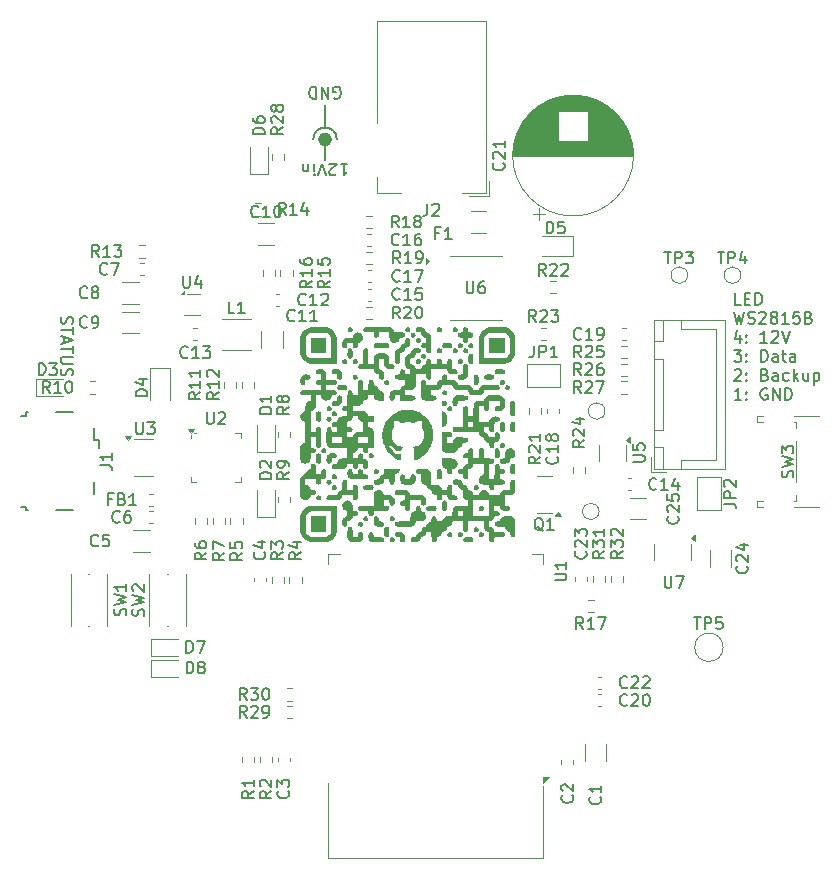
<source format=gbr>
%TF.GenerationSoftware,KiCad,Pcbnew,8.0.1*%
%TF.CreationDate,2024-06-06T10:38:12+02:00*%
%TF.ProjectId,led_strip_stand_lamp,6c65645f-7374-4726-9970-5f7374616e64,rev?*%
%TF.SameCoordinates,Original*%
%TF.FileFunction,Legend,Top*%
%TF.FilePolarity,Positive*%
%FSLAX46Y46*%
G04 Gerber Fmt 4.6, Leading zero omitted, Abs format (unit mm)*
G04 Created by KiCad (PCBNEW 8.0.1) date 2024-06-06 10:38:12*
%MOMM*%
%LPD*%
G01*
G04 APERTURE LIST*
%ADD10C,0.150000*%
%ADD11C,0.160000*%
%ADD12C,0.580000*%
%ADD13C,0.120000*%
%ADD14C,0.000000*%
G04 APERTURE END LIST*
D10*
X-9000000Y25750000D02*
X-9000000Y27500000D01*
X-9000000Y28625000D02*
X-9000000Y30375000D01*
D11*
X-10000000Y27500000D02*
G75*
G02*
X-8000000Y27500000I1000000J0D01*
G01*
D12*
X-8710000Y27500000D02*
G75*
G02*
X-9290000Y27500000I-290000J0D01*
G01*
X-9290000Y27500000D02*
G75*
G02*
X-8710000Y27500000I290000J0D01*
G01*
D11*
X-7690476Y25454299D02*
X-7119048Y25454299D01*
X-7404762Y25454299D02*
X-7404762Y24454299D01*
X-7404762Y24454299D02*
X-7309524Y24597156D01*
X-7309524Y24597156D02*
X-7214286Y24692394D01*
X-7214286Y24692394D02*
X-7119048Y24740013D01*
X-8071429Y24549537D02*
X-8119048Y24501918D01*
X-8119048Y24501918D02*
X-8214286Y24454299D01*
X-8214286Y24454299D02*
X-8452381Y24454299D01*
X-8452381Y24454299D02*
X-8547619Y24501918D01*
X-8547619Y24501918D02*
X-8595238Y24549537D01*
X-8595238Y24549537D02*
X-8642857Y24644775D01*
X-8642857Y24644775D02*
X-8642857Y24740013D01*
X-8642857Y24740013D02*
X-8595238Y24882870D01*
X-8595238Y24882870D02*
X-8023810Y25454299D01*
X-8023810Y25454299D02*
X-8642857Y25454299D01*
X-8928572Y24454299D02*
X-9261905Y25454299D01*
X-9261905Y25454299D02*
X-9595238Y24454299D01*
X-9928572Y25454299D02*
X-9928572Y24787632D01*
X-9928572Y24454299D02*
X-9880953Y24501918D01*
X-9880953Y24501918D02*
X-9928572Y24549537D01*
X-9928572Y24549537D02*
X-9976191Y24501918D01*
X-9976191Y24501918D02*
X-9928572Y24454299D01*
X-9928572Y24454299D02*
X-9928572Y24549537D01*
X-10404762Y24787632D02*
X-10404762Y25454299D01*
X-10404762Y24882870D02*
X-10452381Y24835251D01*
X-10452381Y24835251D02*
X-10547619Y24787632D01*
X-10547619Y24787632D02*
X-10690476Y24787632D01*
X-10690476Y24787632D02*
X-10785714Y24835251D01*
X-10785714Y24835251D02*
X-10833333Y24930489D01*
X-10833333Y24930489D02*
X-10833333Y25454299D01*
X-8238095Y31001918D02*
X-8142857Y30954299D01*
X-8142857Y30954299D02*
X-8000000Y30954299D01*
X-8000000Y30954299D02*
X-7857143Y31001918D01*
X-7857143Y31001918D02*
X-7761905Y31097156D01*
X-7761905Y31097156D02*
X-7714286Y31192394D01*
X-7714286Y31192394D02*
X-7666667Y31382870D01*
X-7666667Y31382870D02*
X-7666667Y31525727D01*
X-7666667Y31525727D02*
X-7714286Y31716203D01*
X-7714286Y31716203D02*
X-7761905Y31811441D01*
X-7761905Y31811441D02*
X-7857143Y31906680D01*
X-7857143Y31906680D02*
X-8000000Y31954299D01*
X-8000000Y31954299D02*
X-8095238Y31954299D01*
X-8095238Y31954299D02*
X-8238095Y31906680D01*
X-8238095Y31906680D02*
X-8285714Y31859060D01*
X-8285714Y31859060D02*
X-8285714Y31525727D01*
X-8285714Y31525727D02*
X-8095238Y31525727D01*
X-8714286Y31954299D02*
X-8714286Y30954299D01*
X-8714286Y30954299D02*
X-9285714Y31954299D01*
X-9285714Y31954299D02*
X-9285714Y30954299D01*
X-9761905Y31954299D02*
X-9761905Y30954299D01*
X-9761905Y30954299D02*
X-10000000Y30954299D01*
X-10000000Y30954299D02*
X-10142857Y31001918D01*
X-10142857Y31001918D02*
X-10238095Y31097156D01*
X-10238095Y31097156D02*
X-10285714Y31192394D01*
X-10285714Y31192394D02*
X-10333333Y31382870D01*
X-10333333Y31382870D02*
X-10333333Y31525727D01*
X-10333333Y31525727D02*
X-10285714Y31716203D01*
X-10285714Y31716203D02*
X-10238095Y31811441D01*
X-10238095Y31811441D02*
X-10142857Y31906680D01*
X-10142857Y31906680D02*
X-10000000Y31954299D01*
X-10000000Y31954299D02*
X-9761905Y31954299D01*
X26193480Y13503925D02*
X25717290Y13503925D01*
X25717290Y13503925D02*
X25717290Y14503925D01*
X26526814Y14027735D02*
X26860147Y14027735D01*
X27003004Y13503925D02*
X26526814Y13503925D01*
X26526814Y13503925D02*
X26526814Y14503925D01*
X26526814Y14503925D02*
X27003004Y14503925D01*
X27431576Y13503925D02*
X27431576Y14503925D01*
X27431576Y14503925D02*
X27669671Y14503925D01*
X27669671Y14503925D02*
X27812528Y14456306D01*
X27812528Y14456306D02*
X27907766Y14361068D01*
X27907766Y14361068D02*
X27955385Y14265830D01*
X27955385Y14265830D02*
X28003004Y14075354D01*
X28003004Y14075354D02*
X28003004Y13932497D01*
X28003004Y13932497D02*
X27955385Y13742021D01*
X27955385Y13742021D02*
X27907766Y13646783D01*
X27907766Y13646783D02*
X27812528Y13551545D01*
X27812528Y13551545D02*
X27669671Y13503925D01*
X27669671Y13503925D02*
X27431576Y13503925D01*
X25622052Y12893981D02*
X25860147Y11893981D01*
X25860147Y11893981D02*
X26050623Y12608267D01*
X26050623Y12608267D02*
X26241099Y11893981D01*
X26241099Y11893981D02*
X26479195Y12893981D01*
X26812528Y11941601D02*
X26955385Y11893981D01*
X26955385Y11893981D02*
X27193480Y11893981D01*
X27193480Y11893981D02*
X27288718Y11941601D01*
X27288718Y11941601D02*
X27336337Y11989220D01*
X27336337Y11989220D02*
X27383956Y12084458D01*
X27383956Y12084458D02*
X27383956Y12179696D01*
X27383956Y12179696D02*
X27336337Y12274934D01*
X27336337Y12274934D02*
X27288718Y12322553D01*
X27288718Y12322553D02*
X27193480Y12370172D01*
X27193480Y12370172D02*
X27003004Y12417791D01*
X27003004Y12417791D02*
X26907766Y12465410D01*
X26907766Y12465410D02*
X26860147Y12513029D01*
X26860147Y12513029D02*
X26812528Y12608267D01*
X26812528Y12608267D02*
X26812528Y12703505D01*
X26812528Y12703505D02*
X26860147Y12798743D01*
X26860147Y12798743D02*
X26907766Y12846362D01*
X26907766Y12846362D02*
X27003004Y12893981D01*
X27003004Y12893981D02*
X27241099Y12893981D01*
X27241099Y12893981D02*
X27383956Y12846362D01*
X27764909Y12798743D02*
X27812528Y12846362D01*
X27812528Y12846362D02*
X27907766Y12893981D01*
X27907766Y12893981D02*
X28145861Y12893981D01*
X28145861Y12893981D02*
X28241099Y12846362D01*
X28241099Y12846362D02*
X28288718Y12798743D01*
X28288718Y12798743D02*
X28336337Y12703505D01*
X28336337Y12703505D02*
X28336337Y12608267D01*
X28336337Y12608267D02*
X28288718Y12465410D01*
X28288718Y12465410D02*
X27717290Y11893981D01*
X27717290Y11893981D02*
X28336337Y11893981D01*
X28907766Y12465410D02*
X28812528Y12513029D01*
X28812528Y12513029D02*
X28764909Y12560648D01*
X28764909Y12560648D02*
X28717290Y12655886D01*
X28717290Y12655886D02*
X28717290Y12703505D01*
X28717290Y12703505D02*
X28764909Y12798743D01*
X28764909Y12798743D02*
X28812528Y12846362D01*
X28812528Y12846362D02*
X28907766Y12893981D01*
X28907766Y12893981D02*
X29098242Y12893981D01*
X29098242Y12893981D02*
X29193480Y12846362D01*
X29193480Y12846362D02*
X29241099Y12798743D01*
X29241099Y12798743D02*
X29288718Y12703505D01*
X29288718Y12703505D02*
X29288718Y12655886D01*
X29288718Y12655886D02*
X29241099Y12560648D01*
X29241099Y12560648D02*
X29193480Y12513029D01*
X29193480Y12513029D02*
X29098242Y12465410D01*
X29098242Y12465410D02*
X28907766Y12465410D01*
X28907766Y12465410D02*
X28812528Y12417791D01*
X28812528Y12417791D02*
X28764909Y12370172D01*
X28764909Y12370172D02*
X28717290Y12274934D01*
X28717290Y12274934D02*
X28717290Y12084458D01*
X28717290Y12084458D02*
X28764909Y11989220D01*
X28764909Y11989220D02*
X28812528Y11941601D01*
X28812528Y11941601D02*
X28907766Y11893981D01*
X28907766Y11893981D02*
X29098242Y11893981D01*
X29098242Y11893981D02*
X29193480Y11941601D01*
X29193480Y11941601D02*
X29241099Y11989220D01*
X29241099Y11989220D02*
X29288718Y12084458D01*
X29288718Y12084458D02*
X29288718Y12274934D01*
X29288718Y12274934D02*
X29241099Y12370172D01*
X29241099Y12370172D02*
X29193480Y12417791D01*
X29193480Y12417791D02*
X29098242Y12465410D01*
X30241099Y11893981D02*
X29669671Y11893981D01*
X29955385Y11893981D02*
X29955385Y12893981D01*
X29955385Y12893981D02*
X29860147Y12751124D01*
X29860147Y12751124D02*
X29764909Y12655886D01*
X29764909Y12655886D02*
X29669671Y12608267D01*
X31145861Y12893981D02*
X30669671Y12893981D01*
X30669671Y12893981D02*
X30622052Y12417791D01*
X30622052Y12417791D02*
X30669671Y12465410D01*
X30669671Y12465410D02*
X30764909Y12513029D01*
X30764909Y12513029D02*
X31003004Y12513029D01*
X31003004Y12513029D02*
X31098242Y12465410D01*
X31098242Y12465410D02*
X31145861Y12417791D01*
X31145861Y12417791D02*
X31193480Y12322553D01*
X31193480Y12322553D02*
X31193480Y12084458D01*
X31193480Y12084458D02*
X31145861Y11989220D01*
X31145861Y11989220D02*
X31098242Y11941601D01*
X31098242Y11941601D02*
X31003004Y11893981D01*
X31003004Y11893981D02*
X30764909Y11893981D01*
X30764909Y11893981D02*
X30669671Y11941601D01*
X30669671Y11941601D02*
X30622052Y11989220D01*
X31955385Y12417791D02*
X32098242Y12370172D01*
X32098242Y12370172D02*
X32145861Y12322553D01*
X32145861Y12322553D02*
X32193480Y12227315D01*
X32193480Y12227315D02*
X32193480Y12084458D01*
X32193480Y12084458D02*
X32145861Y11989220D01*
X32145861Y11989220D02*
X32098242Y11941601D01*
X32098242Y11941601D02*
X32003004Y11893981D01*
X32003004Y11893981D02*
X31622052Y11893981D01*
X31622052Y11893981D02*
X31622052Y12893981D01*
X31622052Y12893981D02*
X31955385Y12893981D01*
X31955385Y12893981D02*
X32050623Y12846362D01*
X32050623Y12846362D02*
X32098242Y12798743D01*
X32098242Y12798743D02*
X32145861Y12703505D01*
X32145861Y12703505D02*
X32145861Y12608267D01*
X32145861Y12608267D02*
X32098242Y12513029D01*
X32098242Y12513029D02*
X32050623Y12465410D01*
X32050623Y12465410D02*
X31955385Y12417791D01*
X31955385Y12417791D02*
X31622052Y12417791D01*
X26145861Y10950704D02*
X26145861Y10284037D01*
X25907766Y11331657D02*
X25669671Y10617371D01*
X25669671Y10617371D02*
X26288718Y10617371D01*
X26669671Y10379276D02*
X26717290Y10331657D01*
X26717290Y10331657D02*
X26669671Y10284037D01*
X26669671Y10284037D02*
X26622052Y10331657D01*
X26622052Y10331657D02*
X26669671Y10379276D01*
X26669671Y10379276D02*
X26669671Y10284037D01*
X26669671Y10903085D02*
X26717290Y10855466D01*
X26717290Y10855466D02*
X26669671Y10807847D01*
X26669671Y10807847D02*
X26622052Y10855466D01*
X26622052Y10855466D02*
X26669671Y10903085D01*
X26669671Y10903085D02*
X26669671Y10807847D01*
X28431575Y10284037D02*
X27860147Y10284037D01*
X28145861Y10284037D02*
X28145861Y11284037D01*
X28145861Y11284037D02*
X28050623Y11141180D01*
X28050623Y11141180D02*
X27955385Y11045942D01*
X27955385Y11045942D02*
X27860147Y10998323D01*
X28812528Y11188799D02*
X28860147Y11236418D01*
X28860147Y11236418D02*
X28955385Y11284037D01*
X28955385Y11284037D02*
X29193480Y11284037D01*
X29193480Y11284037D02*
X29288718Y11236418D01*
X29288718Y11236418D02*
X29336337Y11188799D01*
X29336337Y11188799D02*
X29383956Y11093561D01*
X29383956Y11093561D02*
X29383956Y10998323D01*
X29383956Y10998323D02*
X29336337Y10855466D01*
X29336337Y10855466D02*
X28764909Y10284037D01*
X28764909Y10284037D02*
X29383956Y10284037D01*
X29669671Y11284037D02*
X30003004Y10284037D01*
X30003004Y10284037D02*
X30336337Y11284037D01*
X25622052Y9674093D02*
X26241099Y9674093D01*
X26241099Y9674093D02*
X25907766Y9293141D01*
X25907766Y9293141D02*
X26050623Y9293141D01*
X26050623Y9293141D02*
X26145861Y9245522D01*
X26145861Y9245522D02*
X26193480Y9197903D01*
X26193480Y9197903D02*
X26241099Y9102665D01*
X26241099Y9102665D02*
X26241099Y8864570D01*
X26241099Y8864570D02*
X26193480Y8769332D01*
X26193480Y8769332D02*
X26145861Y8721713D01*
X26145861Y8721713D02*
X26050623Y8674093D01*
X26050623Y8674093D02*
X25764909Y8674093D01*
X25764909Y8674093D02*
X25669671Y8721713D01*
X25669671Y8721713D02*
X25622052Y8769332D01*
X26669671Y8769332D02*
X26717290Y8721713D01*
X26717290Y8721713D02*
X26669671Y8674093D01*
X26669671Y8674093D02*
X26622052Y8721713D01*
X26622052Y8721713D02*
X26669671Y8769332D01*
X26669671Y8769332D02*
X26669671Y8674093D01*
X26669671Y9293141D02*
X26717290Y9245522D01*
X26717290Y9245522D02*
X26669671Y9197903D01*
X26669671Y9197903D02*
X26622052Y9245522D01*
X26622052Y9245522D02*
X26669671Y9293141D01*
X26669671Y9293141D02*
X26669671Y9197903D01*
X27907766Y8674093D02*
X27907766Y9674093D01*
X27907766Y9674093D02*
X28145861Y9674093D01*
X28145861Y9674093D02*
X28288718Y9626474D01*
X28288718Y9626474D02*
X28383956Y9531236D01*
X28383956Y9531236D02*
X28431575Y9435998D01*
X28431575Y9435998D02*
X28479194Y9245522D01*
X28479194Y9245522D02*
X28479194Y9102665D01*
X28479194Y9102665D02*
X28431575Y8912189D01*
X28431575Y8912189D02*
X28383956Y8816951D01*
X28383956Y8816951D02*
X28288718Y8721713D01*
X28288718Y8721713D02*
X28145861Y8674093D01*
X28145861Y8674093D02*
X27907766Y8674093D01*
X29336337Y8674093D02*
X29336337Y9197903D01*
X29336337Y9197903D02*
X29288718Y9293141D01*
X29288718Y9293141D02*
X29193480Y9340760D01*
X29193480Y9340760D02*
X29003004Y9340760D01*
X29003004Y9340760D02*
X28907766Y9293141D01*
X29336337Y8721713D02*
X29241099Y8674093D01*
X29241099Y8674093D02*
X29003004Y8674093D01*
X29003004Y8674093D02*
X28907766Y8721713D01*
X28907766Y8721713D02*
X28860147Y8816951D01*
X28860147Y8816951D02*
X28860147Y8912189D01*
X28860147Y8912189D02*
X28907766Y9007427D01*
X28907766Y9007427D02*
X29003004Y9055046D01*
X29003004Y9055046D02*
X29241099Y9055046D01*
X29241099Y9055046D02*
X29336337Y9102665D01*
X29669671Y9340760D02*
X30050623Y9340760D01*
X29812528Y9674093D02*
X29812528Y8816951D01*
X29812528Y8816951D02*
X29860147Y8721713D01*
X29860147Y8721713D02*
X29955385Y8674093D01*
X29955385Y8674093D02*
X30050623Y8674093D01*
X30812528Y8674093D02*
X30812528Y9197903D01*
X30812528Y9197903D02*
X30764909Y9293141D01*
X30764909Y9293141D02*
X30669671Y9340760D01*
X30669671Y9340760D02*
X30479195Y9340760D01*
X30479195Y9340760D02*
X30383957Y9293141D01*
X30812528Y8721713D02*
X30717290Y8674093D01*
X30717290Y8674093D02*
X30479195Y8674093D01*
X30479195Y8674093D02*
X30383957Y8721713D01*
X30383957Y8721713D02*
X30336338Y8816951D01*
X30336338Y8816951D02*
X30336338Y8912189D01*
X30336338Y8912189D02*
X30383957Y9007427D01*
X30383957Y9007427D02*
X30479195Y9055046D01*
X30479195Y9055046D02*
X30717290Y9055046D01*
X30717290Y9055046D02*
X30812528Y9102665D01*
X25669671Y7968911D02*
X25717290Y8016530D01*
X25717290Y8016530D02*
X25812528Y8064149D01*
X25812528Y8064149D02*
X26050623Y8064149D01*
X26050623Y8064149D02*
X26145861Y8016530D01*
X26145861Y8016530D02*
X26193480Y7968911D01*
X26193480Y7968911D02*
X26241099Y7873673D01*
X26241099Y7873673D02*
X26241099Y7778435D01*
X26241099Y7778435D02*
X26193480Y7635578D01*
X26193480Y7635578D02*
X25622052Y7064149D01*
X25622052Y7064149D02*
X26241099Y7064149D01*
X26669671Y7159388D02*
X26717290Y7111769D01*
X26717290Y7111769D02*
X26669671Y7064149D01*
X26669671Y7064149D02*
X26622052Y7111769D01*
X26622052Y7111769D02*
X26669671Y7159388D01*
X26669671Y7159388D02*
X26669671Y7064149D01*
X26669671Y7683197D02*
X26717290Y7635578D01*
X26717290Y7635578D02*
X26669671Y7587959D01*
X26669671Y7587959D02*
X26622052Y7635578D01*
X26622052Y7635578D02*
X26669671Y7683197D01*
X26669671Y7683197D02*
X26669671Y7587959D01*
X28241099Y7587959D02*
X28383956Y7540340D01*
X28383956Y7540340D02*
X28431575Y7492721D01*
X28431575Y7492721D02*
X28479194Y7397483D01*
X28479194Y7397483D02*
X28479194Y7254626D01*
X28479194Y7254626D02*
X28431575Y7159388D01*
X28431575Y7159388D02*
X28383956Y7111769D01*
X28383956Y7111769D02*
X28288718Y7064149D01*
X28288718Y7064149D02*
X27907766Y7064149D01*
X27907766Y7064149D02*
X27907766Y8064149D01*
X27907766Y8064149D02*
X28241099Y8064149D01*
X28241099Y8064149D02*
X28336337Y8016530D01*
X28336337Y8016530D02*
X28383956Y7968911D01*
X28383956Y7968911D02*
X28431575Y7873673D01*
X28431575Y7873673D02*
X28431575Y7778435D01*
X28431575Y7778435D02*
X28383956Y7683197D01*
X28383956Y7683197D02*
X28336337Y7635578D01*
X28336337Y7635578D02*
X28241099Y7587959D01*
X28241099Y7587959D02*
X27907766Y7587959D01*
X29336337Y7064149D02*
X29336337Y7587959D01*
X29336337Y7587959D02*
X29288718Y7683197D01*
X29288718Y7683197D02*
X29193480Y7730816D01*
X29193480Y7730816D02*
X29003004Y7730816D01*
X29003004Y7730816D02*
X28907766Y7683197D01*
X29336337Y7111769D02*
X29241099Y7064149D01*
X29241099Y7064149D02*
X29003004Y7064149D01*
X29003004Y7064149D02*
X28907766Y7111769D01*
X28907766Y7111769D02*
X28860147Y7207007D01*
X28860147Y7207007D02*
X28860147Y7302245D01*
X28860147Y7302245D02*
X28907766Y7397483D01*
X28907766Y7397483D02*
X29003004Y7445102D01*
X29003004Y7445102D02*
X29241099Y7445102D01*
X29241099Y7445102D02*
X29336337Y7492721D01*
X30241099Y7111769D02*
X30145861Y7064149D01*
X30145861Y7064149D02*
X29955385Y7064149D01*
X29955385Y7064149D02*
X29860147Y7111769D01*
X29860147Y7111769D02*
X29812528Y7159388D01*
X29812528Y7159388D02*
X29764909Y7254626D01*
X29764909Y7254626D02*
X29764909Y7540340D01*
X29764909Y7540340D02*
X29812528Y7635578D01*
X29812528Y7635578D02*
X29860147Y7683197D01*
X29860147Y7683197D02*
X29955385Y7730816D01*
X29955385Y7730816D02*
X30145861Y7730816D01*
X30145861Y7730816D02*
X30241099Y7683197D01*
X30669671Y7064149D02*
X30669671Y8064149D01*
X30764909Y7445102D02*
X31050623Y7064149D01*
X31050623Y7730816D02*
X30669671Y7349864D01*
X31907766Y7730816D02*
X31907766Y7064149D01*
X31479195Y7730816D02*
X31479195Y7207007D01*
X31479195Y7207007D02*
X31526814Y7111769D01*
X31526814Y7111769D02*
X31622052Y7064149D01*
X31622052Y7064149D02*
X31764909Y7064149D01*
X31764909Y7064149D02*
X31860147Y7111769D01*
X31860147Y7111769D02*
X31907766Y7159388D01*
X32383957Y7730816D02*
X32383957Y6730816D01*
X32383957Y7683197D02*
X32479195Y7730816D01*
X32479195Y7730816D02*
X32669671Y7730816D01*
X32669671Y7730816D02*
X32764909Y7683197D01*
X32764909Y7683197D02*
X32812528Y7635578D01*
X32812528Y7635578D02*
X32860147Y7540340D01*
X32860147Y7540340D02*
X32860147Y7254626D01*
X32860147Y7254626D02*
X32812528Y7159388D01*
X32812528Y7159388D02*
X32764909Y7111769D01*
X32764909Y7111769D02*
X32669671Y7064149D01*
X32669671Y7064149D02*
X32479195Y7064149D01*
X32479195Y7064149D02*
X32383957Y7111769D01*
X26241099Y5454205D02*
X25669671Y5454205D01*
X25955385Y5454205D02*
X25955385Y6454205D01*
X25955385Y6454205D02*
X25860147Y6311348D01*
X25860147Y6311348D02*
X25764909Y6216110D01*
X25764909Y6216110D02*
X25669671Y6168491D01*
X26669671Y5549444D02*
X26717290Y5501825D01*
X26717290Y5501825D02*
X26669671Y5454205D01*
X26669671Y5454205D02*
X26622052Y5501825D01*
X26622052Y5501825D02*
X26669671Y5549444D01*
X26669671Y5549444D02*
X26669671Y5454205D01*
X26669671Y6073253D02*
X26717290Y6025634D01*
X26717290Y6025634D02*
X26669671Y5978015D01*
X26669671Y5978015D02*
X26622052Y6025634D01*
X26622052Y6025634D02*
X26669671Y6073253D01*
X26669671Y6073253D02*
X26669671Y5978015D01*
X28431575Y6406586D02*
X28336337Y6454205D01*
X28336337Y6454205D02*
X28193480Y6454205D01*
X28193480Y6454205D02*
X28050623Y6406586D01*
X28050623Y6406586D02*
X27955385Y6311348D01*
X27955385Y6311348D02*
X27907766Y6216110D01*
X27907766Y6216110D02*
X27860147Y6025634D01*
X27860147Y6025634D02*
X27860147Y5882777D01*
X27860147Y5882777D02*
X27907766Y5692301D01*
X27907766Y5692301D02*
X27955385Y5597063D01*
X27955385Y5597063D02*
X28050623Y5501825D01*
X28050623Y5501825D02*
X28193480Y5454205D01*
X28193480Y5454205D02*
X28288718Y5454205D01*
X28288718Y5454205D02*
X28431575Y5501825D01*
X28431575Y5501825D02*
X28479194Y5549444D01*
X28479194Y5549444D02*
X28479194Y5882777D01*
X28479194Y5882777D02*
X28288718Y5882777D01*
X28907766Y5454205D02*
X28907766Y6454205D01*
X28907766Y6454205D02*
X29479194Y5454205D01*
X29479194Y5454205D02*
X29479194Y6454205D01*
X29955385Y5454205D02*
X29955385Y6454205D01*
X29955385Y6454205D02*
X30193480Y6454205D01*
X30193480Y6454205D02*
X30336337Y6406586D01*
X30336337Y6406586D02*
X30431575Y6311348D01*
X30431575Y6311348D02*
X30479194Y6216110D01*
X30479194Y6216110D02*
X30526813Y6025634D01*
X30526813Y6025634D02*
X30526813Y5882777D01*
X30526813Y5882777D02*
X30479194Y5692301D01*
X30479194Y5692301D02*
X30431575Y5597063D01*
X30431575Y5597063D02*
X30336337Y5501825D01*
X30336337Y5501825D02*
X30193480Y5454205D01*
X30193480Y5454205D02*
X29955385Y5454205D01*
X-31321680Y12476190D02*
X-31369299Y12333333D01*
X-31369299Y12333333D02*
X-31369299Y12095238D01*
X-31369299Y12095238D02*
X-31321680Y12000000D01*
X-31321680Y12000000D02*
X-31274060Y11952381D01*
X-31274060Y11952381D02*
X-31178822Y11904762D01*
X-31178822Y11904762D02*
X-31083584Y11904762D01*
X-31083584Y11904762D02*
X-30988346Y11952381D01*
X-30988346Y11952381D02*
X-30940727Y12000000D01*
X-30940727Y12000000D02*
X-30893108Y12095238D01*
X-30893108Y12095238D02*
X-30845489Y12285714D01*
X-30845489Y12285714D02*
X-30797870Y12380952D01*
X-30797870Y12380952D02*
X-30750251Y12428571D01*
X-30750251Y12428571D02*
X-30655013Y12476190D01*
X-30655013Y12476190D02*
X-30559775Y12476190D01*
X-30559775Y12476190D02*
X-30464537Y12428571D01*
X-30464537Y12428571D02*
X-30416918Y12380952D01*
X-30416918Y12380952D02*
X-30369299Y12285714D01*
X-30369299Y12285714D02*
X-30369299Y12047619D01*
X-30369299Y12047619D02*
X-30416918Y11904762D01*
X-30369299Y11619047D02*
X-30369299Y11047619D01*
X-31369299Y11333333D02*
X-30369299Y11333333D01*
X-31083584Y10761904D02*
X-31083584Y10285714D01*
X-31369299Y10857142D02*
X-30369299Y10523809D01*
X-30369299Y10523809D02*
X-31369299Y10190476D01*
X-30369299Y9999999D02*
X-30369299Y9428571D01*
X-31369299Y9714285D02*
X-30369299Y9714285D01*
X-30369299Y9095237D02*
X-31178822Y9095237D01*
X-31178822Y9095237D02*
X-31274060Y9047618D01*
X-31274060Y9047618D02*
X-31321680Y8999999D01*
X-31321680Y8999999D02*
X-31369299Y8904761D01*
X-31369299Y8904761D02*
X-31369299Y8714285D01*
X-31369299Y8714285D02*
X-31321680Y8619047D01*
X-31321680Y8619047D02*
X-31274060Y8571428D01*
X-31274060Y8571428D02*
X-31178822Y8523809D01*
X-31178822Y8523809D02*
X-30369299Y8523809D01*
X-31321680Y8095237D02*
X-31369299Y7952380D01*
X-31369299Y7952380D02*
X-31369299Y7714285D01*
X-31369299Y7714285D02*
X-31321680Y7619047D01*
X-31321680Y7619047D02*
X-31274060Y7571428D01*
X-31274060Y7571428D02*
X-31178822Y7523809D01*
X-31178822Y7523809D02*
X-31083584Y7523809D01*
X-31083584Y7523809D02*
X-30988346Y7571428D01*
X-30988346Y7571428D02*
X-30940727Y7619047D01*
X-30940727Y7619047D02*
X-30893108Y7714285D01*
X-30893108Y7714285D02*
X-30845489Y7904761D01*
X-30845489Y7904761D02*
X-30797870Y7999999D01*
X-30797870Y7999999D02*
X-30750251Y8047618D01*
X-30750251Y8047618D02*
X-30655013Y8095237D01*
X-30655013Y8095237D02*
X-30559775Y8095237D01*
X-30559775Y8095237D02*
X-30464537Y8047618D01*
X-30464537Y8047618D02*
X-30416918Y7999999D01*
X-30416918Y7999999D02*
X-30369299Y7904761D01*
X-30369299Y7904761D02*
X-30369299Y7666666D01*
X-30369299Y7666666D02*
X-30416918Y7523809D01*
D10*
X10636591Y641291D02*
X10684211Y593672D01*
X10684211Y593672D02*
X10731830Y450815D01*
X10731830Y450815D02*
X10731830Y355577D01*
X10731830Y355577D02*
X10684211Y212720D01*
X10684211Y212720D02*
X10588972Y117482D01*
X10588972Y117482D02*
X10493734Y69863D01*
X10493734Y69863D02*
X10303258Y22244D01*
X10303258Y22244D02*
X10160401Y22244D01*
X10160401Y22244D02*
X9969925Y69863D01*
X9969925Y69863D02*
X9874687Y117482D01*
X9874687Y117482D02*
X9779449Y212720D01*
X9779449Y212720D02*
X9731830Y355577D01*
X9731830Y355577D02*
X9731830Y450815D01*
X9731830Y450815D02*
X9779449Y593672D01*
X9779449Y593672D02*
X9827068Y641291D01*
X10731830Y1593672D02*
X10731830Y1022244D01*
X10731830Y1307958D02*
X9731830Y1307958D01*
X9731830Y1307958D02*
X9874687Y1212720D01*
X9874687Y1212720D02*
X9969925Y1117482D01*
X9969925Y1117482D02*
X10017544Y1022244D01*
X10160401Y2165101D02*
X10112782Y2069863D01*
X10112782Y2069863D02*
X10065163Y2022244D01*
X10065163Y2022244D02*
X9969925Y1974625D01*
X9969925Y1974625D02*
X9922306Y1974625D01*
X9922306Y1974625D02*
X9827068Y2022244D01*
X9827068Y2022244D02*
X9779449Y2069863D01*
X9779449Y2069863D02*
X9731830Y2165101D01*
X9731830Y2165101D02*
X9731830Y2355577D01*
X9731830Y2355577D02*
X9779449Y2450815D01*
X9779449Y2450815D02*
X9827068Y2498434D01*
X9827068Y2498434D02*
X9922306Y2546053D01*
X9922306Y2546053D02*
X9969925Y2546053D01*
X9969925Y2546053D02*
X10065163Y2498434D01*
X10065163Y2498434D02*
X10112782Y2450815D01*
X10112782Y2450815D02*
X10160401Y2355577D01*
X10160401Y2355577D02*
X10160401Y2165101D01*
X10160401Y2165101D02*
X10208020Y2069863D01*
X10208020Y2069863D02*
X10255639Y2022244D01*
X10255639Y2022244D02*
X10350877Y1974625D01*
X10350877Y1974625D02*
X10541353Y1974625D01*
X10541353Y1974625D02*
X10636591Y2022244D01*
X10636591Y2022244D02*
X10684211Y2069863D01*
X10684211Y2069863D02*
X10731830Y2165101D01*
X10731830Y2165101D02*
X10731830Y2355577D01*
X10731830Y2355577D02*
X10684211Y2450815D01*
X10684211Y2450815D02*
X10636591Y2498434D01*
X10636591Y2498434D02*
X10541353Y2546053D01*
X10541353Y2546053D02*
X10350877Y2546053D01*
X10350877Y2546053D02*
X10255639Y2498434D01*
X10255639Y2498434D02*
X10208020Y2450815D01*
X10208020Y2450815D02*
X10160401Y2355577D01*
X14654227Y-7374066D02*
X14178036Y-7707399D01*
X14654227Y-7945494D02*
X13654227Y-7945494D01*
X13654227Y-7945494D02*
X13654227Y-7564542D01*
X13654227Y-7564542D02*
X13701846Y-7469304D01*
X13701846Y-7469304D02*
X13749465Y-7421685D01*
X13749465Y-7421685D02*
X13844703Y-7374066D01*
X13844703Y-7374066D02*
X13987560Y-7374066D01*
X13987560Y-7374066D02*
X14082798Y-7421685D01*
X14082798Y-7421685D02*
X14130417Y-7469304D01*
X14130417Y-7469304D02*
X14178036Y-7564542D01*
X14178036Y-7564542D02*
X14178036Y-7945494D01*
X13654227Y-7040732D02*
X13654227Y-6421685D01*
X13654227Y-6421685D02*
X14035179Y-6755018D01*
X14035179Y-6755018D02*
X14035179Y-6612161D01*
X14035179Y-6612161D02*
X14082798Y-6516923D01*
X14082798Y-6516923D02*
X14130417Y-6469304D01*
X14130417Y-6469304D02*
X14225655Y-6421685D01*
X14225655Y-6421685D02*
X14463750Y-6421685D01*
X14463750Y-6421685D02*
X14558988Y-6469304D01*
X14558988Y-6469304D02*
X14606608Y-6516923D01*
X14606608Y-6516923D02*
X14654227Y-6612161D01*
X14654227Y-6612161D02*
X14654227Y-6897875D01*
X14654227Y-6897875D02*
X14606608Y-6993113D01*
X14606608Y-6993113D02*
X14558988Y-7040732D01*
X14654227Y-5469304D02*
X14654227Y-6040732D01*
X14654227Y-5755018D02*
X13654227Y-5755018D01*
X13654227Y-5755018D02*
X13797084Y-5850256D01*
X13797084Y-5850256D02*
X13892322Y-5945494D01*
X13892322Y-5945494D02*
X13939941Y-6040732D01*
X10434819Y-9841904D02*
X11244342Y-9841904D01*
X11244342Y-9841904D02*
X11339580Y-9794285D01*
X11339580Y-9794285D02*
X11387200Y-9746666D01*
X11387200Y-9746666D02*
X11434819Y-9651428D01*
X11434819Y-9651428D02*
X11434819Y-9460952D01*
X11434819Y-9460952D02*
X11387200Y-9365714D01*
X11387200Y-9365714D02*
X11339580Y-9318095D01*
X11339580Y-9318095D02*
X11244342Y-9270476D01*
X11244342Y-9270476D02*
X10434819Y-9270476D01*
X11434819Y-8270476D02*
X11434819Y-8841904D01*
X11434819Y-8556190D02*
X10434819Y-8556190D01*
X10434819Y-8556190D02*
X10577676Y-8651428D01*
X10577676Y-8651428D02*
X10672914Y-8746666D01*
X10672914Y-8746666D02*
X10720533Y-8841904D01*
X-13545180Y-27666666D02*
X-14021371Y-27999999D01*
X-13545180Y-28238094D02*
X-14545180Y-28238094D01*
X-14545180Y-28238094D02*
X-14545180Y-27857142D01*
X-14545180Y-27857142D02*
X-14497561Y-27761904D01*
X-14497561Y-27761904D02*
X-14449942Y-27714285D01*
X-14449942Y-27714285D02*
X-14354704Y-27666666D01*
X-14354704Y-27666666D02*
X-14211847Y-27666666D01*
X-14211847Y-27666666D02*
X-14116609Y-27714285D01*
X-14116609Y-27714285D02*
X-14068990Y-27761904D01*
X-14068990Y-27761904D02*
X-14021371Y-27857142D01*
X-14021371Y-27857142D02*
X-14021371Y-28238094D01*
X-14449942Y-27285713D02*
X-14497561Y-27238094D01*
X-14497561Y-27238094D02*
X-14545180Y-27142856D01*
X-14545180Y-27142856D02*
X-14545180Y-26904761D01*
X-14545180Y-26904761D02*
X-14497561Y-26809523D01*
X-14497561Y-26809523D02*
X-14449942Y-26761904D01*
X-14449942Y-26761904D02*
X-14354704Y-26714285D01*
X-14354704Y-26714285D02*
X-14259466Y-26714285D01*
X-14259466Y-26714285D02*
X-14116609Y-26761904D01*
X-14116609Y-26761904D02*
X-13545180Y-27333332D01*
X-13545180Y-27333332D02*
X-13545180Y-26714285D01*
X-27441666Y16140419D02*
X-27489285Y16092800D01*
X-27489285Y16092800D02*
X-27632142Y16045180D01*
X-27632142Y16045180D02*
X-27727380Y16045180D01*
X-27727380Y16045180D02*
X-27870237Y16092800D01*
X-27870237Y16092800D02*
X-27965475Y16188038D01*
X-27965475Y16188038D02*
X-28013094Y16283276D01*
X-28013094Y16283276D02*
X-28060713Y16473752D01*
X-28060713Y16473752D02*
X-28060713Y16616609D01*
X-28060713Y16616609D02*
X-28013094Y16807085D01*
X-28013094Y16807085D02*
X-27965475Y16902323D01*
X-27965475Y16902323D02*
X-27870237Y16997561D01*
X-27870237Y16997561D02*
X-27727380Y17045180D01*
X-27727380Y17045180D02*
X-27632142Y17045180D01*
X-27632142Y17045180D02*
X-27489285Y16997561D01*
X-27489285Y16997561D02*
X-27441666Y16949942D01*
X-27108332Y17045180D02*
X-26441666Y17045180D01*
X-26441666Y17045180D02*
X-26870237Y16045180D01*
X-2679940Y12339551D02*
X-3013273Y12815742D01*
X-3251368Y12339551D02*
X-3251368Y13339551D01*
X-3251368Y13339551D02*
X-2870416Y13339551D01*
X-2870416Y13339551D02*
X-2775178Y13291932D01*
X-2775178Y13291932D02*
X-2727559Y13244313D01*
X-2727559Y13244313D02*
X-2679940Y13149075D01*
X-2679940Y13149075D02*
X-2679940Y13006218D01*
X-2679940Y13006218D02*
X-2727559Y12910980D01*
X-2727559Y12910980D02*
X-2775178Y12863361D01*
X-2775178Y12863361D02*
X-2870416Y12815742D01*
X-2870416Y12815742D02*
X-3251368Y12815742D01*
X-2298987Y13244313D02*
X-2251368Y13291932D01*
X-2251368Y13291932D02*
X-2156130Y13339551D01*
X-2156130Y13339551D02*
X-1918035Y13339551D01*
X-1918035Y13339551D02*
X-1822797Y13291932D01*
X-1822797Y13291932D02*
X-1775178Y13244313D01*
X-1775178Y13244313D02*
X-1727559Y13149075D01*
X-1727559Y13149075D02*
X-1727559Y13053837D01*
X-1727559Y13053837D02*
X-1775178Y12910980D01*
X-1775178Y12910980D02*
X-2346606Y12339551D01*
X-2346606Y12339551D02*
X-1727559Y12339551D01*
X-1108511Y13339551D02*
X-1013273Y13339551D01*
X-1013273Y13339551D02*
X-918035Y13291932D01*
X-918035Y13291932D02*
X-870416Y13244313D01*
X-870416Y13244313D02*
X-822797Y13149075D01*
X-822797Y13149075D02*
X-775178Y12958599D01*
X-775178Y12958599D02*
X-775178Y12720504D01*
X-775178Y12720504D02*
X-822797Y12530028D01*
X-822797Y12530028D02*
X-870416Y12434790D01*
X-870416Y12434790D02*
X-918035Y12387171D01*
X-918035Y12387171D02*
X-1013273Y12339551D01*
X-1013273Y12339551D02*
X-1108511Y12339551D01*
X-1108511Y12339551D02*
X-1203749Y12387171D01*
X-1203749Y12387171D02*
X-1251368Y12434790D01*
X-1251368Y12434790D02*
X-1298987Y12530028D01*
X-1298987Y12530028D02*
X-1346606Y12720504D01*
X-1346606Y12720504D02*
X-1346606Y12958599D01*
X-1346606Y12958599D02*
X-1298987Y13149075D01*
X-1298987Y13149075D02*
X-1251368Y13244313D01*
X-1251368Y13244313D02*
X-1203749Y13291932D01*
X-1203749Y13291932D02*
X-1108511Y13339551D01*
X26709580Y-8617857D02*
X26757200Y-8665476D01*
X26757200Y-8665476D02*
X26804819Y-8808333D01*
X26804819Y-8808333D02*
X26804819Y-8903571D01*
X26804819Y-8903571D02*
X26757200Y-9046428D01*
X26757200Y-9046428D02*
X26661961Y-9141666D01*
X26661961Y-9141666D02*
X26566723Y-9189285D01*
X26566723Y-9189285D02*
X26376247Y-9236904D01*
X26376247Y-9236904D02*
X26233390Y-9236904D01*
X26233390Y-9236904D02*
X26042914Y-9189285D01*
X26042914Y-9189285D02*
X25947676Y-9141666D01*
X25947676Y-9141666D02*
X25852438Y-9046428D01*
X25852438Y-9046428D02*
X25804819Y-8903571D01*
X25804819Y-8903571D02*
X25804819Y-8808333D01*
X25804819Y-8808333D02*
X25852438Y-8665476D01*
X25852438Y-8665476D02*
X25900057Y-8617857D01*
X25900057Y-8236904D02*
X25852438Y-8189285D01*
X25852438Y-8189285D02*
X25804819Y-8094047D01*
X25804819Y-8094047D02*
X25804819Y-7855952D01*
X25804819Y-7855952D02*
X25852438Y-7760714D01*
X25852438Y-7760714D02*
X25900057Y-7713095D01*
X25900057Y-7713095D02*
X25995295Y-7665476D01*
X25995295Y-7665476D02*
X26090533Y-7665476D01*
X26090533Y-7665476D02*
X26233390Y-7713095D01*
X26233390Y-7713095D02*
X26804819Y-8284523D01*
X26804819Y-8284523D02*
X26804819Y-7665476D01*
X26138152Y-6808333D02*
X26804819Y-6808333D01*
X25757200Y-7046428D02*
X26471485Y-7284523D01*
X26471485Y-7284523D02*
X26471485Y-6665476D01*
X-26391666Y-4859580D02*
X-26439285Y-4907200D01*
X-26439285Y-4907200D02*
X-26582142Y-4954819D01*
X-26582142Y-4954819D02*
X-26677380Y-4954819D01*
X-26677380Y-4954819D02*
X-26820237Y-4907200D01*
X-26820237Y-4907200D02*
X-26915475Y-4811961D01*
X-26915475Y-4811961D02*
X-26963094Y-4716723D01*
X-26963094Y-4716723D02*
X-27010713Y-4526247D01*
X-27010713Y-4526247D02*
X-27010713Y-4383390D01*
X-27010713Y-4383390D02*
X-26963094Y-4192914D01*
X-26963094Y-4192914D02*
X-26915475Y-4097676D01*
X-26915475Y-4097676D02*
X-26820237Y-4002438D01*
X-26820237Y-4002438D02*
X-26677380Y-3954819D01*
X-26677380Y-3954819D02*
X-26582142Y-3954819D01*
X-26582142Y-3954819D02*
X-26439285Y-4002438D01*
X-26439285Y-4002438D02*
X-26391666Y-4050057D01*
X-25534523Y-3954819D02*
X-25724999Y-3954819D01*
X-25724999Y-3954819D02*
X-25820237Y-4002438D01*
X-25820237Y-4002438D02*
X-25867856Y-4050057D01*
X-25867856Y-4050057D02*
X-25963094Y-4192914D01*
X-25963094Y-4192914D02*
X-26010713Y-4383390D01*
X-26010713Y-4383390D02*
X-26010713Y-4764342D01*
X-26010713Y-4764342D02*
X-25963094Y-4859580D01*
X-25963094Y-4859580D02*
X-25915475Y-4907200D01*
X-25915475Y-4907200D02*
X-25820237Y-4954819D01*
X-25820237Y-4954819D02*
X-25629761Y-4954819D01*
X-25629761Y-4954819D02*
X-25534523Y-4907200D01*
X-25534523Y-4907200D02*
X-25486904Y-4859580D01*
X-25486904Y-4859580D02*
X-25439285Y-4764342D01*
X-25439285Y-4764342D02*
X-25439285Y-4526247D01*
X-25439285Y-4526247D02*
X-25486904Y-4431009D01*
X-25486904Y-4431009D02*
X-25534523Y-4383390D01*
X-25534523Y-4383390D02*
X-25629761Y-4335771D01*
X-25629761Y-4335771D02*
X-25820237Y-4335771D01*
X-25820237Y-4335771D02*
X-25915475Y-4383390D01*
X-25915475Y-4383390D02*
X-25963094Y-4431009D01*
X-25963094Y-4431009D02*
X-26010713Y-4526247D01*
X-14123832Y27922920D02*
X-15123832Y27922920D01*
X-15123832Y27922920D02*
X-15123832Y28161015D01*
X-15123832Y28161015D02*
X-15076213Y28303872D01*
X-15076213Y28303872D02*
X-14980975Y28399110D01*
X-14980975Y28399110D02*
X-14885737Y28446729D01*
X-14885737Y28446729D02*
X-14695261Y28494348D01*
X-14695261Y28494348D02*
X-14552404Y28494348D01*
X-14552404Y28494348D02*
X-14361928Y28446729D01*
X-14361928Y28446729D02*
X-14266690Y28399110D01*
X-14266690Y28399110D02*
X-14171452Y28303872D01*
X-14171452Y28303872D02*
X-14123832Y28161015D01*
X-14123832Y28161015D02*
X-14123832Y27922920D01*
X-15123832Y29351491D02*
X-15123832Y29161015D01*
X-15123832Y29161015D02*
X-15076213Y29065777D01*
X-15076213Y29065777D02*
X-15028594Y29018158D01*
X-15028594Y29018158D02*
X-14885737Y28922920D01*
X-14885737Y28922920D02*
X-14695261Y28875301D01*
X-14695261Y28875301D02*
X-14314309Y28875301D01*
X-14314309Y28875301D02*
X-14219071Y28922920D01*
X-14219071Y28922920D02*
X-14171452Y28970539D01*
X-14171452Y28970539D02*
X-14123832Y29065777D01*
X-14123832Y29065777D02*
X-14123832Y29256253D01*
X-14123832Y29256253D02*
X-14171452Y29351491D01*
X-14171452Y29351491D02*
X-14219071Y29399110D01*
X-14219071Y29399110D02*
X-14314309Y29446729D01*
X-14314309Y29446729D02*
X-14552404Y29446729D01*
X-14552404Y29446729D02*
X-14647642Y29399110D01*
X-14647642Y29399110D02*
X-14695261Y29351491D01*
X-14695261Y29351491D02*
X-14742880Y29256253D01*
X-14742880Y29256253D02*
X-14742880Y29065777D01*
X-14742880Y29065777D02*
X-14695261Y28970539D01*
X-14695261Y28970539D02*
X-14647642Y28922920D01*
X-14647642Y28922920D02*
X-14552404Y28875301D01*
X-29141666Y11640419D02*
X-29189285Y11592800D01*
X-29189285Y11592800D02*
X-29332142Y11545180D01*
X-29332142Y11545180D02*
X-29427380Y11545180D01*
X-29427380Y11545180D02*
X-29570237Y11592800D01*
X-29570237Y11592800D02*
X-29665475Y11688038D01*
X-29665475Y11688038D02*
X-29713094Y11783276D01*
X-29713094Y11783276D02*
X-29760713Y11973752D01*
X-29760713Y11973752D02*
X-29760713Y12116609D01*
X-29760713Y12116609D02*
X-29713094Y12307085D01*
X-29713094Y12307085D02*
X-29665475Y12402323D01*
X-29665475Y12402323D02*
X-29570237Y12497561D01*
X-29570237Y12497561D02*
X-29427380Y12545180D01*
X-29427380Y12545180D02*
X-29332142Y12545180D01*
X-29332142Y12545180D02*
X-29189285Y12497561D01*
X-29189285Y12497561D02*
X-29141666Y12449942D01*
X-28665475Y11545180D02*
X-28474999Y11545180D01*
X-28474999Y11545180D02*
X-28379761Y11592800D01*
X-28379761Y11592800D02*
X-28332142Y11640419D01*
X-28332142Y11640419D02*
X-28236904Y11783276D01*
X-28236904Y11783276D02*
X-28189285Y11973752D01*
X-28189285Y11973752D02*
X-28189285Y12354704D01*
X-28189285Y12354704D02*
X-28236904Y12449942D01*
X-28236904Y12449942D02*
X-28284523Y12497561D01*
X-28284523Y12497561D02*
X-28379761Y12545180D01*
X-28379761Y12545180D02*
X-28570237Y12545180D01*
X-28570237Y12545180D02*
X-28665475Y12497561D01*
X-28665475Y12497561D02*
X-28713094Y12449942D01*
X-28713094Y12449942D02*
X-28760713Y12354704D01*
X-28760713Y12354704D02*
X-28760713Y12116609D01*
X-28760713Y12116609D02*
X-28713094Y12021371D01*
X-28713094Y12021371D02*
X-28665475Y11973752D01*
X-28665475Y11973752D02*
X-28570237Y11926133D01*
X-28570237Y11926133D02*
X-28379761Y11926133D01*
X-28379761Y11926133D02*
X-28284523Y11973752D01*
X-28284523Y11973752D02*
X-28236904Y12021371D01*
X-28236904Y12021371D02*
X-28189285Y12116609D01*
X-11053301Y-7464300D02*
X-11529492Y-7797633D01*
X-11053301Y-8035728D02*
X-12053301Y-8035728D01*
X-12053301Y-8035728D02*
X-12053301Y-7654776D01*
X-12053301Y-7654776D02*
X-12005682Y-7559538D01*
X-12005682Y-7559538D02*
X-11958063Y-7511919D01*
X-11958063Y-7511919D02*
X-11862825Y-7464300D01*
X-11862825Y-7464300D02*
X-11719968Y-7464300D01*
X-11719968Y-7464300D02*
X-11624730Y-7511919D01*
X-11624730Y-7511919D02*
X-11577111Y-7559538D01*
X-11577111Y-7559538D02*
X-11529492Y-7654776D01*
X-11529492Y-7654776D02*
X-11529492Y-8035728D01*
X-11719968Y-6607157D02*
X-11053301Y-6607157D01*
X-12100921Y-6845252D02*
X-11386635Y-7083347D01*
X-11386635Y-7083347D02*
X-11386635Y-6464300D01*
X-33238094Y7545180D02*
X-33238094Y8545180D01*
X-33238094Y8545180D02*
X-32999999Y8545180D01*
X-32999999Y8545180D02*
X-32857142Y8497561D01*
X-32857142Y8497561D02*
X-32761904Y8402323D01*
X-32761904Y8402323D02*
X-32714285Y8307085D01*
X-32714285Y8307085D02*
X-32666666Y8116609D01*
X-32666666Y8116609D02*
X-32666666Y7973752D01*
X-32666666Y7973752D02*
X-32714285Y7783276D01*
X-32714285Y7783276D02*
X-32761904Y7688038D01*
X-32761904Y7688038D02*
X-32857142Y7592800D01*
X-32857142Y7592800D02*
X-32999999Y7545180D01*
X-32999999Y7545180D02*
X-33238094Y7545180D01*
X-32333332Y8545180D02*
X-31714285Y8545180D01*
X-31714285Y8545180D02*
X-32047618Y8164228D01*
X-32047618Y8164228D02*
X-31904761Y8164228D01*
X-31904761Y8164228D02*
X-31809523Y8116609D01*
X-31809523Y8116609D02*
X-31761904Y8068990D01*
X-31761904Y8068990D02*
X-31714285Y7973752D01*
X-31714285Y7973752D02*
X-31714285Y7735657D01*
X-31714285Y7735657D02*
X-31761904Y7640419D01*
X-31761904Y7640419D02*
X-31809523Y7592800D01*
X-31809523Y7592800D02*
X-31904761Y7545180D01*
X-31904761Y7545180D02*
X-32190475Y7545180D01*
X-32190475Y7545180D02*
X-32285713Y7592800D01*
X-32285713Y7592800D02*
X-32333332Y7640419D01*
X666666Y19568990D02*
X333333Y19568990D01*
X333333Y19045180D02*
X333333Y20045180D01*
X333333Y20045180D02*
X809523Y20045180D01*
X1714285Y19045180D02*
X1142857Y19045180D01*
X1428571Y19045180D02*
X1428571Y20045180D01*
X1428571Y20045180D02*
X1333333Y19902323D01*
X1333333Y19902323D02*
X1238095Y19807085D01*
X1238095Y19807085D02*
X1142857Y19759466D01*
X22238095Y-12956819D02*
X22809523Y-12956819D01*
X22523809Y-13956819D02*
X22523809Y-12956819D01*
X23142857Y-13956819D02*
X23142857Y-12956819D01*
X23142857Y-12956819D02*
X23523809Y-12956819D01*
X23523809Y-12956819D02*
X23619047Y-13004438D01*
X23619047Y-13004438D02*
X23666666Y-13052057D01*
X23666666Y-13052057D02*
X23714285Y-13147295D01*
X23714285Y-13147295D02*
X23714285Y-13290152D01*
X23714285Y-13290152D02*
X23666666Y-13385390D01*
X23666666Y-13385390D02*
X23619047Y-13433009D01*
X23619047Y-13433009D02*
X23523809Y-13480628D01*
X23523809Y-13480628D02*
X23142857Y-13480628D01*
X24619047Y-12956819D02*
X24142857Y-12956819D01*
X24142857Y-12956819D02*
X24095238Y-13433009D01*
X24095238Y-13433009D02*
X24142857Y-13385390D01*
X24142857Y-13385390D02*
X24238095Y-13337771D01*
X24238095Y-13337771D02*
X24476190Y-13337771D01*
X24476190Y-13337771D02*
X24571428Y-13385390D01*
X24571428Y-13385390D02*
X24619047Y-13433009D01*
X24619047Y-13433009D02*
X24666666Y-13528247D01*
X24666666Y-13528247D02*
X24666666Y-13766342D01*
X24666666Y-13766342D02*
X24619047Y-13861580D01*
X24619047Y-13861580D02*
X24571428Y-13909200D01*
X24571428Y-13909200D02*
X24476190Y-13956819D01*
X24476190Y-13956819D02*
X24238095Y-13956819D01*
X24238095Y-13956819D02*
X24142857Y-13909200D01*
X24142857Y-13909200D02*
X24095238Y-13861580D01*
X-2675263Y14008462D02*
X-2722882Y13960843D01*
X-2722882Y13960843D02*
X-2865739Y13913223D01*
X-2865739Y13913223D02*
X-2960977Y13913223D01*
X-2960977Y13913223D02*
X-3103834Y13960843D01*
X-3103834Y13960843D02*
X-3199072Y14056081D01*
X-3199072Y14056081D02*
X-3246691Y14151319D01*
X-3246691Y14151319D02*
X-3294310Y14341795D01*
X-3294310Y14341795D02*
X-3294310Y14484652D01*
X-3294310Y14484652D02*
X-3246691Y14675128D01*
X-3246691Y14675128D02*
X-3199072Y14770366D01*
X-3199072Y14770366D02*
X-3103834Y14865604D01*
X-3103834Y14865604D02*
X-2960977Y14913223D01*
X-2960977Y14913223D02*
X-2865739Y14913223D01*
X-2865739Y14913223D02*
X-2722882Y14865604D01*
X-2722882Y14865604D02*
X-2675263Y14817985D01*
X-1722882Y13913223D02*
X-2294310Y13913223D01*
X-2008596Y13913223D02*
X-2008596Y14913223D01*
X-2008596Y14913223D02*
X-2103834Y14770366D01*
X-2103834Y14770366D02*
X-2199072Y14675128D01*
X-2199072Y14675128D02*
X-2294310Y14627509D01*
X-818120Y14913223D02*
X-1294310Y14913223D01*
X-1294310Y14913223D02*
X-1341929Y14437033D01*
X-1341929Y14437033D02*
X-1294310Y14484652D01*
X-1294310Y14484652D02*
X-1199072Y14532271D01*
X-1199072Y14532271D02*
X-960977Y14532271D01*
X-960977Y14532271D02*
X-865739Y14484652D01*
X-865739Y14484652D02*
X-818120Y14437033D01*
X-818120Y14437033D02*
X-770501Y14341795D01*
X-770501Y14341795D02*
X-770501Y14103700D01*
X-770501Y14103700D02*
X-818120Y14008462D01*
X-818120Y14008462D02*
X-865739Y13960843D01*
X-865739Y13960843D02*
X-960977Y13913223D01*
X-960977Y13913223D02*
X-1199072Y13913223D01*
X-1199072Y13913223D02*
X-1294310Y13960843D01*
X-1294310Y13960843D02*
X-1341929Y14008462D01*
X30613665Y-1107445D02*
X30661284Y-964588D01*
X30661284Y-964588D02*
X30661284Y-726493D01*
X30661284Y-726493D02*
X30613665Y-631255D01*
X30613665Y-631255D02*
X30566045Y-583636D01*
X30566045Y-583636D02*
X30470807Y-536017D01*
X30470807Y-536017D02*
X30375569Y-536017D01*
X30375569Y-536017D02*
X30280331Y-583636D01*
X30280331Y-583636D02*
X30232712Y-631255D01*
X30232712Y-631255D02*
X30185093Y-726493D01*
X30185093Y-726493D02*
X30137474Y-916969D01*
X30137474Y-916969D02*
X30089855Y-1012207D01*
X30089855Y-1012207D02*
X30042236Y-1059826D01*
X30042236Y-1059826D02*
X29946998Y-1107445D01*
X29946998Y-1107445D02*
X29851760Y-1107445D01*
X29851760Y-1107445D02*
X29756522Y-1059826D01*
X29756522Y-1059826D02*
X29708903Y-1012207D01*
X29708903Y-1012207D02*
X29661284Y-916969D01*
X29661284Y-916969D02*
X29661284Y-678874D01*
X29661284Y-678874D02*
X29708903Y-536017D01*
X29661284Y-202683D02*
X30661284Y35411D01*
X30661284Y35411D02*
X29946998Y225887D01*
X29946998Y225887D02*
X30661284Y416363D01*
X30661284Y416363D02*
X29661284Y654459D01*
X29661284Y940173D02*
X29661284Y1559220D01*
X29661284Y1559220D02*
X30042236Y1225887D01*
X30042236Y1225887D02*
X30042236Y1368744D01*
X30042236Y1368744D02*
X30089855Y1463982D01*
X30089855Y1463982D02*
X30137474Y1511601D01*
X30137474Y1511601D02*
X30232712Y1559220D01*
X30232712Y1559220D02*
X30470807Y1559220D01*
X30470807Y1559220D02*
X30566045Y1511601D01*
X30566045Y1511601D02*
X30613665Y1463982D01*
X30613665Y1463982D02*
X30661284Y1368744D01*
X30661284Y1368744D02*
X30661284Y1083030D01*
X30661284Y1083030D02*
X30613665Y987792D01*
X30613665Y987792D02*
X30566045Y940173D01*
X6109580Y25489465D02*
X6157200Y25441846D01*
X6157200Y25441846D02*
X6204819Y25298989D01*
X6204819Y25298989D02*
X6204819Y25203751D01*
X6204819Y25203751D02*
X6157200Y25060894D01*
X6157200Y25060894D02*
X6061961Y24965656D01*
X6061961Y24965656D02*
X5966723Y24918037D01*
X5966723Y24918037D02*
X5776247Y24870418D01*
X5776247Y24870418D02*
X5633390Y24870418D01*
X5633390Y24870418D02*
X5442914Y24918037D01*
X5442914Y24918037D02*
X5347676Y24965656D01*
X5347676Y24965656D02*
X5252438Y25060894D01*
X5252438Y25060894D02*
X5204819Y25203751D01*
X5204819Y25203751D02*
X5204819Y25298989D01*
X5204819Y25298989D02*
X5252438Y25441846D01*
X5252438Y25441846D02*
X5300057Y25489465D01*
X5300057Y25870418D02*
X5252438Y25918037D01*
X5252438Y25918037D02*
X5204819Y26013275D01*
X5204819Y26013275D02*
X5204819Y26251370D01*
X5204819Y26251370D02*
X5252438Y26346608D01*
X5252438Y26346608D02*
X5300057Y26394227D01*
X5300057Y26394227D02*
X5395295Y26441846D01*
X5395295Y26441846D02*
X5490533Y26441846D01*
X5490533Y26441846D02*
X5633390Y26394227D01*
X5633390Y26394227D02*
X6204819Y25822799D01*
X6204819Y25822799D02*
X6204819Y26441846D01*
X6204819Y27394227D02*
X6204819Y26822799D01*
X6204819Y27108513D02*
X5204819Y27108513D01*
X5204819Y27108513D02*
X5347676Y27013275D01*
X5347676Y27013275D02*
X5442914Y26918037D01*
X5442914Y26918037D02*
X5490533Y26822799D01*
X12682142Y9045180D02*
X12348809Y9521371D01*
X12110714Y9045180D02*
X12110714Y10045180D01*
X12110714Y10045180D02*
X12491666Y10045180D01*
X12491666Y10045180D02*
X12586904Y9997561D01*
X12586904Y9997561D02*
X12634523Y9949942D01*
X12634523Y9949942D02*
X12682142Y9854704D01*
X12682142Y9854704D02*
X12682142Y9711847D01*
X12682142Y9711847D02*
X12634523Y9616609D01*
X12634523Y9616609D02*
X12586904Y9568990D01*
X12586904Y9568990D02*
X12491666Y9521371D01*
X12491666Y9521371D02*
X12110714Y9521371D01*
X13063095Y9949942D02*
X13110714Y9997561D01*
X13110714Y9997561D02*
X13205952Y10045180D01*
X13205952Y10045180D02*
X13444047Y10045180D01*
X13444047Y10045180D02*
X13539285Y9997561D01*
X13539285Y9997561D02*
X13586904Y9949942D01*
X13586904Y9949942D02*
X13634523Y9854704D01*
X13634523Y9854704D02*
X13634523Y9759466D01*
X13634523Y9759466D02*
X13586904Y9616609D01*
X13586904Y9616609D02*
X13015476Y9045180D01*
X13015476Y9045180D02*
X13634523Y9045180D01*
X14539285Y10045180D02*
X14063095Y10045180D01*
X14063095Y10045180D02*
X14015476Y9568990D01*
X14015476Y9568990D02*
X14063095Y9616609D01*
X14063095Y9616609D02*
X14158333Y9664228D01*
X14158333Y9664228D02*
X14396428Y9664228D01*
X14396428Y9664228D02*
X14491666Y9616609D01*
X14491666Y9616609D02*
X14539285Y9568990D01*
X14539285Y9568990D02*
X14586904Y9473752D01*
X14586904Y9473752D02*
X14586904Y9235657D01*
X14586904Y9235657D02*
X14539285Y9140419D01*
X14539285Y9140419D02*
X14491666Y9092800D01*
X14491666Y9092800D02*
X14396428Y9045180D01*
X14396428Y9045180D02*
X14158333Y9045180D01*
X14158333Y9045180D02*
X14063095Y9092800D01*
X14063095Y9092800D02*
X14015476Y9140419D01*
X-20632903Y9076906D02*
X-20680522Y9029287D01*
X-20680522Y9029287D02*
X-20823379Y8981667D01*
X-20823379Y8981667D02*
X-20918617Y8981667D01*
X-20918617Y8981667D02*
X-21061474Y9029287D01*
X-21061474Y9029287D02*
X-21156712Y9124525D01*
X-21156712Y9124525D02*
X-21204331Y9219763D01*
X-21204331Y9219763D02*
X-21251950Y9410239D01*
X-21251950Y9410239D02*
X-21251950Y9553096D01*
X-21251950Y9553096D02*
X-21204331Y9743572D01*
X-21204331Y9743572D02*
X-21156712Y9838810D01*
X-21156712Y9838810D02*
X-21061474Y9934048D01*
X-21061474Y9934048D02*
X-20918617Y9981667D01*
X-20918617Y9981667D02*
X-20823379Y9981667D01*
X-20823379Y9981667D02*
X-20680522Y9934048D01*
X-20680522Y9934048D02*
X-20632903Y9886429D01*
X-19680522Y8981667D02*
X-20251950Y8981667D01*
X-19966236Y8981667D02*
X-19966236Y9981667D01*
X-19966236Y9981667D02*
X-20061474Y9838810D01*
X-20061474Y9838810D02*
X-20156712Y9743572D01*
X-20156712Y9743572D02*
X-20251950Y9695953D01*
X-19347188Y9981667D02*
X-18728141Y9981667D01*
X-18728141Y9981667D02*
X-19061474Y9600715D01*
X-19061474Y9600715D02*
X-18918617Y9600715D01*
X-18918617Y9600715D02*
X-18823379Y9553096D01*
X-18823379Y9553096D02*
X-18775760Y9505477D01*
X-18775760Y9505477D02*
X-18728141Y9410239D01*
X-18728141Y9410239D02*
X-18728141Y9172144D01*
X-18728141Y9172144D02*
X-18775760Y9076906D01*
X-18775760Y9076906D02*
X-18823379Y9029287D01*
X-18823379Y9029287D02*
X-18918617Y8981667D01*
X-18918617Y8981667D02*
X-19204331Y8981667D01*
X-19204331Y8981667D02*
X-19299569Y9029287D01*
X-19299569Y9029287D02*
X-19347188Y9076906D01*
X-12140419Y-27666666D02*
X-12092800Y-27714285D01*
X-12092800Y-27714285D02*
X-12045180Y-27857142D01*
X-12045180Y-27857142D02*
X-12045180Y-27952380D01*
X-12045180Y-27952380D02*
X-12092800Y-28095237D01*
X-12092800Y-28095237D02*
X-12188038Y-28190475D01*
X-12188038Y-28190475D02*
X-12283276Y-28238094D01*
X-12283276Y-28238094D02*
X-12473752Y-28285713D01*
X-12473752Y-28285713D02*
X-12616609Y-28285713D01*
X-12616609Y-28285713D02*
X-12807085Y-28238094D01*
X-12807085Y-28238094D02*
X-12902323Y-28190475D01*
X-12902323Y-28190475D02*
X-12997561Y-28095237D01*
X-12997561Y-28095237D02*
X-13045180Y-27952380D01*
X-13045180Y-27952380D02*
X-13045180Y-27857142D01*
X-13045180Y-27857142D02*
X-12997561Y-27714285D01*
X-12997561Y-27714285D02*
X-12949942Y-27666666D01*
X-13045180Y-27333332D02*
X-13045180Y-26714285D01*
X-13045180Y-26714285D02*
X-12664228Y-27047618D01*
X-12664228Y-27047618D02*
X-12664228Y-26904761D01*
X-12664228Y-26904761D02*
X-12616609Y-26809523D01*
X-12616609Y-26809523D02*
X-12568990Y-26761904D01*
X-12568990Y-26761904D02*
X-12473752Y-26714285D01*
X-12473752Y-26714285D02*
X-12235657Y-26714285D01*
X-12235657Y-26714285D02*
X-12140419Y-26761904D01*
X-12140419Y-26761904D02*
X-12092800Y-26809523D01*
X-12092800Y-26809523D02*
X-12045180Y-26904761D01*
X-12045180Y-26904761D02*
X-12045180Y-27190475D01*
X-12045180Y-27190475D02*
X-12092800Y-27285713D01*
X-12092800Y-27285713D02*
X-12140419Y-27333332D01*
X2988095Y15471025D02*
X2988095Y14661502D01*
X2988095Y14661502D02*
X3035714Y14566264D01*
X3035714Y14566264D02*
X3083333Y14518645D01*
X3083333Y14518645D02*
X3178571Y14471025D01*
X3178571Y14471025D02*
X3369047Y14471025D01*
X3369047Y14471025D02*
X3464285Y14518645D01*
X3464285Y14518645D02*
X3511904Y14566264D01*
X3511904Y14566264D02*
X3559523Y14661502D01*
X3559523Y14661502D02*
X3559523Y15471025D01*
X4464285Y15471025D02*
X4273809Y15471025D01*
X4273809Y15471025D02*
X4178571Y15423406D01*
X4178571Y15423406D02*
X4130952Y15375787D01*
X4130952Y15375787D02*
X4035714Y15232930D01*
X4035714Y15232930D02*
X3988095Y15042454D01*
X3988095Y15042454D02*
X3988095Y14661502D01*
X3988095Y14661502D02*
X4035714Y14566264D01*
X4035714Y14566264D02*
X4083333Y14518645D01*
X4083333Y14518645D02*
X4178571Y14471025D01*
X4178571Y14471025D02*
X4369047Y14471025D01*
X4369047Y14471025D02*
X4464285Y14518645D01*
X4464285Y14518645D02*
X4511904Y14566264D01*
X4511904Y14566264D02*
X4559523Y14661502D01*
X4559523Y14661502D02*
X4559523Y14899597D01*
X4559523Y14899597D02*
X4511904Y14994835D01*
X4511904Y14994835D02*
X4464285Y15042454D01*
X4464285Y15042454D02*
X4369047Y15090073D01*
X4369047Y15090073D02*
X4178571Y15090073D01*
X4178571Y15090073D02*
X4083333Y15042454D01*
X4083333Y15042454D02*
X4035714Y14994835D01*
X4035714Y14994835D02*
X3988095Y14899597D01*
X-12064874Y4862875D02*
X-12541065Y4529542D01*
X-12064874Y4291447D02*
X-13064874Y4291447D01*
X-13064874Y4291447D02*
X-13064874Y4672399D01*
X-13064874Y4672399D02*
X-13017255Y4767637D01*
X-13017255Y4767637D02*
X-12969636Y4815256D01*
X-12969636Y4815256D02*
X-12874398Y4862875D01*
X-12874398Y4862875D02*
X-12731541Y4862875D01*
X-12731541Y4862875D02*
X-12636303Y4815256D01*
X-12636303Y4815256D02*
X-12588684Y4767637D01*
X-12588684Y4767637D02*
X-12541065Y4672399D01*
X-12541065Y4672399D02*
X-12541065Y4291447D01*
X-12636303Y5434304D02*
X-12683922Y5339066D01*
X-12683922Y5339066D02*
X-12731541Y5291447D01*
X-12731541Y5291447D02*
X-12826779Y5243828D01*
X-12826779Y5243828D02*
X-12874398Y5243828D01*
X-12874398Y5243828D02*
X-12969636Y5291447D01*
X-12969636Y5291447D02*
X-13017255Y5339066D01*
X-13017255Y5339066D02*
X-13064874Y5434304D01*
X-13064874Y5434304D02*
X-13064874Y5624780D01*
X-13064874Y5624780D02*
X-13017255Y5720018D01*
X-13017255Y5720018D02*
X-12969636Y5767637D01*
X-12969636Y5767637D02*
X-12874398Y5815256D01*
X-12874398Y5815256D02*
X-12826779Y5815256D01*
X-12826779Y5815256D02*
X-12731541Y5767637D01*
X-12731541Y5767637D02*
X-12683922Y5720018D01*
X-12683922Y5720018D02*
X-12636303Y5624780D01*
X-12636303Y5624780D02*
X-12636303Y5434304D01*
X-12636303Y5434304D02*
X-12588684Y5339066D01*
X-12588684Y5339066D02*
X-12541065Y5291447D01*
X-12541065Y5291447D02*
X-12445827Y5243828D01*
X-12445827Y5243828D02*
X-12255351Y5243828D01*
X-12255351Y5243828D02*
X-12160113Y5291447D01*
X-12160113Y5291447D02*
X-12112494Y5339066D01*
X-12112494Y5339066D02*
X-12064874Y5434304D01*
X-12064874Y5434304D02*
X-12064874Y5624780D01*
X-12064874Y5624780D02*
X-12112494Y5720018D01*
X-12112494Y5720018D02*
X-12160113Y5767637D01*
X-12160113Y5767637D02*
X-12255351Y5815256D01*
X-12255351Y5815256D02*
X-12445827Y5815256D01*
X-12445827Y5815256D02*
X-12541065Y5767637D01*
X-12541065Y5767637D02*
X-12588684Y5720018D01*
X-12588684Y5720018D02*
X-12636303Y5624780D01*
X12682142Y10640419D02*
X12634523Y10592800D01*
X12634523Y10592800D02*
X12491666Y10545180D01*
X12491666Y10545180D02*
X12396428Y10545180D01*
X12396428Y10545180D02*
X12253571Y10592800D01*
X12253571Y10592800D02*
X12158333Y10688038D01*
X12158333Y10688038D02*
X12110714Y10783276D01*
X12110714Y10783276D02*
X12063095Y10973752D01*
X12063095Y10973752D02*
X12063095Y11116609D01*
X12063095Y11116609D02*
X12110714Y11307085D01*
X12110714Y11307085D02*
X12158333Y11402323D01*
X12158333Y11402323D02*
X12253571Y11497561D01*
X12253571Y11497561D02*
X12396428Y11545180D01*
X12396428Y11545180D02*
X12491666Y11545180D01*
X12491666Y11545180D02*
X12634523Y11497561D01*
X12634523Y11497561D02*
X12682142Y11449942D01*
X13634523Y10545180D02*
X13063095Y10545180D01*
X13348809Y10545180D02*
X13348809Y11545180D01*
X13348809Y11545180D02*
X13253571Y11402323D01*
X13253571Y11402323D02*
X13158333Y11307085D01*
X13158333Y11307085D02*
X13063095Y11259466D01*
X14110714Y10545180D02*
X14301190Y10545180D01*
X14301190Y10545180D02*
X14396428Y10592800D01*
X14396428Y10592800D02*
X14444047Y10640419D01*
X14444047Y10640419D02*
X14539285Y10783276D01*
X14539285Y10783276D02*
X14586904Y10973752D01*
X14586904Y10973752D02*
X14586904Y11354704D01*
X14586904Y11354704D02*
X14539285Y11449942D01*
X14539285Y11449942D02*
X14491666Y11497561D01*
X14491666Y11497561D02*
X14396428Y11545180D01*
X14396428Y11545180D02*
X14205952Y11545180D01*
X14205952Y11545180D02*
X14110714Y11497561D01*
X14110714Y11497561D02*
X14063095Y11449942D01*
X14063095Y11449942D02*
X14015476Y11354704D01*
X14015476Y11354704D02*
X14015476Y11116609D01*
X14015476Y11116609D02*
X14063095Y11021371D01*
X14063095Y11021371D02*
X14110714Y10973752D01*
X14110714Y10973752D02*
X14205952Y10926133D01*
X14205952Y10926133D02*
X14396428Y10926133D01*
X14396428Y10926133D02*
X14491666Y10973752D01*
X14491666Y10973752D02*
X14539285Y11021371D01*
X14539285Y11021371D02*
X14586904Y11116609D01*
X-27045833Y-2931009D02*
X-27379166Y-2931009D01*
X-27379166Y-3454819D02*
X-27379166Y-2454819D01*
X-27379166Y-2454819D02*
X-26902976Y-2454819D01*
X-26188690Y-2931009D02*
X-26045833Y-2978628D01*
X-26045833Y-2978628D02*
X-25998214Y-3026247D01*
X-25998214Y-3026247D02*
X-25950595Y-3121485D01*
X-25950595Y-3121485D02*
X-25950595Y-3264342D01*
X-25950595Y-3264342D02*
X-25998214Y-3359580D01*
X-25998214Y-3359580D02*
X-26045833Y-3407200D01*
X-26045833Y-3407200D02*
X-26141071Y-3454819D01*
X-26141071Y-3454819D02*
X-26522023Y-3454819D01*
X-26522023Y-3454819D02*
X-26522023Y-2454819D01*
X-26522023Y-2454819D02*
X-26188690Y-2454819D01*
X-26188690Y-2454819D02*
X-26093452Y-2502438D01*
X-26093452Y-2502438D02*
X-26045833Y-2550057D01*
X-26045833Y-2550057D02*
X-25998214Y-2645295D01*
X-25998214Y-2645295D02*
X-25998214Y-2740533D01*
X-25998214Y-2740533D02*
X-26045833Y-2835771D01*
X-26045833Y-2835771D02*
X-26093452Y-2883390D01*
X-26093452Y-2883390D02*
X-26188690Y-2931009D01*
X-26188690Y-2931009D02*
X-26522023Y-2931009D01*
X-24998214Y-3454819D02*
X-25569642Y-3454819D01*
X-25283928Y-3454819D02*
X-25283928Y-2454819D01*
X-25283928Y-2454819D02*
X-25379166Y-2597676D01*
X-25379166Y-2597676D02*
X-25474404Y-2692914D01*
X-25474404Y-2692914D02*
X-25569642Y-2740533D01*
X-25892800Y-12792558D02*
X-25845180Y-12649701D01*
X-25845180Y-12649701D02*
X-25845180Y-12411606D01*
X-25845180Y-12411606D02*
X-25892800Y-12316368D01*
X-25892800Y-12316368D02*
X-25940419Y-12268749D01*
X-25940419Y-12268749D02*
X-26035657Y-12221130D01*
X-26035657Y-12221130D02*
X-26130895Y-12221130D01*
X-26130895Y-12221130D02*
X-26226133Y-12268749D01*
X-26226133Y-12268749D02*
X-26273752Y-12316368D01*
X-26273752Y-12316368D02*
X-26321371Y-12411606D01*
X-26321371Y-12411606D02*
X-26368990Y-12602082D01*
X-26368990Y-12602082D02*
X-26416609Y-12697320D01*
X-26416609Y-12697320D02*
X-26464228Y-12744939D01*
X-26464228Y-12744939D02*
X-26559466Y-12792558D01*
X-26559466Y-12792558D02*
X-26654704Y-12792558D01*
X-26654704Y-12792558D02*
X-26749942Y-12744939D01*
X-26749942Y-12744939D02*
X-26797561Y-12697320D01*
X-26797561Y-12697320D02*
X-26845180Y-12602082D01*
X-26845180Y-12602082D02*
X-26845180Y-12363987D01*
X-26845180Y-12363987D02*
X-26797561Y-12221130D01*
X-26845180Y-11887796D02*
X-25845180Y-11649701D01*
X-25845180Y-11649701D02*
X-26559466Y-11459225D01*
X-26559466Y-11459225D02*
X-25845180Y-11268749D01*
X-25845180Y-11268749D02*
X-26845180Y-11030654D01*
X-25845180Y-10125892D02*
X-25845180Y-10697320D01*
X-25845180Y-10411606D02*
X-26845180Y-10411606D01*
X-26845180Y-10411606D02*
X-26702323Y-10506844D01*
X-26702323Y-10506844D02*
X-26607085Y-10602082D01*
X-26607085Y-10602082D02*
X-26559466Y-10697320D01*
X12682142Y7545180D02*
X12348809Y8021371D01*
X12110714Y7545180D02*
X12110714Y8545180D01*
X12110714Y8545180D02*
X12491666Y8545180D01*
X12491666Y8545180D02*
X12586904Y8497561D01*
X12586904Y8497561D02*
X12634523Y8449942D01*
X12634523Y8449942D02*
X12682142Y8354704D01*
X12682142Y8354704D02*
X12682142Y8211847D01*
X12682142Y8211847D02*
X12634523Y8116609D01*
X12634523Y8116609D02*
X12586904Y8068990D01*
X12586904Y8068990D02*
X12491666Y8021371D01*
X12491666Y8021371D02*
X12110714Y8021371D01*
X13063095Y8449942D02*
X13110714Y8497561D01*
X13110714Y8497561D02*
X13205952Y8545180D01*
X13205952Y8545180D02*
X13444047Y8545180D01*
X13444047Y8545180D02*
X13539285Y8497561D01*
X13539285Y8497561D02*
X13586904Y8449942D01*
X13586904Y8449942D02*
X13634523Y8354704D01*
X13634523Y8354704D02*
X13634523Y8259466D01*
X13634523Y8259466D02*
X13586904Y8116609D01*
X13586904Y8116609D02*
X13015476Y7545180D01*
X13015476Y7545180D02*
X13634523Y7545180D01*
X14491666Y8545180D02*
X14301190Y8545180D01*
X14301190Y8545180D02*
X14205952Y8497561D01*
X14205952Y8497561D02*
X14158333Y8449942D01*
X14158333Y8449942D02*
X14063095Y8307085D01*
X14063095Y8307085D02*
X14015476Y8116609D01*
X14015476Y8116609D02*
X14015476Y7735657D01*
X14015476Y7735657D02*
X14063095Y7640419D01*
X14063095Y7640419D02*
X14110714Y7592800D01*
X14110714Y7592800D02*
X14205952Y7545180D01*
X14205952Y7545180D02*
X14396428Y7545180D01*
X14396428Y7545180D02*
X14491666Y7592800D01*
X14491666Y7592800D02*
X14539285Y7640419D01*
X14539285Y7640419D02*
X14586904Y7735657D01*
X14586904Y7735657D02*
X14586904Y7973752D01*
X14586904Y7973752D02*
X14539285Y8068990D01*
X14539285Y8068990D02*
X14491666Y8116609D01*
X14491666Y8116609D02*
X14396428Y8164228D01*
X14396428Y8164228D02*
X14205952Y8164228D01*
X14205952Y8164228D02*
X14110714Y8116609D01*
X14110714Y8116609D02*
X14063095Y8068990D01*
X14063095Y8068990D02*
X14015476Y7973752D01*
X13058988Y-7374066D02*
X13106608Y-7421685D01*
X13106608Y-7421685D02*
X13154227Y-7564542D01*
X13154227Y-7564542D02*
X13154227Y-7659780D01*
X13154227Y-7659780D02*
X13106608Y-7802637D01*
X13106608Y-7802637D02*
X13011369Y-7897875D01*
X13011369Y-7897875D02*
X12916131Y-7945494D01*
X12916131Y-7945494D02*
X12725655Y-7993113D01*
X12725655Y-7993113D02*
X12582798Y-7993113D01*
X12582798Y-7993113D02*
X12392322Y-7945494D01*
X12392322Y-7945494D02*
X12297084Y-7897875D01*
X12297084Y-7897875D02*
X12201846Y-7802637D01*
X12201846Y-7802637D02*
X12154227Y-7659780D01*
X12154227Y-7659780D02*
X12154227Y-7564542D01*
X12154227Y-7564542D02*
X12201846Y-7421685D01*
X12201846Y-7421685D02*
X12249465Y-7374066D01*
X12249465Y-6993113D02*
X12201846Y-6945494D01*
X12201846Y-6945494D02*
X12154227Y-6850256D01*
X12154227Y-6850256D02*
X12154227Y-6612161D01*
X12154227Y-6612161D02*
X12201846Y-6516923D01*
X12201846Y-6516923D02*
X12249465Y-6469304D01*
X12249465Y-6469304D02*
X12344703Y-6421685D01*
X12344703Y-6421685D02*
X12439941Y-6421685D01*
X12439941Y-6421685D02*
X12582798Y-6469304D01*
X12582798Y-6469304D02*
X13154227Y-7040732D01*
X13154227Y-7040732D02*
X13154227Y-6421685D01*
X12154227Y-6088351D02*
X12154227Y-5469304D01*
X12154227Y-5469304D02*
X12535179Y-5802637D01*
X12535179Y-5802637D02*
X12535179Y-5659780D01*
X12535179Y-5659780D02*
X12582798Y-5564542D01*
X12582798Y-5564542D02*
X12630417Y-5516923D01*
X12630417Y-5516923D02*
X12725655Y-5469304D01*
X12725655Y-5469304D02*
X12963750Y-5469304D01*
X12963750Y-5469304D02*
X13058988Y-5516923D01*
X13058988Y-5516923D02*
X13106608Y-5564542D01*
X13106608Y-5564542D02*
X13154227Y-5659780D01*
X13154227Y-5659780D02*
X13154227Y-5945494D01*
X13154227Y-5945494D02*
X13106608Y-6040732D01*
X13106608Y-6040732D02*
X13058988Y-6088351D01*
X16582142Y-18859580D02*
X16534523Y-18907200D01*
X16534523Y-18907200D02*
X16391666Y-18954819D01*
X16391666Y-18954819D02*
X16296428Y-18954819D01*
X16296428Y-18954819D02*
X16153571Y-18907200D01*
X16153571Y-18907200D02*
X16058333Y-18811961D01*
X16058333Y-18811961D02*
X16010714Y-18716723D01*
X16010714Y-18716723D02*
X15963095Y-18526247D01*
X15963095Y-18526247D02*
X15963095Y-18383390D01*
X15963095Y-18383390D02*
X16010714Y-18192914D01*
X16010714Y-18192914D02*
X16058333Y-18097676D01*
X16058333Y-18097676D02*
X16153571Y-18002438D01*
X16153571Y-18002438D02*
X16296428Y-17954819D01*
X16296428Y-17954819D02*
X16391666Y-17954819D01*
X16391666Y-17954819D02*
X16534523Y-18002438D01*
X16534523Y-18002438D02*
X16582142Y-18050057D01*
X16963095Y-18050057D02*
X17010714Y-18002438D01*
X17010714Y-18002438D02*
X17105952Y-17954819D01*
X17105952Y-17954819D02*
X17344047Y-17954819D01*
X17344047Y-17954819D02*
X17439285Y-18002438D01*
X17439285Y-18002438D02*
X17486904Y-18050057D01*
X17486904Y-18050057D02*
X17534523Y-18145295D01*
X17534523Y-18145295D02*
X17534523Y-18240533D01*
X17534523Y-18240533D02*
X17486904Y-18383390D01*
X17486904Y-18383390D02*
X16915476Y-18954819D01*
X16915476Y-18954819D02*
X17534523Y-18954819D01*
X17915476Y-18050057D02*
X17963095Y-18002438D01*
X17963095Y-18002438D02*
X18058333Y-17954819D01*
X18058333Y-17954819D02*
X18296428Y-17954819D01*
X18296428Y-17954819D02*
X18391666Y-18002438D01*
X18391666Y-18002438D02*
X18439285Y-18050057D01*
X18439285Y-18050057D02*
X18486904Y-18145295D01*
X18486904Y-18145295D02*
X18486904Y-18240533D01*
X18486904Y-18240533D02*
X18439285Y-18383390D01*
X18439285Y-18383390D02*
X17867857Y-18954819D01*
X17867857Y-18954819D02*
X18486904Y-18954819D01*
X17054819Y188095D02*
X17864342Y188095D01*
X17864342Y188095D02*
X17959580Y235714D01*
X17959580Y235714D02*
X18007200Y283333D01*
X18007200Y283333D02*
X18054819Y378571D01*
X18054819Y378571D02*
X18054819Y569047D01*
X18054819Y569047D02*
X18007200Y664285D01*
X18007200Y664285D02*
X17959580Y711904D01*
X17959580Y711904D02*
X17864342Y759523D01*
X17864342Y759523D02*
X17054819Y759523D01*
X17054819Y1711904D02*
X17054819Y1235714D01*
X17054819Y1235714D02*
X17531009Y1188095D01*
X17531009Y1188095D02*
X17483390Y1235714D01*
X17483390Y1235714D02*
X17435771Y1330952D01*
X17435771Y1330952D02*
X17435771Y1569047D01*
X17435771Y1569047D02*
X17483390Y1664285D01*
X17483390Y1664285D02*
X17531009Y1711904D01*
X17531009Y1711904D02*
X17626247Y1759523D01*
X17626247Y1759523D02*
X17864342Y1759523D01*
X17864342Y1759523D02*
X17959580Y1711904D01*
X17959580Y1711904D02*
X18007200Y1664285D01*
X18007200Y1664285D02*
X18054819Y1569047D01*
X18054819Y1569047D02*
X18054819Y1330952D01*
X18054819Y1330952D02*
X18007200Y1235714D01*
X18007200Y1235714D02*
X17959580Y1188095D01*
X-333333Y22045180D02*
X-333333Y21330895D01*
X-333333Y21330895D02*
X-380952Y21188038D01*
X-380952Y21188038D02*
X-476190Y21092800D01*
X-476190Y21092800D02*
X-619047Y21045180D01*
X-619047Y21045180D02*
X-714285Y21045180D01*
X95238Y21949942D02*
X142857Y21997561D01*
X142857Y21997561D02*
X238095Y22045180D01*
X238095Y22045180D02*
X476190Y22045180D01*
X476190Y22045180D02*
X571428Y21997561D01*
X571428Y21997561D02*
X619047Y21949942D01*
X619047Y21949942D02*
X666666Y21854704D01*
X666666Y21854704D02*
X666666Y21759466D01*
X666666Y21759466D02*
X619047Y21616609D01*
X619047Y21616609D02*
X47619Y21045180D01*
X47619Y21045180D02*
X666666Y21045180D01*
X-21011904Y15945180D02*
X-21011904Y15135657D01*
X-21011904Y15135657D02*
X-20964285Y15040419D01*
X-20964285Y15040419D02*
X-20916666Y14992800D01*
X-20916666Y14992800D02*
X-20821428Y14945180D01*
X-20821428Y14945180D02*
X-20630952Y14945180D01*
X-20630952Y14945180D02*
X-20535714Y14992800D01*
X-20535714Y14992800D02*
X-20488095Y15040419D01*
X-20488095Y15040419D02*
X-20440476Y15135657D01*
X-20440476Y15135657D02*
X-20440476Y15945180D01*
X-19535714Y15611847D02*
X-19535714Y14945180D01*
X-19773809Y15992800D02*
X-20011904Y15278514D01*
X-20011904Y15278514D02*
X-19392857Y15278514D01*
X-2675263Y15550496D02*
X-2722882Y15502877D01*
X-2722882Y15502877D02*
X-2865739Y15455257D01*
X-2865739Y15455257D02*
X-2960977Y15455257D01*
X-2960977Y15455257D02*
X-3103834Y15502877D01*
X-3103834Y15502877D02*
X-3199072Y15598115D01*
X-3199072Y15598115D02*
X-3246691Y15693353D01*
X-3246691Y15693353D02*
X-3294310Y15883829D01*
X-3294310Y15883829D02*
X-3294310Y16026686D01*
X-3294310Y16026686D02*
X-3246691Y16217162D01*
X-3246691Y16217162D02*
X-3199072Y16312400D01*
X-3199072Y16312400D02*
X-3103834Y16407638D01*
X-3103834Y16407638D02*
X-2960977Y16455257D01*
X-2960977Y16455257D02*
X-2865739Y16455257D01*
X-2865739Y16455257D02*
X-2722882Y16407638D01*
X-2722882Y16407638D02*
X-2675263Y16360019D01*
X-1722882Y15455257D02*
X-2294310Y15455257D01*
X-2008596Y15455257D02*
X-2008596Y16455257D01*
X-2008596Y16455257D02*
X-2103834Y16312400D01*
X-2103834Y16312400D02*
X-2199072Y16217162D01*
X-2199072Y16217162D02*
X-2294310Y16169543D01*
X-1389548Y16455257D02*
X-722882Y16455257D01*
X-722882Y16455257D02*
X-1151453Y15455257D01*
X-12551242Y28518157D02*
X-13027433Y28184824D01*
X-12551242Y27946729D02*
X-13551242Y27946729D01*
X-13551242Y27946729D02*
X-13551242Y28327681D01*
X-13551242Y28327681D02*
X-13503623Y28422919D01*
X-13503623Y28422919D02*
X-13456004Y28470538D01*
X-13456004Y28470538D02*
X-13360766Y28518157D01*
X-13360766Y28518157D02*
X-13217909Y28518157D01*
X-13217909Y28518157D02*
X-13122671Y28470538D01*
X-13122671Y28470538D02*
X-13075052Y28422919D01*
X-13075052Y28422919D02*
X-13027433Y28327681D01*
X-13027433Y28327681D02*
X-13027433Y27946729D01*
X-13456004Y28899110D02*
X-13503623Y28946729D01*
X-13503623Y28946729D02*
X-13551242Y29041967D01*
X-13551242Y29041967D02*
X-13551242Y29280062D01*
X-13551242Y29280062D02*
X-13503623Y29375300D01*
X-13503623Y29375300D02*
X-13456004Y29422919D01*
X-13456004Y29422919D02*
X-13360766Y29470538D01*
X-13360766Y29470538D02*
X-13265528Y29470538D01*
X-13265528Y29470538D02*
X-13122671Y29422919D01*
X-13122671Y29422919D02*
X-12551242Y28851491D01*
X-12551242Y28851491D02*
X-12551242Y29470538D01*
X-13122671Y30041967D02*
X-13170290Y29946729D01*
X-13170290Y29946729D02*
X-13217909Y29899110D01*
X-13217909Y29899110D02*
X-13313147Y29851491D01*
X-13313147Y29851491D02*
X-13360766Y29851491D01*
X-13360766Y29851491D02*
X-13456004Y29899110D01*
X-13456004Y29899110D02*
X-13503623Y29946729D01*
X-13503623Y29946729D02*
X-13551242Y30041967D01*
X-13551242Y30041967D02*
X-13551242Y30232443D01*
X-13551242Y30232443D02*
X-13503623Y30327681D01*
X-13503623Y30327681D02*
X-13456004Y30375300D01*
X-13456004Y30375300D02*
X-13360766Y30422919D01*
X-13360766Y30422919D02*
X-13313147Y30422919D01*
X-13313147Y30422919D02*
X-13217909Y30375300D01*
X-13217909Y30375300D02*
X-13170290Y30327681D01*
X-13170290Y30327681D02*
X-13122671Y30232443D01*
X-13122671Y30232443D02*
X-13122671Y30041967D01*
X-13122671Y30041967D02*
X-13075052Y29946729D01*
X-13075052Y29946729D02*
X-13027433Y29899110D01*
X-13027433Y29899110D02*
X-12932195Y29851491D01*
X-12932195Y29851491D02*
X-12741719Y29851491D01*
X-12741719Y29851491D02*
X-12646481Y29899110D01*
X-12646481Y29899110D02*
X-12598862Y29946729D01*
X-12598862Y29946729D02*
X-12551242Y30041967D01*
X-12551242Y30041967D02*
X-12551242Y30232443D01*
X-12551242Y30232443D02*
X-12598862Y30327681D01*
X-12598862Y30327681D02*
X-12646481Y30375300D01*
X-12646481Y30375300D02*
X-12741719Y30422919D01*
X-12741719Y30422919D02*
X-12932195Y30422919D01*
X-12932195Y30422919D02*
X-13027433Y30375300D01*
X-13027433Y30375300D02*
X-13075052Y30327681D01*
X-13075052Y30327681D02*
X-13122671Y30232443D01*
X12857142Y-13954819D02*
X12523809Y-13478628D01*
X12285714Y-13954819D02*
X12285714Y-12954819D01*
X12285714Y-12954819D02*
X12666666Y-12954819D01*
X12666666Y-12954819D02*
X12761904Y-13002438D01*
X12761904Y-13002438D02*
X12809523Y-13050057D01*
X12809523Y-13050057D02*
X12857142Y-13145295D01*
X12857142Y-13145295D02*
X12857142Y-13288152D01*
X12857142Y-13288152D02*
X12809523Y-13383390D01*
X12809523Y-13383390D02*
X12761904Y-13431009D01*
X12761904Y-13431009D02*
X12666666Y-13478628D01*
X12666666Y-13478628D02*
X12285714Y-13478628D01*
X13809523Y-13954819D02*
X13238095Y-13954819D01*
X13523809Y-13954819D02*
X13523809Y-12954819D01*
X13523809Y-12954819D02*
X13428571Y-13097676D01*
X13428571Y-13097676D02*
X13333333Y-13192914D01*
X13333333Y-13192914D02*
X13238095Y-13240533D01*
X14142857Y-12954819D02*
X14809523Y-12954819D01*
X14809523Y-12954819D02*
X14380952Y-13954819D01*
X12682142Y6045180D02*
X12348809Y6521371D01*
X12110714Y6045180D02*
X12110714Y7045180D01*
X12110714Y7045180D02*
X12491666Y7045180D01*
X12491666Y7045180D02*
X12586904Y6997561D01*
X12586904Y6997561D02*
X12634523Y6949942D01*
X12634523Y6949942D02*
X12682142Y6854704D01*
X12682142Y6854704D02*
X12682142Y6711847D01*
X12682142Y6711847D02*
X12634523Y6616609D01*
X12634523Y6616609D02*
X12586904Y6568990D01*
X12586904Y6568990D02*
X12491666Y6521371D01*
X12491666Y6521371D02*
X12110714Y6521371D01*
X13063095Y6949942D02*
X13110714Y6997561D01*
X13110714Y6997561D02*
X13205952Y7045180D01*
X13205952Y7045180D02*
X13444047Y7045180D01*
X13444047Y7045180D02*
X13539285Y6997561D01*
X13539285Y6997561D02*
X13586904Y6949942D01*
X13586904Y6949942D02*
X13634523Y6854704D01*
X13634523Y6854704D02*
X13634523Y6759466D01*
X13634523Y6759466D02*
X13586904Y6616609D01*
X13586904Y6616609D02*
X13015476Y6045180D01*
X13015476Y6045180D02*
X13634523Y6045180D01*
X13967857Y7045180D02*
X14634523Y7045180D01*
X14634523Y7045180D02*
X14205952Y6045180D01*
X-29141666Y14140419D02*
X-29189285Y14092800D01*
X-29189285Y14092800D02*
X-29332142Y14045180D01*
X-29332142Y14045180D02*
X-29427380Y14045180D01*
X-29427380Y14045180D02*
X-29570237Y14092800D01*
X-29570237Y14092800D02*
X-29665475Y14188038D01*
X-29665475Y14188038D02*
X-29713094Y14283276D01*
X-29713094Y14283276D02*
X-29760713Y14473752D01*
X-29760713Y14473752D02*
X-29760713Y14616609D01*
X-29760713Y14616609D02*
X-29713094Y14807085D01*
X-29713094Y14807085D02*
X-29665475Y14902323D01*
X-29665475Y14902323D02*
X-29570237Y14997561D01*
X-29570237Y14997561D02*
X-29427380Y15045180D01*
X-29427380Y15045180D02*
X-29332142Y15045180D01*
X-29332142Y15045180D02*
X-29189285Y14997561D01*
X-29189285Y14997561D02*
X-29141666Y14949942D01*
X-28570237Y14616609D02*
X-28665475Y14664228D01*
X-28665475Y14664228D02*
X-28713094Y14711847D01*
X-28713094Y14711847D02*
X-28760713Y14807085D01*
X-28760713Y14807085D02*
X-28760713Y14854704D01*
X-28760713Y14854704D02*
X-28713094Y14949942D01*
X-28713094Y14949942D02*
X-28665475Y14997561D01*
X-28665475Y14997561D02*
X-28570237Y15045180D01*
X-28570237Y15045180D02*
X-28379761Y15045180D01*
X-28379761Y15045180D02*
X-28284523Y14997561D01*
X-28284523Y14997561D02*
X-28236904Y14949942D01*
X-28236904Y14949942D02*
X-28189285Y14854704D01*
X-28189285Y14854704D02*
X-28189285Y14807085D01*
X-28189285Y14807085D02*
X-28236904Y14711847D01*
X-28236904Y14711847D02*
X-28284523Y14664228D01*
X-28284523Y14664228D02*
X-28379761Y14616609D01*
X-28379761Y14616609D02*
X-28570237Y14616609D01*
X-28570237Y14616609D02*
X-28665475Y14568990D01*
X-28665475Y14568990D02*
X-28713094Y14521371D01*
X-28713094Y14521371D02*
X-28760713Y14426133D01*
X-28760713Y14426133D02*
X-28760713Y14235657D01*
X-28760713Y14235657D02*
X-28713094Y14140419D01*
X-28713094Y14140419D02*
X-28665475Y14092800D01*
X-28665475Y14092800D02*
X-28570237Y14045180D01*
X-28570237Y14045180D02*
X-28379761Y14045180D01*
X-28379761Y14045180D02*
X-28284523Y14092800D01*
X-28284523Y14092800D02*
X-28236904Y14140419D01*
X-28236904Y14140419D02*
X-28189285Y14235657D01*
X-28189285Y14235657D02*
X-28189285Y14426133D01*
X-28189285Y14426133D02*
X-28236904Y14521371D01*
X-28236904Y14521371D02*
X-28284523Y14568990D01*
X-28284523Y14568990D02*
X-28379761Y14616609D01*
X-12342997Y21121653D02*
X-12676330Y21597844D01*
X-12914425Y21121653D02*
X-12914425Y22121653D01*
X-12914425Y22121653D02*
X-12533473Y22121653D01*
X-12533473Y22121653D02*
X-12438235Y22074034D01*
X-12438235Y22074034D02*
X-12390616Y22026415D01*
X-12390616Y22026415D02*
X-12342997Y21931177D01*
X-12342997Y21931177D02*
X-12342997Y21788320D01*
X-12342997Y21788320D02*
X-12390616Y21693082D01*
X-12390616Y21693082D02*
X-12438235Y21645463D01*
X-12438235Y21645463D02*
X-12533473Y21597844D01*
X-12533473Y21597844D02*
X-12914425Y21597844D01*
X-11390616Y21121653D02*
X-11962044Y21121653D01*
X-11676330Y21121653D02*
X-11676330Y22121653D01*
X-11676330Y22121653D02*
X-11771568Y21978796D01*
X-11771568Y21978796D02*
X-11866806Y21883558D01*
X-11866806Y21883558D02*
X-11962044Y21835939D01*
X-10533473Y21788320D02*
X-10533473Y21121653D01*
X-10771568Y22169273D02*
X-11009663Y21454987D01*
X-11009663Y21454987D02*
X-10390616Y21454987D01*
X24238095Y17993180D02*
X24809523Y17993180D01*
X24523809Y16993180D02*
X24523809Y17993180D01*
X25142857Y16993180D02*
X25142857Y17993180D01*
X25142857Y17993180D02*
X25523809Y17993180D01*
X25523809Y17993180D02*
X25619047Y17945561D01*
X25619047Y17945561D02*
X25666666Y17897942D01*
X25666666Y17897942D02*
X25714285Y17802704D01*
X25714285Y17802704D02*
X25714285Y17659847D01*
X25714285Y17659847D02*
X25666666Y17564609D01*
X25666666Y17564609D02*
X25619047Y17516990D01*
X25619047Y17516990D02*
X25523809Y17469371D01*
X25523809Y17469371D02*
X25142857Y17469371D01*
X26571428Y17659847D02*
X26571428Y16993180D01*
X26333333Y18040800D02*
X26095238Y17326514D01*
X26095238Y17326514D02*
X26714285Y17326514D01*
X19063567Y-2081854D02*
X19015948Y-2129474D01*
X19015948Y-2129474D02*
X18873091Y-2177093D01*
X18873091Y-2177093D02*
X18777853Y-2177093D01*
X18777853Y-2177093D02*
X18634996Y-2129474D01*
X18634996Y-2129474D02*
X18539758Y-2034235D01*
X18539758Y-2034235D02*
X18492139Y-1938997D01*
X18492139Y-1938997D02*
X18444520Y-1748521D01*
X18444520Y-1748521D02*
X18444520Y-1605664D01*
X18444520Y-1605664D02*
X18492139Y-1415188D01*
X18492139Y-1415188D02*
X18539758Y-1319950D01*
X18539758Y-1319950D02*
X18634996Y-1224712D01*
X18634996Y-1224712D02*
X18777853Y-1177093D01*
X18777853Y-1177093D02*
X18873091Y-1177093D01*
X18873091Y-1177093D02*
X19015948Y-1224712D01*
X19015948Y-1224712D02*
X19063567Y-1272331D01*
X20015948Y-2177093D02*
X19444520Y-2177093D01*
X19730234Y-2177093D02*
X19730234Y-1177093D01*
X19730234Y-1177093D02*
X19634996Y-1319950D01*
X19634996Y-1319950D02*
X19539758Y-1415188D01*
X19539758Y-1415188D02*
X19444520Y-1462807D01*
X20873091Y-1510426D02*
X20873091Y-2177093D01*
X20634996Y-1129474D02*
X20396901Y-1843759D01*
X20396901Y-1843759D02*
X21015948Y-1843759D01*
X11914971Y-28035934D02*
X11962591Y-28083553D01*
X11962591Y-28083553D02*
X12010210Y-28226410D01*
X12010210Y-28226410D02*
X12010210Y-28321648D01*
X12010210Y-28321648D02*
X11962591Y-28464505D01*
X11962591Y-28464505D02*
X11867352Y-28559743D01*
X11867352Y-28559743D02*
X11772114Y-28607362D01*
X11772114Y-28607362D02*
X11581638Y-28654981D01*
X11581638Y-28654981D02*
X11438781Y-28654981D01*
X11438781Y-28654981D02*
X11248305Y-28607362D01*
X11248305Y-28607362D02*
X11153067Y-28559743D01*
X11153067Y-28559743D02*
X11057829Y-28464505D01*
X11057829Y-28464505D02*
X11010210Y-28321648D01*
X11010210Y-28321648D02*
X11010210Y-28226410D01*
X11010210Y-28226410D02*
X11057829Y-28083553D01*
X11057829Y-28083553D02*
X11105448Y-28035934D01*
X11105448Y-27654981D02*
X11057829Y-27607362D01*
X11057829Y-27607362D02*
X11010210Y-27512124D01*
X11010210Y-27512124D02*
X11010210Y-27274029D01*
X11010210Y-27274029D02*
X11057829Y-27178791D01*
X11057829Y-27178791D02*
X11105448Y-27131172D01*
X11105448Y-27131172D02*
X11200686Y-27083553D01*
X11200686Y-27083553D02*
X11295924Y-27083553D01*
X11295924Y-27083553D02*
X11438781Y-27131172D01*
X11438781Y-27131172D02*
X12010210Y-27702600D01*
X12010210Y-27702600D02*
X12010210Y-27083553D01*
X-15045180Y-27666666D02*
X-15521371Y-27999999D01*
X-15045180Y-28238094D02*
X-16045180Y-28238094D01*
X-16045180Y-28238094D02*
X-16045180Y-27857142D01*
X-16045180Y-27857142D02*
X-15997561Y-27761904D01*
X-15997561Y-27761904D02*
X-15949942Y-27714285D01*
X-15949942Y-27714285D02*
X-15854704Y-27666666D01*
X-15854704Y-27666666D02*
X-15711847Y-27666666D01*
X-15711847Y-27666666D02*
X-15616609Y-27714285D01*
X-15616609Y-27714285D02*
X-15568990Y-27761904D01*
X-15568990Y-27761904D02*
X-15521371Y-27857142D01*
X-15521371Y-27857142D02*
X-15521371Y-28238094D01*
X-15045180Y-26714285D02*
X-15045180Y-27285713D01*
X-15045180Y-26999999D02*
X-16045180Y-26999999D01*
X-16045180Y-26999999D02*
X-15902323Y-27095237D01*
X-15902323Y-27095237D02*
X-15807085Y-27190475D01*
X-15807085Y-27190475D02*
X-15759466Y-27285713D01*
X-18003074Y6090534D02*
X-18479265Y5757201D01*
X-18003074Y5519106D02*
X-19003074Y5519106D01*
X-19003074Y5519106D02*
X-19003074Y5900058D01*
X-19003074Y5900058D02*
X-18955455Y5995296D01*
X-18955455Y5995296D02*
X-18907836Y6042915D01*
X-18907836Y6042915D02*
X-18812598Y6090534D01*
X-18812598Y6090534D02*
X-18669741Y6090534D01*
X-18669741Y6090534D02*
X-18574503Y6042915D01*
X-18574503Y6042915D02*
X-18526884Y5995296D01*
X-18526884Y5995296D02*
X-18479265Y5900058D01*
X-18479265Y5900058D02*
X-18479265Y5519106D01*
X-18003074Y7042915D02*
X-18003074Y6471487D01*
X-18003074Y6757201D02*
X-19003074Y6757201D01*
X-19003074Y6757201D02*
X-18860217Y6661963D01*
X-18860217Y6661963D02*
X-18764979Y6566725D01*
X-18764979Y6566725D02*
X-18717360Y6471487D01*
X-18907836Y7423868D02*
X-18955455Y7471487D01*
X-18955455Y7471487D02*
X-19003074Y7566725D01*
X-19003074Y7566725D02*
X-19003074Y7804820D01*
X-19003074Y7804820D02*
X-18955455Y7900058D01*
X-18955455Y7900058D02*
X-18907836Y7947677D01*
X-18907836Y7947677D02*
X-18812598Y7995296D01*
X-18812598Y7995296D02*
X-18717360Y7995296D01*
X-18717360Y7995296D02*
X-18574503Y7947677D01*
X-18574503Y7947677D02*
X-18003074Y7376249D01*
X-18003074Y7376249D02*
X-18003074Y7995296D01*
X-28142857Y17545180D02*
X-28476190Y18021371D01*
X-28714285Y17545180D02*
X-28714285Y18545180D01*
X-28714285Y18545180D02*
X-28333333Y18545180D01*
X-28333333Y18545180D02*
X-28238095Y18497561D01*
X-28238095Y18497561D02*
X-28190476Y18449942D01*
X-28190476Y18449942D02*
X-28142857Y18354704D01*
X-28142857Y18354704D02*
X-28142857Y18211847D01*
X-28142857Y18211847D02*
X-28190476Y18116609D01*
X-28190476Y18116609D02*
X-28238095Y18068990D01*
X-28238095Y18068990D02*
X-28333333Y18021371D01*
X-28333333Y18021371D02*
X-28714285Y18021371D01*
X-27190476Y17545180D02*
X-27761904Y17545180D01*
X-27476190Y17545180D02*
X-27476190Y18545180D01*
X-27476190Y18545180D02*
X-27571428Y18402323D01*
X-27571428Y18402323D02*
X-27666666Y18307085D01*
X-27666666Y18307085D02*
X-27761904Y18259466D01*
X-26857142Y18545180D02*
X-26238095Y18545180D01*
X-26238095Y18545180D02*
X-26571428Y18164228D01*
X-26571428Y18164228D02*
X-26428571Y18164228D01*
X-26428571Y18164228D02*
X-26333333Y18116609D01*
X-26333333Y18116609D02*
X-26285714Y18068990D01*
X-26285714Y18068990D02*
X-26238095Y17973752D01*
X-26238095Y17973752D02*
X-26238095Y17735657D01*
X-26238095Y17735657D02*
X-26285714Y17640419D01*
X-26285714Y17640419D02*
X-26333333Y17592800D01*
X-26333333Y17592800D02*
X-26428571Y17545180D01*
X-26428571Y17545180D02*
X-26714285Y17545180D01*
X-26714285Y17545180D02*
X-26809523Y17592800D01*
X-26809523Y17592800D02*
X-26857142Y17640419D01*
X-32317857Y6045180D02*
X-32651190Y6521371D01*
X-32889285Y6045180D02*
X-32889285Y7045180D01*
X-32889285Y7045180D02*
X-32508333Y7045180D01*
X-32508333Y7045180D02*
X-32413095Y6997561D01*
X-32413095Y6997561D02*
X-32365476Y6949942D01*
X-32365476Y6949942D02*
X-32317857Y6854704D01*
X-32317857Y6854704D02*
X-32317857Y6711847D01*
X-32317857Y6711847D02*
X-32365476Y6616609D01*
X-32365476Y6616609D02*
X-32413095Y6568990D01*
X-32413095Y6568990D02*
X-32508333Y6521371D01*
X-32508333Y6521371D02*
X-32889285Y6521371D01*
X-31365476Y6045180D02*
X-31936904Y6045180D01*
X-31651190Y6045180D02*
X-31651190Y7045180D01*
X-31651190Y7045180D02*
X-31746428Y6902323D01*
X-31746428Y6902323D02*
X-31841666Y6807085D01*
X-31841666Y6807085D02*
X-31936904Y6759466D01*
X-30746428Y7045180D02*
X-30651190Y7045180D01*
X-30651190Y7045180D02*
X-30555952Y6997561D01*
X-30555952Y6997561D02*
X-30508333Y6949942D01*
X-30508333Y6949942D02*
X-30460714Y6854704D01*
X-30460714Y6854704D02*
X-30413095Y6664228D01*
X-30413095Y6664228D02*
X-30413095Y6426133D01*
X-30413095Y6426133D02*
X-30460714Y6235657D01*
X-30460714Y6235657D02*
X-30508333Y6140419D01*
X-30508333Y6140419D02*
X-30555952Y6092800D01*
X-30555952Y6092800D02*
X-30651190Y6045180D01*
X-30651190Y6045180D02*
X-30746428Y6045180D01*
X-30746428Y6045180D02*
X-30841666Y6092800D01*
X-30841666Y6092800D02*
X-30889285Y6140419D01*
X-30889285Y6140419D02*
X-30936904Y6235657D01*
X-30936904Y6235657D02*
X-30984523Y6426133D01*
X-30984523Y6426133D02*
X-30984523Y6664228D01*
X-30984523Y6664228D02*
X-30936904Y6854704D01*
X-30936904Y6854704D02*
X-30889285Y6949942D01*
X-30889285Y6949942D02*
X-30841666Y6997561D01*
X-30841666Y6997561D02*
X-30746428Y7045180D01*
X9682142Y15975180D02*
X9348809Y16451371D01*
X9110714Y15975180D02*
X9110714Y16975180D01*
X9110714Y16975180D02*
X9491666Y16975180D01*
X9491666Y16975180D02*
X9586904Y16927561D01*
X9586904Y16927561D02*
X9634523Y16879942D01*
X9634523Y16879942D02*
X9682142Y16784704D01*
X9682142Y16784704D02*
X9682142Y16641847D01*
X9682142Y16641847D02*
X9634523Y16546609D01*
X9634523Y16546609D02*
X9586904Y16498990D01*
X9586904Y16498990D02*
X9491666Y16451371D01*
X9491666Y16451371D02*
X9110714Y16451371D01*
X10063095Y16879942D02*
X10110714Y16927561D01*
X10110714Y16927561D02*
X10205952Y16975180D01*
X10205952Y16975180D02*
X10444047Y16975180D01*
X10444047Y16975180D02*
X10539285Y16927561D01*
X10539285Y16927561D02*
X10586904Y16879942D01*
X10586904Y16879942D02*
X10634523Y16784704D01*
X10634523Y16784704D02*
X10634523Y16689466D01*
X10634523Y16689466D02*
X10586904Y16546609D01*
X10586904Y16546609D02*
X10015476Y15975180D01*
X10015476Y15975180D02*
X10634523Y15975180D01*
X11015476Y16879942D02*
X11063095Y16927561D01*
X11063095Y16927561D02*
X11158333Y16975180D01*
X11158333Y16975180D02*
X11396428Y16975180D01*
X11396428Y16975180D02*
X11491666Y16927561D01*
X11491666Y16927561D02*
X11539285Y16879942D01*
X11539285Y16879942D02*
X11586904Y16784704D01*
X11586904Y16784704D02*
X11586904Y16689466D01*
X11586904Y16689466D02*
X11539285Y16546609D01*
X11539285Y16546609D02*
X10967857Y15975180D01*
X10967857Y15975180D02*
X11586904Y15975180D01*
X-8620180Y15532142D02*
X-9096371Y15198809D01*
X-8620180Y14960714D02*
X-9620180Y14960714D01*
X-9620180Y14960714D02*
X-9620180Y15341666D01*
X-9620180Y15341666D02*
X-9572561Y15436904D01*
X-9572561Y15436904D02*
X-9524942Y15484523D01*
X-9524942Y15484523D02*
X-9429704Y15532142D01*
X-9429704Y15532142D02*
X-9286847Y15532142D01*
X-9286847Y15532142D02*
X-9191609Y15484523D01*
X-9191609Y15484523D02*
X-9143990Y15436904D01*
X-9143990Y15436904D02*
X-9096371Y15341666D01*
X-9096371Y15341666D02*
X-9096371Y14960714D01*
X-8620180Y16484523D02*
X-8620180Y15913095D01*
X-8620180Y16198809D02*
X-9620180Y16198809D01*
X-9620180Y16198809D02*
X-9477323Y16103571D01*
X-9477323Y16103571D02*
X-9382085Y16008333D01*
X-9382085Y16008333D02*
X-9334466Y15913095D01*
X-9620180Y17389285D02*
X-9620180Y16913095D01*
X-9620180Y16913095D02*
X-9143990Y16865476D01*
X-9143990Y16865476D02*
X-9191609Y16913095D01*
X-9191609Y16913095D02*
X-9239228Y17008333D01*
X-9239228Y17008333D02*
X-9239228Y17246428D01*
X-9239228Y17246428D02*
X-9191609Y17341666D01*
X-9191609Y17341666D02*
X-9143990Y17389285D01*
X-9143990Y17389285D02*
X-9048752Y17436904D01*
X-9048752Y17436904D02*
X-8810657Y17436904D01*
X-8810657Y17436904D02*
X-8715419Y17389285D01*
X-8715419Y17389285D02*
X-8667800Y17341666D01*
X-8667800Y17341666D02*
X-8620180Y17246428D01*
X-8620180Y17246428D02*
X-8620180Y17008333D01*
X-8620180Y17008333D02*
X-8667800Y16913095D01*
X-8667800Y16913095D02*
X-8715419Y16865476D01*
X-15642857Y-21454819D02*
X-15976190Y-20978628D01*
X-16214285Y-21454819D02*
X-16214285Y-20454819D01*
X-16214285Y-20454819D02*
X-15833333Y-20454819D01*
X-15833333Y-20454819D02*
X-15738095Y-20502438D01*
X-15738095Y-20502438D02*
X-15690476Y-20550057D01*
X-15690476Y-20550057D02*
X-15642857Y-20645295D01*
X-15642857Y-20645295D02*
X-15642857Y-20788152D01*
X-15642857Y-20788152D02*
X-15690476Y-20883390D01*
X-15690476Y-20883390D02*
X-15738095Y-20931009D01*
X-15738095Y-20931009D02*
X-15833333Y-20978628D01*
X-15833333Y-20978628D02*
X-16214285Y-20978628D01*
X-15261904Y-20550057D02*
X-15214285Y-20502438D01*
X-15214285Y-20502438D02*
X-15119047Y-20454819D01*
X-15119047Y-20454819D02*
X-14880952Y-20454819D01*
X-14880952Y-20454819D02*
X-14785714Y-20502438D01*
X-14785714Y-20502438D02*
X-14738095Y-20550057D01*
X-14738095Y-20550057D02*
X-14690476Y-20645295D01*
X-14690476Y-20645295D02*
X-14690476Y-20740533D01*
X-14690476Y-20740533D02*
X-14738095Y-20883390D01*
X-14738095Y-20883390D02*
X-15309523Y-21454819D01*
X-15309523Y-21454819D02*
X-14690476Y-21454819D01*
X-14214285Y-21454819D02*
X-14023809Y-21454819D01*
X-14023809Y-21454819D02*
X-13928571Y-21407200D01*
X-13928571Y-21407200D02*
X-13880952Y-21359580D01*
X-13880952Y-21359580D02*
X-13785714Y-21216723D01*
X-13785714Y-21216723D02*
X-13738095Y-21026247D01*
X-13738095Y-21026247D02*
X-13738095Y-20645295D01*
X-13738095Y-20645295D02*
X-13785714Y-20550057D01*
X-13785714Y-20550057D02*
X-13833333Y-20502438D01*
X-13833333Y-20502438D02*
X-13928571Y-20454819D01*
X-13928571Y-20454819D02*
X-14119047Y-20454819D01*
X-14119047Y-20454819D02*
X-14214285Y-20502438D01*
X-14214285Y-20502438D02*
X-14261904Y-20550057D01*
X-14261904Y-20550057D02*
X-14309523Y-20645295D01*
X-14309523Y-20645295D02*
X-14309523Y-20883390D01*
X-14309523Y-20883390D02*
X-14261904Y-20978628D01*
X-14261904Y-20978628D02*
X-14214285Y-21026247D01*
X-14214285Y-21026247D02*
X-14119047Y-21073866D01*
X-14119047Y-21073866D02*
X-13928571Y-21073866D01*
X-13928571Y-21073866D02*
X-13833333Y-21026247D01*
X-13833333Y-21026247D02*
X-13785714Y-20978628D01*
X-13785714Y-20978628D02*
X-13738095Y-20883390D01*
X19738095Y17993180D02*
X20309523Y17993180D01*
X20023809Y16993180D02*
X20023809Y17993180D01*
X20642857Y16993180D02*
X20642857Y17993180D01*
X20642857Y17993180D02*
X21023809Y17993180D01*
X21023809Y17993180D02*
X21119047Y17945561D01*
X21119047Y17945561D02*
X21166666Y17897942D01*
X21166666Y17897942D02*
X21214285Y17802704D01*
X21214285Y17802704D02*
X21214285Y17659847D01*
X21214285Y17659847D02*
X21166666Y17564609D01*
X21166666Y17564609D02*
X21119047Y17516990D01*
X21119047Y17516990D02*
X21023809Y17469371D01*
X21023809Y17469371D02*
X20642857Y17469371D01*
X21547619Y17993180D02*
X22166666Y17993180D01*
X22166666Y17993180D02*
X21833333Y17612228D01*
X21833333Y17612228D02*
X21976190Y17612228D01*
X21976190Y17612228D02*
X22071428Y17564609D01*
X22071428Y17564609D02*
X22119047Y17516990D01*
X22119047Y17516990D02*
X22166666Y17421752D01*
X22166666Y17421752D02*
X22166666Y17183657D01*
X22166666Y17183657D02*
X22119047Y17088419D01*
X22119047Y17088419D02*
X22071428Y17040800D01*
X22071428Y17040800D02*
X21976190Y16993180D01*
X21976190Y16993180D02*
X21690476Y16993180D01*
X21690476Y16993180D02*
X21595238Y17040800D01*
X21595238Y17040800D02*
X21547619Y17088419D01*
X16582142Y-20359580D02*
X16534523Y-20407200D01*
X16534523Y-20407200D02*
X16391666Y-20454819D01*
X16391666Y-20454819D02*
X16296428Y-20454819D01*
X16296428Y-20454819D02*
X16153571Y-20407200D01*
X16153571Y-20407200D02*
X16058333Y-20311961D01*
X16058333Y-20311961D02*
X16010714Y-20216723D01*
X16010714Y-20216723D02*
X15963095Y-20026247D01*
X15963095Y-20026247D02*
X15963095Y-19883390D01*
X15963095Y-19883390D02*
X16010714Y-19692914D01*
X16010714Y-19692914D02*
X16058333Y-19597676D01*
X16058333Y-19597676D02*
X16153571Y-19502438D01*
X16153571Y-19502438D02*
X16296428Y-19454819D01*
X16296428Y-19454819D02*
X16391666Y-19454819D01*
X16391666Y-19454819D02*
X16534523Y-19502438D01*
X16534523Y-19502438D02*
X16582142Y-19550057D01*
X16963095Y-19550057D02*
X17010714Y-19502438D01*
X17010714Y-19502438D02*
X17105952Y-19454819D01*
X17105952Y-19454819D02*
X17344047Y-19454819D01*
X17344047Y-19454819D02*
X17439285Y-19502438D01*
X17439285Y-19502438D02*
X17486904Y-19550057D01*
X17486904Y-19550057D02*
X17534523Y-19645295D01*
X17534523Y-19645295D02*
X17534523Y-19740533D01*
X17534523Y-19740533D02*
X17486904Y-19883390D01*
X17486904Y-19883390D02*
X16915476Y-20454819D01*
X16915476Y-20454819D02*
X17534523Y-20454819D01*
X18153571Y-19454819D02*
X18248809Y-19454819D01*
X18248809Y-19454819D02*
X18344047Y-19502438D01*
X18344047Y-19502438D02*
X18391666Y-19550057D01*
X18391666Y-19550057D02*
X18439285Y-19645295D01*
X18439285Y-19645295D02*
X18486904Y-19835771D01*
X18486904Y-19835771D02*
X18486904Y-20073866D01*
X18486904Y-20073866D02*
X18439285Y-20264342D01*
X18439285Y-20264342D02*
X18391666Y-20359580D01*
X18391666Y-20359580D02*
X18344047Y-20407200D01*
X18344047Y-20407200D02*
X18248809Y-20454819D01*
X18248809Y-20454819D02*
X18153571Y-20454819D01*
X18153571Y-20454819D02*
X18058333Y-20407200D01*
X18058333Y-20407200D02*
X18010714Y-20359580D01*
X18010714Y-20359580D02*
X17963095Y-20264342D01*
X17963095Y-20264342D02*
X17915476Y-20073866D01*
X17915476Y-20073866D02*
X17915476Y-19835771D01*
X17915476Y-19835771D02*
X17963095Y-19645295D01*
X17963095Y-19645295D02*
X18010714Y-19550057D01*
X18010714Y-19550057D02*
X18058333Y-19502438D01*
X18058333Y-19502438D02*
X18153571Y-19454819D01*
X9761905Y19545180D02*
X9761905Y20545180D01*
X9761905Y20545180D02*
X10000000Y20545180D01*
X10000000Y20545180D02*
X10142857Y20497561D01*
X10142857Y20497561D02*
X10238095Y20402323D01*
X10238095Y20402323D02*
X10285714Y20307085D01*
X10285714Y20307085D02*
X10333333Y20116609D01*
X10333333Y20116609D02*
X10333333Y19973752D01*
X10333333Y19973752D02*
X10285714Y19783276D01*
X10285714Y19783276D02*
X10238095Y19688038D01*
X10238095Y19688038D02*
X10142857Y19592800D01*
X10142857Y19592800D02*
X10000000Y19545180D01*
X10000000Y19545180D02*
X9761905Y19545180D01*
X11238095Y20545180D02*
X10761905Y20545180D01*
X10761905Y20545180D02*
X10714286Y20068990D01*
X10714286Y20068990D02*
X10761905Y20116609D01*
X10761905Y20116609D02*
X10857143Y20164228D01*
X10857143Y20164228D02*
X11095238Y20164228D01*
X11095238Y20164228D02*
X11190476Y20116609D01*
X11190476Y20116609D02*
X11238095Y20068990D01*
X11238095Y20068990D02*
X11285714Y19973752D01*
X11285714Y19973752D02*
X11285714Y19735657D01*
X11285714Y19735657D02*
X11238095Y19640419D01*
X11238095Y19640419D02*
X11190476Y19592800D01*
X11190476Y19592800D02*
X11095238Y19545180D01*
X11095238Y19545180D02*
X10857143Y19545180D01*
X10857143Y19545180D02*
X10761905Y19592800D01*
X10761905Y19592800D02*
X10714286Y19640419D01*
X-14642857Y20990419D02*
X-14690476Y20942800D01*
X-14690476Y20942800D02*
X-14833333Y20895180D01*
X-14833333Y20895180D02*
X-14928571Y20895180D01*
X-14928571Y20895180D02*
X-15071428Y20942800D01*
X-15071428Y20942800D02*
X-15166666Y21038038D01*
X-15166666Y21038038D02*
X-15214285Y21133276D01*
X-15214285Y21133276D02*
X-15261904Y21323752D01*
X-15261904Y21323752D02*
X-15261904Y21466609D01*
X-15261904Y21466609D02*
X-15214285Y21657085D01*
X-15214285Y21657085D02*
X-15166666Y21752323D01*
X-15166666Y21752323D02*
X-15071428Y21847561D01*
X-15071428Y21847561D02*
X-14928571Y21895180D01*
X-14928571Y21895180D02*
X-14833333Y21895180D01*
X-14833333Y21895180D02*
X-14690476Y21847561D01*
X-14690476Y21847561D02*
X-14642857Y21799942D01*
X-13690476Y20895180D02*
X-14261904Y20895180D01*
X-13976190Y20895180D02*
X-13976190Y21895180D01*
X-13976190Y21895180D02*
X-14071428Y21752323D01*
X-14071428Y21752323D02*
X-14166666Y21657085D01*
X-14166666Y21657085D02*
X-14261904Y21609466D01*
X-13071428Y21895180D02*
X-12976190Y21895180D01*
X-12976190Y21895180D02*
X-12880952Y21847561D01*
X-12880952Y21847561D02*
X-12833333Y21799942D01*
X-12833333Y21799942D02*
X-12785714Y21704704D01*
X-12785714Y21704704D02*
X-12738095Y21514228D01*
X-12738095Y21514228D02*
X-12738095Y21276133D01*
X-12738095Y21276133D02*
X-12785714Y21085657D01*
X-12785714Y21085657D02*
X-12833333Y20990419D01*
X-12833333Y20990419D02*
X-12880952Y20942800D01*
X-12880952Y20942800D02*
X-12976190Y20895180D01*
X-12976190Y20895180D02*
X-13071428Y20895180D01*
X-13071428Y20895180D02*
X-13166666Y20942800D01*
X-13166666Y20942800D02*
X-13214285Y20990419D01*
X-13214285Y20990419D02*
X-13261904Y21085657D01*
X-13261904Y21085657D02*
X-13309523Y21276133D01*
X-13309523Y21276133D02*
X-13309523Y21514228D01*
X-13309523Y21514228D02*
X-13261904Y21704704D01*
X-13261904Y21704704D02*
X-13214285Y21799942D01*
X-13214285Y21799942D02*
X-13166666Y21847561D01*
X-13166666Y21847561D02*
X-13071428Y21895180D01*
X14277597Y-28166666D02*
X14325217Y-28214285D01*
X14325217Y-28214285D02*
X14372836Y-28357142D01*
X14372836Y-28357142D02*
X14372836Y-28452380D01*
X14372836Y-28452380D02*
X14325217Y-28595237D01*
X14325217Y-28595237D02*
X14229978Y-28690475D01*
X14229978Y-28690475D02*
X14134740Y-28738094D01*
X14134740Y-28738094D02*
X13944264Y-28785713D01*
X13944264Y-28785713D02*
X13801407Y-28785713D01*
X13801407Y-28785713D02*
X13610931Y-28738094D01*
X13610931Y-28738094D02*
X13515693Y-28690475D01*
X13515693Y-28690475D02*
X13420455Y-28595237D01*
X13420455Y-28595237D02*
X13372836Y-28452380D01*
X13372836Y-28452380D02*
X13372836Y-28357142D01*
X13372836Y-28357142D02*
X13420455Y-28214285D01*
X13420455Y-28214285D02*
X13468074Y-28166666D01*
X14372836Y-27214285D02*
X14372836Y-27785713D01*
X14372836Y-27499999D02*
X13372836Y-27499999D01*
X13372836Y-27499999D02*
X13515693Y-27595237D01*
X13515693Y-27595237D02*
X13610931Y-27690475D01*
X13610931Y-27690475D02*
X13658550Y-27785713D01*
X-17517728Y-7501303D02*
X-17993919Y-7834636D01*
X-17517728Y-8072731D02*
X-18517728Y-8072731D01*
X-18517728Y-8072731D02*
X-18517728Y-7691779D01*
X-18517728Y-7691779D02*
X-18470109Y-7596541D01*
X-18470109Y-7596541D02*
X-18422490Y-7548922D01*
X-18422490Y-7548922D02*
X-18327252Y-7501303D01*
X-18327252Y-7501303D02*
X-18184395Y-7501303D01*
X-18184395Y-7501303D02*
X-18089157Y-7548922D01*
X-18089157Y-7548922D02*
X-18041538Y-7596541D01*
X-18041538Y-7596541D02*
X-17993919Y-7691779D01*
X-17993919Y-7691779D02*
X-17993919Y-8072731D01*
X-18517728Y-7167969D02*
X-18517728Y-6501303D01*
X-18517728Y-6501303D02*
X-17517728Y-6929874D01*
X-14140419Y-7441666D02*
X-14092800Y-7489285D01*
X-14092800Y-7489285D02*
X-14045180Y-7632142D01*
X-14045180Y-7632142D02*
X-14045180Y-7727380D01*
X-14045180Y-7727380D02*
X-14092800Y-7870237D01*
X-14092800Y-7870237D02*
X-14188038Y-7965475D01*
X-14188038Y-7965475D02*
X-14283276Y-8013094D01*
X-14283276Y-8013094D02*
X-14473752Y-8060713D01*
X-14473752Y-8060713D02*
X-14616609Y-8060713D01*
X-14616609Y-8060713D02*
X-14807085Y-8013094D01*
X-14807085Y-8013094D02*
X-14902323Y-7965475D01*
X-14902323Y-7965475D02*
X-14997561Y-7870237D01*
X-14997561Y-7870237D02*
X-15045180Y-7727380D01*
X-15045180Y-7727380D02*
X-15045180Y-7632142D01*
X-15045180Y-7632142D02*
X-14997561Y-7489285D01*
X-14997561Y-7489285D02*
X-14949942Y-7441666D01*
X-14711847Y-6584523D02*
X-14045180Y-6584523D01*
X-15092800Y-6822618D02*
X-14378514Y-7060713D01*
X-14378514Y-7060713D02*
X-14378514Y-6441666D01*
X-11575471Y12184431D02*
X-11623090Y12136812D01*
X-11623090Y12136812D02*
X-11765947Y12089192D01*
X-11765947Y12089192D02*
X-11861185Y12089192D01*
X-11861185Y12089192D02*
X-12004042Y12136812D01*
X-12004042Y12136812D02*
X-12099280Y12232050D01*
X-12099280Y12232050D02*
X-12146899Y12327288D01*
X-12146899Y12327288D02*
X-12194518Y12517764D01*
X-12194518Y12517764D02*
X-12194518Y12660621D01*
X-12194518Y12660621D02*
X-12146899Y12851097D01*
X-12146899Y12851097D02*
X-12099280Y12946335D01*
X-12099280Y12946335D02*
X-12004042Y13041573D01*
X-12004042Y13041573D02*
X-11861185Y13089192D01*
X-11861185Y13089192D02*
X-11765947Y13089192D01*
X-11765947Y13089192D02*
X-11623090Y13041573D01*
X-11623090Y13041573D02*
X-11575471Y12993954D01*
X-10623090Y12089192D02*
X-11194518Y12089192D01*
X-10908804Y12089192D02*
X-10908804Y13089192D01*
X-10908804Y13089192D02*
X-11004042Y12946335D01*
X-11004042Y12946335D02*
X-11099280Y12851097D01*
X-11099280Y12851097D02*
X-11194518Y12803478D01*
X-9670709Y12089192D02*
X-10242137Y12089192D01*
X-9956423Y12089192D02*
X-9956423Y13089192D01*
X-9956423Y13089192D02*
X-10051661Y12946335D01*
X-10051661Y12946335D02*
X-10146899Y12851097D01*
X-10146899Y12851097D02*
X-10242137Y12803478D01*
X-10646881Y13544862D02*
X-10694500Y13497243D01*
X-10694500Y13497243D02*
X-10837357Y13449623D01*
X-10837357Y13449623D02*
X-10932595Y13449623D01*
X-10932595Y13449623D02*
X-11075452Y13497243D01*
X-11075452Y13497243D02*
X-11170690Y13592481D01*
X-11170690Y13592481D02*
X-11218309Y13687719D01*
X-11218309Y13687719D02*
X-11265928Y13878195D01*
X-11265928Y13878195D02*
X-11265928Y14021052D01*
X-11265928Y14021052D02*
X-11218309Y14211528D01*
X-11218309Y14211528D02*
X-11170690Y14306766D01*
X-11170690Y14306766D02*
X-11075452Y14402004D01*
X-11075452Y14402004D02*
X-10932595Y14449623D01*
X-10932595Y14449623D02*
X-10837357Y14449623D01*
X-10837357Y14449623D02*
X-10694500Y14402004D01*
X-10694500Y14402004D02*
X-10646881Y14354385D01*
X-9694500Y13449623D02*
X-10265928Y13449623D01*
X-9980214Y13449623D02*
X-9980214Y14449623D01*
X-9980214Y14449623D02*
X-10075452Y14306766D01*
X-10075452Y14306766D02*
X-10170690Y14211528D01*
X-10170690Y14211528D02*
X-10265928Y14163909D01*
X-9313547Y14354385D02*
X-9265928Y14402004D01*
X-9265928Y14402004D02*
X-9170690Y14449623D01*
X-9170690Y14449623D02*
X-8932595Y14449623D01*
X-8932595Y14449623D02*
X-8837357Y14402004D01*
X-8837357Y14402004D02*
X-8789738Y14354385D01*
X-8789738Y14354385D02*
X-8742119Y14259147D01*
X-8742119Y14259147D02*
X-8742119Y14163909D01*
X-8742119Y14163909D02*
X-8789738Y14021052D01*
X-8789738Y14021052D02*
X-9361166Y13449623D01*
X-9361166Y13449623D02*
X-8742119Y13449623D01*
X24754819Y-3333333D02*
X25469104Y-3333333D01*
X25469104Y-3333333D02*
X25611961Y-3380952D01*
X25611961Y-3380952D02*
X25707200Y-3476190D01*
X25707200Y-3476190D02*
X25754819Y-3619047D01*
X25754819Y-3619047D02*
X25754819Y-3714285D01*
X25754819Y-2857142D02*
X24754819Y-2857142D01*
X24754819Y-2857142D02*
X24754819Y-2476190D01*
X24754819Y-2476190D02*
X24802438Y-2380952D01*
X24802438Y-2380952D02*
X24850057Y-2333333D01*
X24850057Y-2333333D02*
X24945295Y-2285714D01*
X24945295Y-2285714D02*
X25088152Y-2285714D01*
X25088152Y-2285714D02*
X25183390Y-2333333D01*
X25183390Y-2333333D02*
X25231009Y-2380952D01*
X25231009Y-2380952D02*
X25278628Y-2476190D01*
X25278628Y-2476190D02*
X25278628Y-2857142D01*
X24850057Y-1904761D02*
X24802438Y-1857142D01*
X24802438Y-1857142D02*
X24754819Y-1761904D01*
X24754819Y-1761904D02*
X24754819Y-1523809D01*
X24754819Y-1523809D02*
X24802438Y-1428571D01*
X24802438Y-1428571D02*
X24850057Y-1380952D01*
X24850057Y-1380952D02*
X24945295Y-1333333D01*
X24945295Y-1333333D02*
X25040533Y-1333333D01*
X25040533Y-1333333D02*
X25183390Y-1380952D01*
X25183390Y-1380952D02*
X25754819Y-1952380D01*
X25754819Y-1952380D02*
X25754819Y-1333333D01*
X-16666666Y12769702D02*
X-17142856Y12769702D01*
X-17142856Y12769702D02*
X-17142856Y13769702D01*
X-15809523Y12769702D02*
X-16380951Y12769702D01*
X-16095237Y12769702D02*
X-16095237Y13769702D01*
X-16095237Y13769702D02*
X-16190475Y13626845D01*
X-16190475Y13626845D02*
X-16285713Y13531607D01*
X-16285713Y13531607D02*
X-16380951Y13483988D01*
X-24365567Y-12833332D02*
X-24317947Y-12690475D01*
X-24317947Y-12690475D02*
X-24317947Y-12452380D01*
X-24317947Y-12452380D02*
X-24365567Y-12357142D01*
X-24365567Y-12357142D02*
X-24413186Y-12309523D01*
X-24413186Y-12309523D02*
X-24508424Y-12261904D01*
X-24508424Y-12261904D02*
X-24603662Y-12261904D01*
X-24603662Y-12261904D02*
X-24698900Y-12309523D01*
X-24698900Y-12309523D02*
X-24746519Y-12357142D01*
X-24746519Y-12357142D02*
X-24794138Y-12452380D01*
X-24794138Y-12452380D02*
X-24841757Y-12642856D01*
X-24841757Y-12642856D02*
X-24889376Y-12738094D01*
X-24889376Y-12738094D02*
X-24936995Y-12785713D01*
X-24936995Y-12785713D02*
X-25032233Y-12833332D01*
X-25032233Y-12833332D02*
X-25127471Y-12833332D01*
X-25127471Y-12833332D02*
X-25222709Y-12785713D01*
X-25222709Y-12785713D02*
X-25270328Y-12738094D01*
X-25270328Y-12738094D02*
X-25317947Y-12642856D01*
X-25317947Y-12642856D02*
X-25317947Y-12404761D01*
X-25317947Y-12404761D02*
X-25270328Y-12261904D01*
X-25317947Y-11928570D02*
X-24317947Y-11690475D01*
X-24317947Y-11690475D02*
X-25032233Y-11499999D01*
X-25032233Y-11499999D02*
X-24317947Y-11309523D01*
X-24317947Y-11309523D02*
X-25317947Y-11071428D01*
X-25222709Y-10738094D02*
X-25270328Y-10690475D01*
X-25270328Y-10690475D02*
X-25317947Y-10595237D01*
X-25317947Y-10595237D02*
X-25317947Y-10357142D01*
X-25317947Y-10357142D02*
X-25270328Y-10261904D01*
X-25270328Y-10261904D02*
X-25222709Y-10214285D01*
X-25222709Y-10214285D02*
X-25127471Y-10166666D01*
X-25127471Y-10166666D02*
X-25032233Y-10166666D01*
X-25032233Y-10166666D02*
X-24889376Y-10214285D01*
X-24889376Y-10214285D02*
X-24317947Y-10785713D01*
X-24317947Y-10785713D02*
X-24317947Y-10166666D01*
X9231830Y641291D02*
X8755639Y307958D01*
X9231830Y69863D02*
X8231830Y69863D01*
X8231830Y69863D02*
X8231830Y450815D01*
X8231830Y450815D02*
X8279449Y546053D01*
X8279449Y546053D02*
X8327068Y593672D01*
X8327068Y593672D02*
X8422306Y641291D01*
X8422306Y641291D02*
X8565163Y641291D01*
X8565163Y641291D02*
X8660401Y593672D01*
X8660401Y593672D02*
X8708020Y546053D01*
X8708020Y546053D02*
X8755639Y450815D01*
X8755639Y450815D02*
X8755639Y69863D01*
X8327068Y1022244D02*
X8279449Y1069863D01*
X8279449Y1069863D02*
X8231830Y1165101D01*
X8231830Y1165101D02*
X8231830Y1403196D01*
X8231830Y1403196D02*
X8279449Y1498434D01*
X8279449Y1498434D02*
X8327068Y1546053D01*
X8327068Y1546053D02*
X8422306Y1593672D01*
X8422306Y1593672D02*
X8517544Y1593672D01*
X8517544Y1593672D02*
X8660401Y1546053D01*
X8660401Y1546053D02*
X9231830Y974625D01*
X9231830Y974625D02*
X9231830Y1593672D01*
X9231830Y2546053D02*
X9231830Y1974625D01*
X9231830Y2260339D02*
X8231830Y2260339D01*
X8231830Y2260339D02*
X8374687Y2165101D01*
X8374687Y2165101D02*
X8469925Y2069863D01*
X8469925Y2069863D02*
X8517544Y1974625D01*
X-13545180Y4277459D02*
X-14545180Y4277459D01*
X-14545180Y4277459D02*
X-14545180Y4515554D01*
X-14545180Y4515554D02*
X-14497561Y4658411D01*
X-14497561Y4658411D02*
X-14402323Y4753649D01*
X-14402323Y4753649D02*
X-14307085Y4801268D01*
X-14307085Y4801268D02*
X-14116609Y4848887D01*
X-14116609Y4848887D02*
X-13973752Y4848887D01*
X-13973752Y4848887D02*
X-13783276Y4801268D01*
X-13783276Y4801268D02*
X-13688038Y4753649D01*
X-13688038Y4753649D02*
X-13592800Y4658411D01*
X-13592800Y4658411D02*
X-13545180Y4515554D01*
X-13545180Y4515554D02*
X-13545180Y4277459D01*
X-13545180Y5801268D02*
X-13545180Y5229840D01*
X-13545180Y5515554D02*
X-14545180Y5515554D01*
X-14545180Y5515554D02*
X-14402323Y5420316D01*
X-14402323Y5420316D02*
X-14307085Y5325078D01*
X-14307085Y5325078D02*
X-14259466Y5229840D01*
X8857142Y12045180D02*
X8523809Y12521371D01*
X8285714Y12045180D02*
X8285714Y13045180D01*
X8285714Y13045180D02*
X8666666Y13045180D01*
X8666666Y13045180D02*
X8761904Y12997561D01*
X8761904Y12997561D02*
X8809523Y12949942D01*
X8809523Y12949942D02*
X8857142Y12854704D01*
X8857142Y12854704D02*
X8857142Y12711847D01*
X8857142Y12711847D02*
X8809523Y12616609D01*
X8809523Y12616609D02*
X8761904Y12568990D01*
X8761904Y12568990D02*
X8666666Y12521371D01*
X8666666Y12521371D02*
X8285714Y12521371D01*
X9238095Y12949942D02*
X9285714Y12997561D01*
X9285714Y12997561D02*
X9380952Y13045180D01*
X9380952Y13045180D02*
X9619047Y13045180D01*
X9619047Y13045180D02*
X9714285Y12997561D01*
X9714285Y12997561D02*
X9761904Y12949942D01*
X9761904Y12949942D02*
X9809523Y12854704D01*
X9809523Y12854704D02*
X9809523Y12759466D01*
X9809523Y12759466D02*
X9761904Y12616609D01*
X9761904Y12616609D02*
X9190476Y12045180D01*
X9190476Y12045180D02*
X9809523Y12045180D01*
X10142857Y13045180D02*
X10761904Y13045180D01*
X10761904Y13045180D02*
X10428571Y12664228D01*
X10428571Y12664228D02*
X10571428Y12664228D01*
X10571428Y12664228D02*
X10666666Y12616609D01*
X10666666Y12616609D02*
X10714285Y12568990D01*
X10714285Y12568990D02*
X10761904Y12473752D01*
X10761904Y12473752D02*
X10761904Y12235657D01*
X10761904Y12235657D02*
X10714285Y12140419D01*
X10714285Y12140419D02*
X10666666Y12092800D01*
X10666666Y12092800D02*
X10571428Y12045180D01*
X10571428Y12045180D02*
X10285714Y12045180D01*
X10285714Y12045180D02*
X10190476Y12092800D01*
X10190476Y12092800D02*
X10142857Y12140419D01*
X-12563651Y-7473467D02*
X-13039842Y-7806800D01*
X-12563651Y-8044895D02*
X-13563651Y-8044895D01*
X-13563651Y-8044895D02*
X-13563651Y-7663943D01*
X-13563651Y-7663943D02*
X-13516032Y-7568705D01*
X-13516032Y-7568705D02*
X-13468413Y-7521086D01*
X-13468413Y-7521086D02*
X-13373175Y-7473467D01*
X-13373175Y-7473467D02*
X-13230318Y-7473467D01*
X-13230318Y-7473467D02*
X-13135080Y-7521086D01*
X-13135080Y-7521086D02*
X-13087461Y-7568705D01*
X-13087461Y-7568705D02*
X-13039842Y-7663943D01*
X-13039842Y-7663943D02*
X-13039842Y-8044895D01*
X-13563651Y-7140133D02*
X-13563651Y-6521086D01*
X-13563651Y-6521086D02*
X-13182699Y-6854419D01*
X-13182699Y-6854419D02*
X-13182699Y-6711562D01*
X-13182699Y-6711562D02*
X-13135080Y-6616324D01*
X-13135080Y-6616324D02*
X-13087461Y-6568705D01*
X-13087461Y-6568705D02*
X-12992223Y-6521086D01*
X-12992223Y-6521086D02*
X-12754128Y-6521086D01*
X-12754128Y-6521086D02*
X-12658890Y-6568705D01*
X-12658890Y-6568705D02*
X-12611271Y-6616324D01*
X-12611271Y-6616324D02*
X-12563651Y-6711562D01*
X-12563651Y-6711562D02*
X-12563651Y-6997276D01*
X-12563651Y-6997276D02*
X-12611271Y-7092514D01*
X-12611271Y-7092514D02*
X-12658890Y-7140133D01*
X8666666Y10045180D02*
X8666666Y9330895D01*
X8666666Y9330895D02*
X8619047Y9188038D01*
X8619047Y9188038D02*
X8523809Y9092800D01*
X8523809Y9092800D02*
X8380952Y9045180D01*
X8380952Y9045180D02*
X8285714Y9045180D01*
X9142857Y9045180D02*
X9142857Y10045180D01*
X9142857Y10045180D02*
X9523809Y10045180D01*
X9523809Y10045180D02*
X9619047Y9997561D01*
X9619047Y9997561D02*
X9666666Y9949942D01*
X9666666Y9949942D02*
X9714285Y9854704D01*
X9714285Y9854704D02*
X9714285Y9711847D01*
X9714285Y9711847D02*
X9666666Y9616609D01*
X9666666Y9616609D02*
X9619047Y9568990D01*
X9619047Y9568990D02*
X9523809Y9521371D01*
X9523809Y9521371D02*
X9142857Y9521371D01*
X10666666Y9045180D02*
X10095238Y9045180D01*
X10380952Y9045180D02*
X10380952Y10045180D01*
X10380952Y10045180D02*
X10285714Y9902323D01*
X10285714Y9902323D02*
X10190476Y9807085D01*
X10190476Y9807085D02*
X10095238Y9759466D01*
X16187462Y-7365171D02*
X15711271Y-7698504D01*
X16187462Y-7936599D02*
X15187462Y-7936599D01*
X15187462Y-7936599D02*
X15187462Y-7555647D01*
X15187462Y-7555647D02*
X15235081Y-7460409D01*
X15235081Y-7460409D02*
X15282700Y-7412790D01*
X15282700Y-7412790D02*
X15377938Y-7365171D01*
X15377938Y-7365171D02*
X15520795Y-7365171D01*
X15520795Y-7365171D02*
X15616033Y-7412790D01*
X15616033Y-7412790D02*
X15663652Y-7460409D01*
X15663652Y-7460409D02*
X15711271Y-7555647D01*
X15711271Y-7555647D02*
X15711271Y-7936599D01*
X15187462Y-7031837D02*
X15187462Y-6412790D01*
X15187462Y-6412790D02*
X15568414Y-6746123D01*
X15568414Y-6746123D02*
X15568414Y-6603266D01*
X15568414Y-6603266D02*
X15616033Y-6508028D01*
X15616033Y-6508028D02*
X15663652Y-6460409D01*
X15663652Y-6460409D02*
X15758890Y-6412790D01*
X15758890Y-6412790D02*
X15996985Y-6412790D01*
X15996985Y-6412790D02*
X16092223Y-6460409D01*
X16092223Y-6460409D02*
X16139843Y-6508028D01*
X16139843Y-6508028D02*
X16187462Y-6603266D01*
X16187462Y-6603266D02*
X16187462Y-6888980D01*
X16187462Y-6888980D02*
X16139843Y-6984218D01*
X16139843Y-6984218D02*
X16092223Y-7031837D01*
X15282700Y-6031837D02*
X15235081Y-5984218D01*
X15235081Y-5984218D02*
X15187462Y-5888980D01*
X15187462Y-5888980D02*
X15187462Y-5650885D01*
X15187462Y-5650885D02*
X15235081Y-5555647D01*
X15235081Y-5555647D02*
X15282700Y-5508028D01*
X15282700Y-5508028D02*
X15377938Y-5460409D01*
X15377938Y-5460409D02*
X15473176Y-5460409D01*
X15473176Y-5460409D02*
X15616033Y-5508028D01*
X15616033Y-5508028D02*
X16187462Y-6079456D01*
X16187462Y-6079456D02*
X16187462Y-5460409D01*
X-24045180Y5761905D02*
X-25045180Y5761905D01*
X-25045180Y5761905D02*
X-25045180Y6000000D01*
X-25045180Y6000000D02*
X-24997561Y6142857D01*
X-24997561Y6142857D02*
X-24902323Y6238095D01*
X-24902323Y6238095D02*
X-24807085Y6285714D01*
X-24807085Y6285714D02*
X-24616609Y6333333D01*
X-24616609Y6333333D02*
X-24473752Y6333333D01*
X-24473752Y6333333D02*
X-24283276Y6285714D01*
X-24283276Y6285714D02*
X-24188038Y6238095D01*
X-24188038Y6238095D02*
X-24092800Y6142857D01*
X-24092800Y6142857D02*
X-24045180Y6000000D01*
X-24045180Y6000000D02*
X-24045180Y5761905D01*
X-24711847Y7190476D02*
X-24045180Y7190476D01*
X-25092800Y6952381D02*
X-24378514Y6714286D01*
X-24378514Y6714286D02*
X-24378514Y7333333D01*
X-13545180Y-1238094D02*
X-14545180Y-1238094D01*
X-14545180Y-1238094D02*
X-14545180Y-999999D01*
X-14545180Y-999999D02*
X-14497561Y-857142D01*
X-14497561Y-857142D02*
X-14402323Y-761904D01*
X-14402323Y-761904D02*
X-14307085Y-714285D01*
X-14307085Y-714285D02*
X-14116609Y-666666D01*
X-14116609Y-666666D02*
X-13973752Y-666666D01*
X-13973752Y-666666D02*
X-13783276Y-714285D01*
X-13783276Y-714285D02*
X-13688038Y-761904D01*
X-13688038Y-761904D02*
X-13592800Y-857142D01*
X-13592800Y-857142D02*
X-13545180Y-999999D01*
X-13545180Y-999999D02*
X-13545180Y-1238094D01*
X-14449942Y-285713D02*
X-14497561Y-238094D01*
X-14497561Y-238094D02*
X-14545180Y-142856D01*
X-14545180Y-142856D02*
X-14545180Y95238D01*
X-14545180Y95238D02*
X-14497561Y190476D01*
X-14497561Y190476D02*
X-14449942Y238095D01*
X-14449942Y238095D02*
X-14354704Y285714D01*
X-14354704Y285714D02*
X-14259466Y285714D01*
X-14259466Y285714D02*
X-14116609Y238095D01*
X-14116609Y238095D02*
X-13545180Y-333332D01*
X-13545180Y-333332D02*
X-13545180Y285714D01*
X-2748771Y18625280D02*
X-2796390Y18577661D01*
X-2796390Y18577661D02*
X-2939247Y18530041D01*
X-2939247Y18530041D02*
X-3034485Y18530041D01*
X-3034485Y18530041D02*
X-3177342Y18577661D01*
X-3177342Y18577661D02*
X-3272580Y18672899D01*
X-3272580Y18672899D02*
X-3320199Y18768137D01*
X-3320199Y18768137D02*
X-3367818Y18958613D01*
X-3367818Y18958613D02*
X-3367818Y19101470D01*
X-3367818Y19101470D02*
X-3320199Y19291946D01*
X-3320199Y19291946D02*
X-3272580Y19387184D01*
X-3272580Y19387184D02*
X-3177342Y19482422D01*
X-3177342Y19482422D02*
X-3034485Y19530041D01*
X-3034485Y19530041D02*
X-2939247Y19530041D01*
X-2939247Y19530041D02*
X-2796390Y19482422D01*
X-2796390Y19482422D02*
X-2748771Y19434803D01*
X-1796390Y18530041D02*
X-2367818Y18530041D01*
X-2082104Y18530041D02*
X-2082104Y19530041D01*
X-2082104Y19530041D02*
X-2177342Y19387184D01*
X-2177342Y19387184D02*
X-2272580Y19291946D01*
X-2272580Y19291946D02*
X-2367818Y19244327D01*
X-939247Y19530041D02*
X-1129723Y19530041D01*
X-1129723Y19530041D02*
X-1224961Y19482422D01*
X-1224961Y19482422D02*
X-1272580Y19434803D01*
X-1272580Y19434803D02*
X-1367818Y19291946D01*
X-1367818Y19291946D02*
X-1415437Y19101470D01*
X-1415437Y19101470D02*
X-1415437Y18720518D01*
X-1415437Y18720518D02*
X-1367818Y18625280D01*
X-1367818Y18625280D02*
X-1320199Y18577661D01*
X-1320199Y18577661D02*
X-1224961Y18530041D01*
X-1224961Y18530041D02*
X-1034485Y18530041D01*
X-1034485Y18530041D02*
X-939247Y18577661D01*
X-939247Y18577661D02*
X-891628Y18625280D01*
X-891628Y18625280D02*
X-844009Y18720518D01*
X-844009Y18720518D02*
X-844009Y18958613D01*
X-844009Y18958613D02*
X-891628Y19053851D01*
X-891628Y19053851D02*
X-939247Y19101470D01*
X-939247Y19101470D02*
X-1034485Y19149089D01*
X-1034485Y19149089D02*
X-1224961Y19149089D01*
X-1224961Y19149089D02*
X-1320199Y19101470D01*
X-1320199Y19101470D02*
X-1367818Y19053851D01*
X-1367818Y19053851D02*
X-1415437Y18958613D01*
X9467261Y-5650057D02*
X9372023Y-5602438D01*
X9372023Y-5602438D02*
X9276785Y-5507200D01*
X9276785Y-5507200D02*
X9133928Y-5364342D01*
X9133928Y-5364342D02*
X9038690Y-5316723D01*
X9038690Y-5316723D02*
X8943452Y-5316723D01*
X8991071Y-5554819D02*
X8895833Y-5507200D01*
X8895833Y-5507200D02*
X8800595Y-5411961D01*
X8800595Y-5411961D02*
X8752976Y-5221485D01*
X8752976Y-5221485D02*
X8752976Y-4888152D01*
X8752976Y-4888152D02*
X8800595Y-4697676D01*
X8800595Y-4697676D02*
X8895833Y-4602438D01*
X8895833Y-4602438D02*
X8991071Y-4554819D01*
X8991071Y-4554819D02*
X9181547Y-4554819D01*
X9181547Y-4554819D02*
X9276785Y-4602438D01*
X9276785Y-4602438D02*
X9372023Y-4697676D01*
X9372023Y-4697676D02*
X9419642Y-4888152D01*
X9419642Y-4888152D02*
X9419642Y-5221485D01*
X9419642Y-5221485D02*
X9372023Y-5411961D01*
X9372023Y-5411961D02*
X9276785Y-5507200D01*
X9276785Y-5507200D02*
X9181547Y-5554819D01*
X9181547Y-5554819D02*
X8991071Y-5554819D01*
X10372023Y-5554819D02*
X9800595Y-5554819D01*
X10086309Y-5554819D02*
X10086309Y-4554819D01*
X10086309Y-4554819D02*
X9991071Y-4697676D01*
X9991071Y-4697676D02*
X9895833Y-4792914D01*
X9895833Y-4792914D02*
X9800595Y-4840533D01*
X19750595Y-9454819D02*
X19750595Y-10264342D01*
X19750595Y-10264342D02*
X19798214Y-10359580D01*
X19798214Y-10359580D02*
X19845833Y-10407200D01*
X19845833Y-10407200D02*
X19941071Y-10454819D01*
X19941071Y-10454819D02*
X20131547Y-10454819D01*
X20131547Y-10454819D02*
X20226785Y-10407200D01*
X20226785Y-10407200D02*
X20274404Y-10359580D01*
X20274404Y-10359580D02*
X20322023Y-10264342D01*
X20322023Y-10264342D02*
X20322023Y-9454819D01*
X20702976Y-9454819D02*
X21369642Y-9454819D01*
X21369642Y-9454819D02*
X20941071Y-10454819D01*
X12954819Y2032142D02*
X12478628Y1698809D01*
X12954819Y1460714D02*
X11954819Y1460714D01*
X11954819Y1460714D02*
X11954819Y1841666D01*
X11954819Y1841666D02*
X12002438Y1936904D01*
X12002438Y1936904D02*
X12050057Y1984523D01*
X12050057Y1984523D02*
X12145295Y2032142D01*
X12145295Y2032142D02*
X12288152Y2032142D01*
X12288152Y2032142D02*
X12383390Y1984523D01*
X12383390Y1984523D02*
X12431009Y1936904D01*
X12431009Y1936904D02*
X12478628Y1841666D01*
X12478628Y1841666D02*
X12478628Y1460714D01*
X12050057Y2413095D02*
X12002438Y2460714D01*
X12002438Y2460714D02*
X11954819Y2555952D01*
X11954819Y2555952D02*
X11954819Y2794047D01*
X11954819Y2794047D02*
X12002438Y2889285D01*
X12002438Y2889285D02*
X12050057Y2936904D01*
X12050057Y2936904D02*
X12145295Y2984523D01*
X12145295Y2984523D02*
X12240533Y2984523D01*
X12240533Y2984523D02*
X12383390Y2936904D01*
X12383390Y2936904D02*
X12954819Y2365476D01*
X12954819Y2365476D02*
X12954819Y2984523D01*
X12288152Y3841666D02*
X12954819Y3841666D01*
X11907200Y3603571D02*
X12621485Y3365476D01*
X12621485Y3365476D02*
X12621485Y3984523D01*
X-20738094Y-15954819D02*
X-20738094Y-14954819D01*
X-20738094Y-14954819D02*
X-20499999Y-14954819D01*
X-20499999Y-14954819D02*
X-20357142Y-15002438D01*
X-20357142Y-15002438D02*
X-20261904Y-15097676D01*
X-20261904Y-15097676D02*
X-20214285Y-15192914D01*
X-20214285Y-15192914D02*
X-20166666Y-15383390D01*
X-20166666Y-15383390D02*
X-20166666Y-15526247D01*
X-20166666Y-15526247D02*
X-20214285Y-15716723D01*
X-20214285Y-15716723D02*
X-20261904Y-15811961D01*
X-20261904Y-15811961D02*
X-20357142Y-15907200D01*
X-20357142Y-15907200D02*
X-20499999Y-15954819D01*
X-20499999Y-15954819D02*
X-20738094Y-15954819D01*
X-19833332Y-14954819D02*
X-19166666Y-14954819D01*
X-19166666Y-14954819D02*
X-19595237Y-15954819D01*
X-12045180Y-666666D02*
X-12521371Y-999999D01*
X-12045180Y-1238094D02*
X-13045180Y-1238094D01*
X-13045180Y-1238094D02*
X-13045180Y-857142D01*
X-13045180Y-857142D02*
X-12997561Y-761904D01*
X-12997561Y-761904D02*
X-12949942Y-714285D01*
X-12949942Y-714285D02*
X-12854704Y-666666D01*
X-12854704Y-666666D02*
X-12711847Y-666666D01*
X-12711847Y-666666D02*
X-12616609Y-714285D01*
X-12616609Y-714285D02*
X-12568990Y-761904D01*
X-12568990Y-761904D02*
X-12521371Y-857142D01*
X-12521371Y-857142D02*
X-12521371Y-1238094D01*
X-12045180Y-190475D02*
X-12045180Y0D01*
X-12045180Y0D02*
X-12092800Y95238D01*
X-12092800Y95238D02*
X-12140419Y142857D01*
X-12140419Y142857D02*
X-12283276Y238095D01*
X-12283276Y238095D02*
X-12473752Y285714D01*
X-12473752Y285714D02*
X-12854704Y285714D01*
X-12854704Y285714D02*
X-12949942Y238095D01*
X-12949942Y238095D02*
X-12997561Y190476D01*
X-12997561Y190476D02*
X-13045180Y95238D01*
X-13045180Y95238D02*
X-13045180Y-95237D01*
X-13045180Y-95237D02*
X-12997561Y-190475D01*
X-12997561Y-190475D02*
X-12949942Y-238094D01*
X-12949942Y-238094D02*
X-12854704Y-285713D01*
X-12854704Y-285713D02*
X-12616609Y-285713D01*
X-12616609Y-285713D02*
X-12521371Y-238094D01*
X-12521371Y-238094D02*
X-12473752Y-190475D01*
X-12473752Y-190475D02*
X-12426133Y-95237D01*
X-12426133Y-95237D02*
X-12426133Y95238D01*
X-12426133Y95238D02*
X-12473752Y190476D01*
X-12473752Y190476D02*
X-12521371Y238095D01*
X-12521371Y238095D02*
X-12616609Y285714D01*
X-16011055Y-7501154D02*
X-16487246Y-7834487D01*
X-16011055Y-8072582D02*
X-17011055Y-8072582D01*
X-17011055Y-8072582D02*
X-17011055Y-7691630D01*
X-17011055Y-7691630D02*
X-16963436Y-7596392D01*
X-16963436Y-7596392D02*
X-16915817Y-7548773D01*
X-16915817Y-7548773D02*
X-16820579Y-7501154D01*
X-16820579Y-7501154D02*
X-16677722Y-7501154D01*
X-16677722Y-7501154D02*
X-16582484Y-7548773D01*
X-16582484Y-7548773D02*
X-16534865Y-7596392D01*
X-16534865Y-7596392D02*
X-16487246Y-7691630D01*
X-16487246Y-7691630D02*
X-16487246Y-8072582D01*
X-17011055Y-6596392D02*
X-17011055Y-7072582D01*
X-17011055Y-7072582D02*
X-16534865Y-7120201D01*
X-16534865Y-7120201D02*
X-16582484Y-7072582D01*
X-16582484Y-7072582D02*
X-16630103Y-6977344D01*
X-16630103Y-6977344D02*
X-16630103Y-6739249D01*
X-16630103Y-6739249D02*
X-16582484Y-6644011D01*
X-16582484Y-6644011D02*
X-16534865Y-6596392D01*
X-16534865Y-6596392D02*
X-16439627Y-6548773D01*
X-16439627Y-6548773D02*
X-16201532Y-6548773D01*
X-16201532Y-6548773D02*
X-16106294Y-6596392D01*
X-16106294Y-6596392D02*
X-16058675Y-6644011D01*
X-16058675Y-6644011D02*
X-16011055Y-6739249D01*
X-16011055Y-6739249D02*
X-16011055Y-6977344D01*
X-16011055Y-6977344D02*
X-16058675Y-7072582D01*
X-16058675Y-7072582D02*
X-16106294Y-7120201D01*
X-28216666Y-6859580D02*
X-28264285Y-6907200D01*
X-28264285Y-6907200D02*
X-28407142Y-6954819D01*
X-28407142Y-6954819D02*
X-28502380Y-6954819D01*
X-28502380Y-6954819D02*
X-28645237Y-6907200D01*
X-28645237Y-6907200D02*
X-28740475Y-6811961D01*
X-28740475Y-6811961D02*
X-28788094Y-6716723D01*
X-28788094Y-6716723D02*
X-28835713Y-6526247D01*
X-28835713Y-6526247D02*
X-28835713Y-6383390D01*
X-28835713Y-6383390D02*
X-28788094Y-6192914D01*
X-28788094Y-6192914D02*
X-28740475Y-6097676D01*
X-28740475Y-6097676D02*
X-28645237Y-6002438D01*
X-28645237Y-6002438D02*
X-28502380Y-5954819D01*
X-28502380Y-5954819D02*
X-28407142Y-5954819D01*
X-28407142Y-5954819D02*
X-28264285Y-6002438D01*
X-28264285Y-6002438D02*
X-28216666Y-6050057D01*
X-27311904Y-5954819D02*
X-27788094Y-5954819D01*
X-27788094Y-5954819D02*
X-27835713Y-6431009D01*
X-27835713Y-6431009D02*
X-27788094Y-6383390D01*
X-27788094Y-6383390D02*
X-27692856Y-6335771D01*
X-27692856Y-6335771D02*
X-27454761Y-6335771D01*
X-27454761Y-6335771D02*
X-27359523Y-6383390D01*
X-27359523Y-6383390D02*
X-27311904Y-6431009D01*
X-27311904Y-6431009D02*
X-27264285Y-6526247D01*
X-27264285Y-6526247D02*
X-27264285Y-6764342D01*
X-27264285Y-6764342D02*
X-27311904Y-6859580D01*
X-27311904Y-6859580D02*
X-27359523Y-6907200D01*
X-27359523Y-6907200D02*
X-27454761Y-6954819D01*
X-27454761Y-6954819D02*
X-27692856Y-6954819D01*
X-27692856Y-6954819D02*
X-27788094Y-6907200D01*
X-27788094Y-6907200D02*
X-27835713Y-6859580D01*
X-19045180Y-7491666D02*
X-19521371Y-7824999D01*
X-19045180Y-8063094D02*
X-20045180Y-8063094D01*
X-20045180Y-8063094D02*
X-20045180Y-7682142D01*
X-20045180Y-7682142D02*
X-19997561Y-7586904D01*
X-19997561Y-7586904D02*
X-19949942Y-7539285D01*
X-19949942Y-7539285D02*
X-19854704Y-7491666D01*
X-19854704Y-7491666D02*
X-19711847Y-7491666D01*
X-19711847Y-7491666D02*
X-19616609Y-7539285D01*
X-19616609Y-7539285D02*
X-19568990Y-7586904D01*
X-19568990Y-7586904D02*
X-19521371Y-7682142D01*
X-19521371Y-7682142D02*
X-19521371Y-8063094D01*
X-20045180Y-6634523D02*
X-20045180Y-6824999D01*
X-20045180Y-6824999D02*
X-19997561Y-6920237D01*
X-19997561Y-6920237D02*
X-19949942Y-6967856D01*
X-19949942Y-6967856D02*
X-19807085Y-7063094D01*
X-19807085Y-7063094D02*
X-19616609Y-7110713D01*
X-19616609Y-7110713D02*
X-19235657Y-7110713D01*
X-19235657Y-7110713D02*
X-19140419Y-7063094D01*
X-19140419Y-7063094D02*
X-19092800Y-7015475D01*
X-19092800Y-7015475D02*
X-19045180Y-6920237D01*
X-19045180Y-6920237D02*
X-19045180Y-6729761D01*
X-19045180Y-6729761D02*
X-19092800Y-6634523D01*
X-19092800Y-6634523D02*
X-19140419Y-6586904D01*
X-19140419Y-6586904D02*
X-19235657Y-6539285D01*
X-19235657Y-6539285D02*
X-19473752Y-6539285D01*
X-19473752Y-6539285D02*
X-19568990Y-6586904D01*
X-19568990Y-6586904D02*
X-19616609Y-6634523D01*
X-19616609Y-6634523D02*
X-19664228Y-6729761D01*
X-19664228Y-6729761D02*
X-19664228Y-6920237D01*
X-19664228Y-6920237D02*
X-19616609Y-7015475D01*
X-19616609Y-7015475D02*
X-19568990Y-7063094D01*
X-19568990Y-7063094D02*
X-19473752Y-7110713D01*
X-19011904Y4407680D02*
X-19011904Y3598157D01*
X-19011904Y3598157D02*
X-18964285Y3502919D01*
X-18964285Y3502919D02*
X-18916666Y3455300D01*
X-18916666Y3455300D02*
X-18821428Y3407680D01*
X-18821428Y3407680D02*
X-18630952Y3407680D01*
X-18630952Y3407680D02*
X-18535714Y3455300D01*
X-18535714Y3455300D02*
X-18488095Y3502919D01*
X-18488095Y3502919D02*
X-18440476Y3598157D01*
X-18440476Y3598157D02*
X-18440476Y4407680D01*
X-18011904Y4312442D02*
X-17964285Y4360061D01*
X-17964285Y4360061D02*
X-17869047Y4407680D01*
X-17869047Y4407680D02*
X-17630952Y4407680D01*
X-17630952Y4407680D02*
X-17535714Y4360061D01*
X-17535714Y4360061D02*
X-17488095Y4312442D01*
X-17488095Y4312442D02*
X-17440476Y4217204D01*
X-17440476Y4217204D02*
X-17440476Y4121966D01*
X-17440476Y4121966D02*
X-17488095Y3979109D01*
X-17488095Y3979109D02*
X-18059523Y3407680D01*
X-18059523Y3407680D02*
X-17440476Y3407680D01*
X-19545180Y6079456D02*
X-20021371Y5746123D01*
X-19545180Y5508028D02*
X-20545180Y5508028D01*
X-20545180Y5508028D02*
X-20545180Y5888980D01*
X-20545180Y5888980D02*
X-20497561Y5984218D01*
X-20497561Y5984218D02*
X-20449942Y6031837D01*
X-20449942Y6031837D02*
X-20354704Y6079456D01*
X-20354704Y6079456D02*
X-20211847Y6079456D01*
X-20211847Y6079456D02*
X-20116609Y6031837D01*
X-20116609Y6031837D02*
X-20068990Y5984218D01*
X-20068990Y5984218D02*
X-20021371Y5888980D01*
X-20021371Y5888980D02*
X-20021371Y5508028D01*
X-19545180Y7031837D02*
X-19545180Y6460409D01*
X-19545180Y6746123D02*
X-20545180Y6746123D01*
X-20545180Y6746123D02*
X-20402323Y6650885D01*
X-20402323Y6650885D02*
X-20307085Y6555647D01*
X-20307085Y6555647D02*
X-20259466Y6460409D01*
X-19545180Y7984218D02*
X-19545180Y7412790D01*
X-19545180Y7698504D02*
X-20545180Y7698504D01*
X-20545180Y7698504D02*
X-20402323Y7603266D01*
X-20402323Y7603266D02*
X-20307085Y7508028D01*
X-20307085Y7508028D02*
X-20259466Y7412790D01*
X-10120180Y15532142D02*
X-10596371Y15198809D01*
X-10120180Y14960714D02*
X-11120180Y14960714D01*
X-11120180Y14960714D02*
X-11120180Y15341666D01*
X-11120180Y15341666D02*
X-11072561Y15436904D01*
X-11072561Y15436904D02*
X-11024942Y15484523D01*
X-11024942Y15484523D02*
X-10929704Y15532142D01*
X-10929704Y15532142D02*
X-10786847Y15532142D01*
X-10786847Y15532142D02*
X-10691609Y15484523D01*
X-10691609Y15484523D02*
X-10643990Y15436904D01*
X-10643990Y15436904D02*
X-10596371Y15341666D01*
X-10596371Y15341666D02*
X-10596371Y14960714D01*
X-10120180Y16484523D02*
X-10120180Y15913095D01*
X-10120180Y16198809D02*
X-11120180Y16198809D01*
X-11120180Y16198809D02*
X-10977323Y16103571D01*
X-10977323Y16103571D02*
X-10882085Y16008333D01*
X-10882085Y16008333D02*
X-10834466Y15913095D01*
X-11120180Y17341666D02*
X-11120180Y17151190D01*
X-11120180Y17151190D02*
X-11072561Y17055952D01*
X-11072561Y17055952D02*
X-11024942Y17008333D01*
X-11024942Y17008333D02*
X-10882085Y16913095D01*
X-10882085Y16913095D02*
X-10691609Y16865476D01*
X-10691609Y16865476D02*
X-10310657Y16865476D01*
X-10310657Y16865476D02*
X-10215419Y16913095D01*
X-10215419Y16913095D02*
X-10167800Y16960714D01*
X-10167800Y16960714D02*
X-10120180Y17055952D01*
X-10120180Y17055952D02*
X-10120180Y17246428D01*
X-10120180Y17246428D02*
X-10167800Y17341666D01*
X-10167800Y17341666D02*
X-10215419Y17389285D01*
X-10215419Y17389285D02*
X-10310657Y17436904D01*
X-10310657Y17436904D02*
X-10548752Y17436904D01*
X-10548752Y17436904D02*
X-10643990Y17389285D01*
X-10643990Y17389285D02*
X-10691609Y17341666D01*
X-10691609Y17341666D02*
X-10739228Y17246428D01*
X-10739228Y17246428D02*
X-10739228Y17055952D01*
X-10739228Y17055952D02*
X-10691609Y16960714D01*
X-10691609Y16960714D02*
X-10643990Y16913095D01*
X-10643990Y16913095D02*
X-10548752Y16865476D01*
X-20714465Y-17720697D02*
X-20714465Y-16720697D01*
X-20714465Y-16720697D02*
X-20476370Y-16720697D01*
X-20476370Y-16720697D02*
X-20333513Y-16768316D01*
X-20333513Y-16768316D02*
X-20238275Y-16863554D01*
X-20238275Y-16863554D02*
X-20190656Y-16958792D01*
X-20190656Y-16958792D02*
X-20143037Y-17149268D01*
X-20143037Y-17149268D02*
X-20143037Y-17292125D01*
X-20143037Y-17292125D02*
X-20190656Y-17482601D01*
X-20190656Y-17482601D02*
X-20238275Y-17577839D01*
X-20238275Y-17577839D02*
X-20333513Y-17673078D01*
X-20333513Y-17673078D02*
X-20476370Y-17720697D01*
X-20476370Y-17720697D02*
X-20714465Y-17720697D01*
X-19571608Y-17149268D02*
X-19666846Y-17101649D01*
X-19666846Y-17101649D02*
X-19714465Y-17054030D01*
X-19714465Y-17054030D02*
X-19762084Y-16958792D01*
X-19762084Y-16958792D02*
X-19762084Y-16911173D01*
X-19762084Y-16911173D02*
X-19714465Y-16815935D01*
X-19714465Y-16815935D02*
X-19666846Y-16768316D01*
X-19666846Y-16768316D02*
X-19571608Y-16720697D01*
X-19571608Y-16720697D02*
X-19381132Y-16720697D01*
X-19381132Y-16720697D02*
X-19285894Y-16768316D01*
X-19285894Y-16768316D02*
X-19238275Y-16815935D01*
X-19238275Y-16815935D02*
X-19190656Y-16911173D01*
X-19190656Y-16911173D02*
X-19190656Y-16958792D01*
X-19190656Y-16958792D02*
X-19238275Y-17054030D01*
X-19238275Y-17054030D02*
X-19285894Y-17101649D01*
X-19285894Y-17101649D02*
X-19381132Y-17149268D01*
X-19381132Y-17149268D02*
X-19571608Y-17149268D01*
X-19571608Y-17149268D02*
X-19666846Y-17196887D01*
X-19666846Y-17196887D02*
X-19714465Y-17244506D01*
X-19714465Y-17244506D02*
X-19762084Y-17339744D01*
X-19762084Y-17339744D02*
X-19762084Y-17530220D01*
X-19762084Y-17530220D02*
X-19714465Y-17625458D01*
X-19714465Y-17625458D02*
X-19666846Y-17673078D01*
X-19666846Y-17673078D02*
X-19571608Y-17720697D01*
X-19571608Y-17720697D02*
X-19381132Y-17720697D01*
X-19381132Y-17720697D02*
X-19285894Y-17673078D01*
X-19285894Y-17673078D02*
X-19238275Y-17625458D01*
X-19238275Y-17625458D02*
X-19190656Y-17530220D01*
X-19190656Y-17530220D02*
X-19190656Y-17339744D01*
X-19190656Y-17339744D02*
X-19238275Y-17244506D01*
X-19238275Y-17244506D02*
X-19285894Y-17196887D01*
X-19285894Y-17196887D02*
X-19381132Y-17149268D01*
X-2642857Y17008988D02*
X-2976190Y17485179D01*
X-3214285Y17008988D02*
X-3214285Y18008988D01*
X-3214285Y18008988D02*
X-2833333Y18008988D01*
X-2833333Y18008988D02*
X-2738095Y17961369D01*
X-2738095Y17961369D02*
X-2690476Y17913750D01*
X-2690476Y17913750D02*
X-2642857Y17818512D01*
X-2642857Y17818512D02*
X-2642857Y17675655D01*
X-2642857Y17675655D02*
X-2690476Y17580417D01*
X-2690476Y17580417D02*
X-2738095Y17532798D01*
X-2738095Y17532798D02*
X-2833333Y17485179D01*
X-2833333Y17485179D02*
X-3214285Y17485179D01*
X-1690476Y17008988D02*
X-2261904Y17008988D01*
X-1976190Y17008988D02*
X-1976190Y18008988D01*
X-1976190Y18008988D02*
X-2071428Y17866131D01*
X-2071428Y17866131D02*
X-2166666Y17770893D01*
X-2166666Y17770893D02*
X-2261904Y17723274D01*
X-1214285Y17008988D02*
X-1023809Y17008988D01*
X-1023809Y17008988D02*
X-928571Y17056608D01*
X-928571Y17056608D02*
X-880952Y17104227D01*
X-880952Y17104227D02*
X-785714Y17247084D01*
X-785714Y17247084D02*
X-738095Y17437560D01*
X-738095Y17437560D02*
X-738095Y17818512D01*
X-738095Y17818512D02*
X-785714Y17913750D01*
X-785714Y17913750D02*
X-833333Y17961369D01*
X-833333Y17961369D02*
X-928571Y18008988D01*
X-928571Y18008988D02*
X-1119047Y18008988D01*
X-1119047Y18008988D02*
X-1214285Y17961369D01*
X-1214285Y17961369D02*
X-1261904Y17913750D01*
X-1261904Y17913750D02*
X-1309523Y17818512D01*
X-1309523Y17818512D02*
X-1309523Y17580417D01*
X-1309523Y17580417D02*
X-1261904Y17485179D01*
X-1261904Y17485179D02*
X-1214285Y17437560D01*
X-1214285Y17437560D02*
X-1119047Y17389941D01*
X-1119047Y17389941D02*
X-928571Y17389941D01*
X-928571Y17389941D02*
X-833333Y17437560D01*
X-833333Y17437560D02*
X-785714Y17485179D01*
X-785714Y17485179D02*
X-738095Y17580417D01*
X20878031Y-4415378D02*
X20925651Y-4462997D01*
X20925651Y-4462997D02*
X20973270Y-4605854D01*
X20973270Y-4605854D02*
X20973270Y-4701092D01*
X20973270Y-4701092D02*
X20925651Y-4843949D01*
X20925651Y-4843949D02*
X20830412Y-4939187D01*
X20830412Y-4939187D02*
X20735174Y-4986806D01*
X20735174Y-4986806D02*
X20544698Y-5034425D01*
X20544698Y-5034425D02*
X20401841Y-5034425D01*
X20401841Y-5034425D02*
X20211365Y-4986806D01*
X20211365Y-4986806D02*
X20116127Y-4939187D01*
X20116127Y-4939187D02*
X20020889Y-4843949D01*
X20020889Y-4843949D02*
X19973270Y-4701092D01*
X19973270Y-4701092D02*
X19973270Y-4605854D01*
X19973270Y-4605854D02*
X20020889Y-4462997D01*
X20020889Y-4462997D02*
X20068508Y-4415378D01*
X20068508Y-4034425D02*
X20020889Y-3986806D01*
X20020889Y-3986806D02*
X19973270Y-3891568D01*
X19973270Y-3891568D02*
X19973270Y-3653473D01*
X19973270Y-3653473D02*
X20020889Y-3558235D01*
X20020889Y-3558235D02*
X20068508Y-3510616D01*
X20068508Y-3510616D02*
X20163746Y-3462997D01*
X20163746Y-3462997D02*
X20258984Y-3462997D01*
X20258984Y-3462997D02*
X20401841Y-3510616D01*
X20401841Y-3510616D02*
X20973270Y-4082044D01*
X20973270Y-4082044D02*
X20973270Y-3462997D01*
X19973270Y-2558235D02*
X19973270Y-3034425D01*
X19973270Y-3034425D02*
X20449460Y-3082044D01*
X20449460Y-3082044D02*
X20401841Y-3034425D01*
X20401841Y-3034425D02*
X20354222Y-2939187D01*
X20354222Y-2939187D02*
X20354222Y-2701092D01*
X20354222Y-2701092D02*
X20401841Y-2605854D01*
X20401841Y-2605854D02*
X20449460Y-2558235D01*
X20449460Y-2558235D02*
X20544698Y-2510616D01*
X20544698Y-2510616D02*
X20782793Y-2510616D01*
X20782793Y-2510616D02*
X20878031Y-2558235D01*
X20878031Y-2558235D02*
X20925651Y-2605854D01*
X20925651Y-2605854D02*
X20973270Y-2701092D01*
X20973270Y-2701092D02*
X20973270Y-2939187D01*
X20973270Y-2939187D02*
X20925651Y-3034425D01*
X20925651Y-3034425D02*
X20878031Y-3082044D01*
X-15642857Y-19954819D02*
X-15976190Y-19478628D01*
X-16214285Y-19954819D02*
X-16214285Y-18954819D01*
X-16214285Y-18954819D02*
X-15833333Y-18954819D01*
X-15833333Y-18954819D02*
X-15738095Y-19002438D01*
X-15738095Y-19002438D02*
X-15690476Y-19050057D01*
X-15690476Y-19050057D02*
X-15642857Y-19145295D01*
X-15642857Y-19145295D02*
X-15642857Y-19288152D01*
X-15642857Y-19288152D02*
X-15690476Y-19383390D01*
X-15690476Y-19383390D02*
X-15738095Y-19431009D01*
X-15738095Y-19431009D02*
X-15833333Y-19478628D01*
X-15833333Y-19478628D02*
X-16214285Y-19478628D01*
X-15309523Y-18954819D02*
X-14690476Y-18954819D01*
X-14690476Y-18954819D02*
X-15023809Y-19335771D01*
X-15023809Y-19335771D02*
X-14880952Y-19335771D01*
X-14880952Y-19335771D02*
X-14785714Y-19383390D01*
X-14785714Y-19383390D02*
X-14738095Y-19431009D01*
X-14738095Y-19431009D02*
X-14690476Y-19526247D01*
X-14690476Y-19526247D02*
X-14690476Y-19764342D01*
X-14690476Y-19764342D02*
X-14738095Y-19859580D01*
X-14738095Y-19859580D02*
X-14785714Y-19907200D01*
X-14785714Y-19907200D02*
X-14880952Y-19954819D01*
X-14880952Y-19954819D02*
X-15166666Y-19954819D01*
X-15166666Y-19954819D02*
X-15261904Y-19907200D01*
X-15261904Y-19907200D02*
X-15309523Y-19859580D01*
X-14071428Y-18954819D02*
X-13976190Y-18954819D01*
X-13976190Y-18954819D02*
X-13880952Y-19002438D01*
X-13880952Y-19002438D02*
X-13833333Y-19050057D01*
X-13833333Y-19050057D02*
X-13785714Y-19145295D01*
X-13785714Y-19145295D02*
X-13738095Y-19335771D01*
X-13738095Y-19335771D02*
X-13738095Y-19573866D01*
X-13738095Y-19573866D02*
X-13785714Y-19764342D01*
X-13785714Y-19764342D02*
X-13833333Y-19859580D01*
X-13833333Y-19859580D02*
X-13880952Y-19907200D01*
X-13880952Y-19907200D02*
X-13976190Y-19954819D01*
X-13976190Y-19954819D02*
X-14071428Y-19954819D01*
X-14071428Y-19954819D02*
X-14166666Y-19907200D01*
X-14166666Y-19907200D02*
X-14214285Y-19859580D01*
X-14214285Y-19859580D02*
X-14261904Y-19764342D01*
X-14261904Y-19764342D02*
X-14309523Y-19573866D01*
X-14309523Y-19573866D02*
X-14309523Y-19335771D01*
X-14309523Y-19335771D02*
X-14261904Y-19145295D01*
X-14261904Y-19145295D02*
X-14214285Y-19050057D01*
X-14214285Y-19050057D02*
X-14166666Y-19002438D01*
X-14166666Y-19002438D02*
X-14071428Y-18954819D01*
X-25004052Y3545180D02*
X-25004052Y2735657D01*
X-25004052Y2735657D02*
X-24956433Y2640419D01*
X-24956433Y2640419D02*
X-24908814Y2592800D01*
X-24908814Y2592800D02*
X-24813576Y2545180D01*
X-24813576Y2545180D02*
X-24623100Y2545180D01*
X-24623100Y2545180D02*
X-24527862Y2592800D01*
X-24527862Y2592800D02*
X-24480243Y2640419D01*
X-24480243Y2640419D02*
X-24432624Y2735657D01*
X-24432624Y2735657D02*
X-24432624Y3545180D01*
X-24051671Y3545180D02*
X-23432624Y3545180D01*
X-23432624Y3545180D02*
X-23765957Y3164228D01*
X-23765957Y3164228D02*
X-23623100Y3164228D01*
X-23623100Y3164228D02*
X-23527862Y3116609D01*
X-23527862Y3116609D02*
X-23480243Y3068990D01*
X-23480243Y3068990D02*
X-23432624Y2973752D01*
X-23432624Y2973752D02*
X-23432624Y2735657D01*
X-23432624Y2735657D02*
X-23480243Y2640419D01*
X-23480243Y2640419D02*
X-23527862Y2592800D01*
X-23527862Y2592800D02*
X-23623100Y2545180D01*
X-23623100Y2545180D02*
X-23908814Y2545180D01*
X-23908814Y2545180D02*
X-24004052Y2592800D01*
X-24004052Y2592800D02*
X-24051671Y2640419D01*
X-2777319Y20045180D02*
X-3110652Y20521371D01*
X-3348747Y20045180D02*
X-3348747Y21045180D01*
X-3348747Y21045180D02*
X-2967795Y21045180D01*
X-2967795Y21045180D02*
X-2872557Y20997561D01*
X-2872557Y20997561D02*
X-2824938Y20949942D01*
X-2824938Y20949942D02*
X-2777319Y20854704D01*
X-2777319Y20854704D02*
X-2777319Y20711847D01*
X-2777319Y20711847D02*
X-2824938Y20616609D01*
X-2824938Y20616609D02*
X-2872557Y20568990D01*
X-2872557Y20568990D02*
X-2967795Y20521371D01*
X-2967795Y20521371D02*
X-3348747Y20521371D01*
X-1824938Y20045180D02*
X-2396366Y20045180D01*
X-2110652Y20045180D02*
X-2110652Y21045180D01*
X-2110652Y21045180D02*
X-2205890Y20902323D01*
X-2205890Y20902323D02*
X-2301128Y20807085D01*
X-2301128Y20807085D02*
X-2396366Y20759466D01*
X-1253509Y20616609D02*
X-1348747Y20664228D01*
X-1348747Y20664228D02*
X-1396366Y20711847D01*
X-1396366Y20711847D02*
X-1443985Y20807085D01*
X-1443985Y20807085D02*
X-1443985Y20854704D01*
X-1443985Y20854704D02*
X-1396366Y20949942D01*
X-1396366Y20949942D02*
X-1348747Y20997561D01*
X-1348747Y20997561D02*
X-1253509Y21045180D01*
X-1253509Y21045180D02*
X-1063033Y21045180D01*
X-1063033Y21045180D02*
X-967795Y20997561D01*
X-967795Y20997561D02*
X-920176Y20949942D01*
X-920176Y20949942D02*
X-872557Y20854704D01*
X-872557Y20854704D02*
X-872557Y20807085D01*
X-872557Y20807085D02*
X-920176Y20711847D01*
X-920176Y20711847D02*
X-967795Y20664228D01*
X-967795Y20664228D02*
X-1063033Y20616609D01*
X-1063033Y20616609D02*
X-1253509Y20616609D01*
X-1253509Y20616609D02*
X-1348747Y20568990D01*
X-1348747Y20568990D02*
X-1396366Y20521371D01*
X-1396366Y20521371D02*
X-1443985Y20426133D01*
X-1443985Y20426133D02*
X-1443985Y20235657D01*
X-1443985Y20235657D02*
X-1396366Y20140419D01*
X-1396366Y20140419D02*
X-1348747Y20092800D01*
X-1348747Y20092800D02*
X-1253509Y20045180D01*
X-1253509Y20045180D02*
X-1063033Y20045180D01*
X-1063033Y20045180D02*
X-967795Y20092800D01*
X-967795Y20092800D02*
X-920176Y20140419D01*
X-920176Y20140419D02*
X-872557Y20235657D01*
X-872557Y20235657D02*
X-872557Y20426133D01*
X-872557Y20426133D02*
X-920176Y20521371D01*
X-920176Y20521371D02*
X-967795Y20568990D01*
X-967795Y20568990D02*
X-1063033Y20616609D01*
X-28045180Y-71299D02*
X-27330895Y-71299D01*
X-27330895Y-71299D02*
X-27188038Y-118918D01*
X-27188038Y-118918D02*
X-27092800Y-214156D01*
X-27092800Y-214156D02*
X-27045180Y-357013D01*
X-27045180Y-357013D02*
X-27045180Y-452251D01*
X-27045180Y928700D02*
X-27045180Y357272D01*
X-27045180Y642986D02*
X-28045180Y642986D01*
X-28045180Y642986D02*
X-27902323Y547748D01*
X-27902323Y547748D02*
X-27807085Y452510D01*
X-27807085Y452510D02*
X-27759466Y357272D01*
D13*
%TO.C,C18*%
X9767011Y4368569D02*
X9767011Y4649729D01*
X10787011Y4368569D02*
X10787011Y4649729D01*
%TO.C,R31*%
X13676908Y-9493951D02*
X13676908Y-9968467D01*
X14721908Y-9493951D02*
X14721908Y-9968467D01*
%TO.C,U1*%
X-8750000Y-7630000D02*
X-7750000Y-7630000D01*
X-8750000Y-8410000D02*
X-8750000Y-7630000D01*
X-8750000Y-33370000D02*
X-8750000Y-26955000D01*
X9490000Y-7630000D02*
X8490000Y-7630000D01*
X9490000Y-8410000D02*
X9490000Y-7630000D01*
X9490000Y-33370000D02*
X-8750000Y-33370000D01*
X9490000Y-33370000D02*
X9490000Y-27210000D01*
X9495000Y-26985000D02*
X9495000Y-26485000D01*
X9995000Y-26485000D01*
X9495000Y-26985000D01*
G36*
X9495000Y-26985000D02*
G01*
X9495000Y-26485000D01*
X9995000Y-26485000D01*
X9495000Y-26985000D01*
G37*
%TO.C,R2*%
X-14522500Y-24762742D02*
X-14522500Y-25237258D01*
X-13477500Y-24762742D02*
X-13477500Y-25237258D01*
%TO.C,C7*%
X-24359420Y17010000D02*
X-24640580Y17010000D01*
X-24359420Y15990000D02*
X-24640580Y15990000D01*
%TO.C,R20*%
X-5030034Y13316871D02*
X-5504550Y13316871D01*
X-5030034Y12271871D02*
X-5504550Y12271871D01*
%TO.C,C24*%
X23590000Y-7263748D02*
X23590000Y-8686252D01*
X25410000Y-7263748D02*
X25410000Y-8686252D01*
%TO.C,C6*%
X-23584420Y-3990000D02*
X-23865580Y-3990000D01*
X-23584420Y-5010000D02*
X-23865580Y-5010000D01*
%TO.C,D6*%
X-15313652Y26833234D02*
X-15313652Y24548234D01*
X-15313652Y24548234D02*
X-13843652Y24548234D01*
X-13843652Y24548234D02*
X-13843652Y26833234D01*
%TO.C,C9*%
X-24763748Y12910000D02*
X-26186252Y12910000D01*
X-24763748Y11090000D02*
X-26186252Y11090000D01*
%TO.C,J3*%
X18583826Y567652D02*
X18583826Y-682348D01*
X18583826Y-682348D02*
X19833826Y-682348D01*
X18873826Y12227652D02*
X18873826Y-392348D01*
X18873826Y-392348D02*
X24843826Y-392348D01*
X18883826Y12217652D02*
X18883826Y10417652D01*
X18883826Y10417652D02*
X19633826Y10417652D01*
X18883826Y8917652D02*
X18883826Y2917652D01*
X18883826Y2917652D02*
X19633826Y2917652D01*
X18883826Y1417652D02*
X18883826Y-382348D01*
X18883826Y-382348D02*
X19633826Y-382348D01*
X19633826Y12217652D02*
X18883826Y12217652D01*
X19633826Y10417652D02*
X19633826Y12217652D01*
X19633826Y8917652D02*
X18883826Y8917652D01*
X19633826Y2917652D02*
X19633826Y8917652D01*
X19633826Y1417652D02*
X18883826Y1417652D01*
X19633826Y-382348D02*
X19633826Y1417652D01*
X21133826Y12217652D02*
X21133826Y11467652D01*
X21133826Y11467652D02*
X24083826Y11467652D01*
X21133826Y367652D02*
X24083826Y367652D01*
X21133826Y-382348D02*
X21133826Y367652D01*
X24083826Y11467652D02*
X24083826Y5917652D01*
X24083826Y367652D02*
X24083826Y5917652D01*
X24843826Y12227652D02*
X18873826Y12227652D01*
X24843826Y-392348D02*
X24843826Y12227652D01*
%TO.C,R4*%
X-12022500Y-9587742D02*
X-12022500Y-10062258D01*
X-10977500Y-9587742D02*
X-10977500Y-10062258D01*
%TO.C,D3*%
X-33485000Y7235000D02*
X-33485000Y5765000D01*
X-33485000Y5765000D02*
X-31200000Y5765000D01*
X-31200000Y7235000D02*
X-33485000Y7235000D01*
%TO.C,F1*%
X3397936Y21410000D02*
X4602064Y21410000D01*
X3397936Y19590000D02*
X4602064Y19590000D01*
%TO.C,TP5*%
X24700000Y-15500000D02*
G75*
G02*
X22300000Y-15500000I-1200000J0D01*
G01*
X22300000Y-15500000D02*
G75*
G02*
X24700000Y-15500000I1200000J0D01*
G01*
%TO.C,C15*%
X-5122035Y14858043D02*
X-5403195Y14858043D01*
X-5122035Y13838043D02*
X-5403195Y13838043D01*
%TO.C,SW3*%
X27576465Y4085887D02*
X27576465Y3565887D01*
X27576465Y-3114113D02*
X27576465Y-3634113D01*
X28086465Y4085887D02*
X27576465Y4085887D01*
X28086465Y3565887D02*
X27576465Y3565887D01*
X28086465Y-3114113D02*
X27576465Y-3114113D01*
X28086465Y-3634113D02*
X27576465Y-3634113D01*
X30916465Y3565887D02*
X30686465Y3565887D01*
X30916465Y3565887D02*
X30916465Y3025887D01*
X30916465Y1925887D02*
X30916465Y-1474113D01*
X30916465Y-2574113D02*
X30916465Y-3114113D01*
X30916465Y-3114113D02*
X30686465Y-3114113D01*
X32786465Y4085887D02*
X30686465Y4085887D01*
X32786465Y-3634113D02*
X30686465Y-3634113D01*
%TO.C,C21*%
X6920000Y26212323D02*
X17080000Y26212323D01*
X6920000Y26172323D02*
X17080000Y26172323D01*
X6920000Y26132323D02*
X17080000Y26132323D01*
X6921000Y26252323D02*
X17079000Y26252323D01*
X6922000Y26292323D02*
X17078000Y26292323D01*
X6923000Y26332323D02*
X17077000Y26332323D01*
X6925000Y26372323D02*
X17075000Y26372323D01*
X6927000Y26412323D02*
X17073000Y26412323D01*
X6930000Y26452323D02*
X17070000Y26452323D01*
X6932000Y26492323D02*
X17068000Y26492323D01*
X6935000Y26532323D02*
X17065000Y26532323D01*
X6938000Y26572323D02*
X17062000Y26572323D01*
X6942000Y26612323D02*
X17058000Y26612323D01*
X6946000Y26652323D02*
X17054000Y26652323D01*
X6950000Y26692323D02*
X17050000Y26692323D01*
X6955000Y26732323D02*
X17045000Y26732323D01*
X6960000Y26772323D02*
X17040000Y26772323D01*
X6965000Y26812323D02*
X17035000Y26812323D01*
X6970000Y26853323D02*
X17030000Y26853323D01*
X6976000Y26893323D02*
X17024000Y26893323D01*
X6982000Y26933323D02*
X17018000Y26933323D01*
X6989000Y26973323D02*
X17011000Y26973323D01*
X6996000Y27013323D02*
X17004000Y27013323D01*
X7003000Y27053323D02*
X16997000Y27053323D01*
X7010000Y27093323D02*
X16990000Y27093323D01*
X7018000Y27133323D02*
X16982000Y27133323D01*
X7026000Y27173323D02*
X16974000Y27173323D01*
X7035000Y27213323D02*
X16965000Y27213323D01*
X7044000Y27253323D02*
X16956000Y27253323D01*
X7053000Y27293323D02*
X16947000Y27293323D01*
X7062000Y27333323D02*
X16938000Y27333323D01*
X7072000Y27373323D02*
X16928000Y27373323D01*
X7082000Y27413323D02*
X10759000Y27413323D01*
X7093000Y27453323D02*
X10759000Y27453323D01*
X7103000Y27493323D02*
X10759000Y27493323D01*
X7115000Y27533323D02*
X10759000Y27533323D01*
X7126000Y27573323D02*
X10759000Y27573323D01*
X7138000Y27613323D02*
X10759000Y27613323D01*
X7150000Y27653323D02*
X10759000Y27653323D01*
X7163000Y27693323D02*
X10759000Y27693323D01*
X7176000Y27733323D02*
X10759000Y27733323D01*
X7189000Y27773323D02*
X10759000Y27773323D01*
X7203000Y27813323D02*
X10759000Y27813323D01*
X7217000Y27853323D02*
X10759000Y27853323D01*
X7232000Y27893323D02*
X10759000Y27893323D01*
X7246000Y27933323D02*
X10759000Y27933323D01*
X7262000Y27973323D02*
X10759000Y27973323D01*
X7277000Y28013323D02*
X10759000Y28013323D01*
X7293000Y28053323D02*
X10759000Y28053323D01*
X7310000Y28093323D02*
X10759000Y28093323D01*
X7326000Y28133323D02*
X10759000Y28133323D01*
X7343000Y28173323D02*
X10759000Y28173323D01*
X7361000Y28213323D02*
X10759000Y28213323D01*
X7379000Y28253323D02*
X10759000Y28253323D01*
X7397000Y28293323D02*
X10759000Y28293323D01*
X7416000Y28333323D02*
X10759000Y28333323D01*
X7436000Y28373323D02*
X10759000Y28373323D01*
X7455000Y28413323D02*
X10759000Y28413323D01*
X7475000Y28453323D02*
X10759000Y28453323D01*
X7496000Y28493323D02*
X10759000Y28493323D01*
X7517000Y28533323D02*
X10759000Y28533323D01*
X7538000Y28573323D02*
X10759000Y28573323D01*
X7560000Y28613323D02*
X10759000Y28613323D01*
X7583000Y28653323D02*
X10759000Y28653323D01*
X7605000Y28693323D02*
X10759000Y28693323D01*
X7629000Y28733323D02*
X10759000Y28733323D01*
X7653000Y28773323D02*
X10759000Y28773323D01*
X7677000Y28813323D02*
X10759000Y28813323D01*
X7702000Y28853323D02*
X10759000Y28853323D01*
X7727000Y28893323D02*
X10759000Y28893323D01*
X7753000Y28933323D02*
X10759000Y28933323D01*
X7779000Y28973323D02*
X10759000Y28973323D01*
X7806000Y29013323D02*
X10759000Y29013323D01*
X7834000Y29053323D02*
X10759000Y29053323D01*
X7862000Y29093323D02*
X10759000Y29093323D01*
X7890000Y29133323D02*
X10759000Y29133323D01*
X7920000Y29173323D02*
X10759000Y29173323D01*
X7950000Y29213323D02*
X10759000Y29213323D01*
X7980000Y29253323D02*
X10759000Y29253323D01*
X8011000Y29293323D02*
X10759000Y29293323D01*
X8043000Y29333323D02*
X10759000Y29333323D01*
X8075000Y29373323D02*
X10759000Y29373323D01*
X8108000Y29413323D02*
X10759000Y29413323D01*
X8142000Y29453323D02*
X10759000Y29453323D01*
X8176000Y29493323D02*
X10759000Y29493323D01*
X8211000Y29533323D02*
X10759000Y29533323D01*
X8247000Y29573323D02*
X10759000Y29573323D01*
X8284000Y29613323D02*
X10759000Y29613323D01*
X8321000Y29653323D02*
X10759000Y29653323D01*
X8360000Y29693323D02*
X10759000Y29693323D01*
X8399000Y29733323D02*
X10759000Y29733323D01*
X8439000Y29773323D02*
X10759000Y29773323D01*
X8480000Y29813323D02*
X10759000Y29813323D01*
X8522000Y29853323D02*
X10759000Y29853323D01*
X8564000Y29893323D02*
X15436000Y29893323D01*
X8608000Y29933323D02*
X15392000Y29933323D01*
X8625000Y21152677D02*
X9625000Y21152677D01*
X8653000Y29973323D02*
X15347000Y29973323D01*
X8699000Y30013323D02*
X15301000Y30013323D01*
X8746000Y30053323D02*
X15254000Y30053323D01*
X8794000Y30093323D02*
X15206000Y30093323D01*
X8844000Y30133323D02*
X15156000Y30133323D01*
X8894000Y30173323D02*
X15106000Y30173323D01*
X8946000Y30213323D02*
X15054000Y30213323D01*
X9000000Y30253323D02*
X15000000Y30253323D01*
X9055000Y30293323D02*
X14945000Y30293323D01*
X9111000Y30333323D02*
X14889000Y30333323D01*
X9125000Y20652677D02*
X9125000Y21652677D01*
X9170000Y30373323D02*
X14830000Y30373323D01*
X9230000Y30413323D02*
X14770000Y30413323D01*
X9291000Y30453323D02*
X14709000Y30453323D01*
X9355000Y30493323D02*
X14645000Y30493323D01*
X9421000Y30533323D02*
X14579000Y30533323D01*
X9490000Y30573323D02*
X14510000Y30573323D01*
X9561000Y30613323D02*
X14439000Y30613323D01*
X9635000Y30653323D02*
X14365000Y30653323D01*
X9711000Y30693323D02*
X14289000Y30693323D01*
X9791000Y30733323D02*
X14209000Y30733323D01*
X9875000Y30773323D02*
X14125000Y30773323D01*
X9963000Y30813323D02*
X14037000Y30813323D01*
X10056000Y30853323D02*
X13944000Y30853323D01*
X10154000Y30893323D02*
X13846000Y30893323D01*
X10258000Y30933323D02*
X13742000Y30933323D01*
X10370000Y30973323D02*
X13630000Y30973323D01*
X10490000Y31013323D02*
X13510000Y31013323D01*
X10622000Y31053323D02*
X13378000Y31053323D01*
X10770000Y31093323D02*
X13230000Y31093323D01*
X10938000Y31133323D02*
X13062000Y31133323D01*
X11138000Y31173323D02*
X12862000Y31173323D01*
X11401000Y31213323D02*
X12599000Y31213323D01*
X13241000Y29853323D02*
X15478000Y29853323D01*
X13241000Y29813323D02*
X15520000Y29813323D01*
X13241000Y29773323D02*
X15561000Y29773323D01*
X13241000Y29733323D02*
X15601000Y29733323D01*
X13241000Y29693323D02*
X15640000Y29693323D01*
X13241000Y29653323D02*
X15679000Y29653323D01*
X13241000Y29613323D02*
X15716000Y29613323D01*
X13241000Y29573323D02*
X15753000Y29573323D01*
X13241000Y29533323D02*
X15789000Y29533323D01*
X13241000Y29493323D02*
X15824000Y29493323D01*
X13241000Y29453323D02*
X15858000Y29453323D01*
X13241000Y29413323D02*
X15892000Y29413323D01*
X13241000Y29373323D02*
X15925000Y29373323D01*
X13241000Y29333323D02*
X15957000Y29333323D01*
X13241000Y29293323D02*
X15989000Y29293323D01*
X13241000Y29253323D02*
X16020000Y29253323D01*
X13241000Y29213323D02*
X16050000Y29213323D01*
X13241000Y29173323D02*
X16080000Y29173323D01*
X13241000Y29133323D02*
X16110000Y29133323D01*
X13241000Y29093323D02*
X16138000Y29093323D01*
X13241000Y29053323D02*
X16166000Y29053323D01*
X13241000Y29013323D02*
X16194000Y29013323D01*
X13241000Y28973323D02*
X16221000Y28973323D01*
X13241000Y28933323D02*
X16247000Y28933323D01*
X13241000Y28893323D02*
X16273000Y28893323D01*
X13241000Y28853323D02*
X16298000Y28853323D01*
X13241000Y28813323D02*
X16323000Y28813323D01*
X13241000Y28773323D02*
X16347000Y28773323D01*
X13241000Y28733323D02*
X16371000Y28733323D01*
X13241000Y28693323D02*
X16395000Y28693323D01*
X13241000Y28653323D02*
X16417000Y28653323D01*
X13241000Y28613323D02*
X16440000Y28613323D01*
X13241000Y28573323D02*
X16462000Y28573323D01*
X13241000Y28533323D02*
X16483000Y28533323D01*
X13241000Y28493323D02*
X16504000Y28493323D01*
X13241000Y28453323D02*
X16525000Y28453323D01*
X13241000Y28413323D02*
X16545000Y28413323D01*
X13241000Y28373323D02*
X16564000Y28373323D01*
X13241000Y28333323D02*
X16584000Y28333323D01*
X13241000Y28293323D02*
X16603000Y28293323D01*
X13241000Y28253323D02*
X16621000Y28253323D01*
X13241000Y28213323D02*
X16639000Y28213323D01*
X13241000Y28173323D02*
X16657000Y28173323D01*
X13241000Y28133323D02*
X16674000Y28133323D01*
X13241000Y28093323D02*
X16690000Y28093323D01*
X13241000Y28053323D02*
X16707000Y28053323D01*
X13241000Y28013323D02*
X16723000Y28013323D01*
X13241000Y27973323D02*
X16738000Y27973323D01*
X13241000Y27933323D02*
X16754000Y27933323D01*
X13241000Y27893323D02*
X16768000Y27893323D01*
X13241000Y27853323D02*
X16783000Y27853323D01*
X13241000Y27813323D02*
X16797000Y27813323D01*
X13241000Y27773323D02*
X16811000Y27773323D01*
X13241000Y27733323D02*
X16824000Y27733323D01*
X13241000Y27693323D02*
X16837000Y27693323D01*
X13241000Y27653323D02*
X16850000Y27653323D01*
X13241000Y27613323D02*
X16862000Y27613323D01*
X13241000Y27573323D02*
X16874000Y27573323D01*
X13241000Y27533323D02*
X16885000Y27533323D01*
X13241000Y27493323D02*
X16897000Y27493323D01*
X13241000Y27453323D02*
X16907000Y27453323D01*
X13241000Y27413323D02*
X16918000Y27413323D01*
X17120000Y26132323D02*
G75*
G02*
X6880000Y26132323I-5120000J0D01*
G01*
X6880000Y26132323D02*
G75*
G02*
X17120000Y26132323I5120000J0D01*
G01*
%TO.C,R25*%
X16087742Y10022500D02*
X16562258Y10022500D01*
X16087742Y8977500D02*
X16562258Y8977500D01*
%TO.C,C13*%
X-20140580Y11510000D02*
X-19859420Y11510000D01*
X-20140580Y10490000D02*
X-19859420Y10490000D01*
%TO.C,C3*%
X-13010000Y-25140580D02*
X-13010000Y-24859420D01*
X-11990000Y-25140580D02*
X-11990000Y-24859420D01*
%TO.C,U6*%
X3750000Y17660845D02*
X1550000Y17660845D01*
X3750000Y17660845D02*
X5950000Y17660845D01*
X3750000Y12190845D02*
X1550000Y12190845D01*
X3750000Y12190845D02*
X5950000Y12190845D01*
X-160000Y17200845D02*
X-490000Y16960845D01*
X-490000Y17440845D01*
X-160000Y17200845D01*
G36*
X-160000Y17200845D02*
G01*
X-490000Y16960845D01*
X-490000Y17440845D01*
X-160000Y17200845D01*
G37*
%TO.C,R8*%
X-13022500Y2737258D02*
X-13022500Y2262742D01*
X-11977500Y2737258D02*
X-11977500Y2262742D01*
%TO.C,C19*%
X16184420Y11510000D02*
X16465580Y11510000D01*
X16184420Y10490000D02*
X16465580Y10490000D01*
%TO.C,FB1*%
X-23875279Y-2490000D02*
X-23549721Y-2490000D01*
X-23875279Y-3510000D02*
X-23549721Y-3510000D01*
%TO.C,SW1*%
X-30550000Y-9309226D02*
X-30550000Y-13709226D01*
X-29050000Y-9309226D02*
X-28950000Y-9309226D01*
X-29050000Y-13709226D02*
X-28950000Y-13709226D01*
X-27450000Y-13709226D02*
X-27450000Y-9309226D01*
%TO.C,R26*%
X16562258Y8522500D02*
X16087742Y8522500D01*
X16562258Y7477500D02*
X16087742Y7477500D01*
%TO.C,C23*%
X12189408Y-9871789D02*
X12189408Y-9590629D01*
X13209408Y-9871789D02*
X13209408Y-9590629D01*
%TO.C,C22*%
X14084420Y-17990000D02*
X14365580Y-17990000D01*
X14084420Y-19010000D02*
X14365580Y-19010000D01*
%TO.C,U5*%
X14190000Y1650000D02*
X14190000Y250000D01*
X16510000Y1660000D02*
X16510000Y250000D01*
X16790000Y1790000D02*
X16460000Y2030000D01*
X16790000Y2270000D01*
X16790000Y1790000D01*
G36*
X16790000Y1790000D02*
G01*
X16460000Y2030000D01*
X16790000Y2270000D01*
X16790000Y1790000D01*
G37*
%TO.C,TP1*%
X14200000Y-4000000D02*
G75*
G02*
X12800000Y-4000000I-700000J0D01*
G01*
X12800000Y-4000000D02*
G75*
G02*
X14200000Y-4000000I700000J0D01*
G01*
%TO.C,J2*%
X-4600000Y37500000D02*
X4600000Y37500000D01*
X-4600000Y28900000D02*
X-4600000Y37500000D01*
X-4600000Y23000000D02*
X-4600000Y24300000D01*
X-2600000Y23000000D02*
X-4600000Y23000000D01*
X3200000Y22700000D02*
X4900000Y22700000D01*
X4600000Y37500000D02*
X4600000Y23000000D01*
X4600000Y23000000D02*
X2600000Y23000000D01*
X4900000Y22700000D02*
X4900000Y24000000D01*
%TO.C,U4*%
X-19600000Y14400000D02*
X-20700000Y14400000D01*
X-19600000Y12600000D02*
X-20900000Y12600000D01*
X-20950000Y14400000D02*
X-21230000Y14400000D01*
X-20950000Y14680000D01*
X-20950000Y14400000D01*
G36*
X-20950000Y14400000D02*
G01*
X-21230000Y14400000D01*
X-20950000Y14680000D01*
X-20950000Y14400000D01*
G37*
%TO.C,C17*%
X-5122035Y16420077D02*
X-5403195Y16420077D01*
X-5122035Y15400077D02*
X-5403195Y15400077D01*
%TO.C,R28*%
X-13522500Y25762742D02*
X-13522500Y26237258D01*
X-12477500Y25762742D02*
X-12477500Y26237258D01*
%TO.C,R17*%
X13262742Y-11477500D02*
X13737258Y-11477500D01*
X13262742Y-12522500D02*
X13737258Y-12522500D01*
%TO.C,R27*%
X16562258Y7022500D02*
X16087742Y7022500D01*
X16562258Y5977500D02*
X16087742Y5977500D01*
%TO.C,C8*%
X-24763748Y15410000D02*
X-26186252Y15410000D01*
X-24763748Y13590000D02*
X-26186252Y13590000D01*
%TO.C,R14*%
X-14937398Y22098973D02*
X-14462882Y22098973D01*
X-14937398Y21053973D02*
X-14462882Y21053973D01*
%TO.C,TP4*%
X26200000Y16000000D02*
G75*
G02*
X24800000Y16000000I-700000J0D01*
G01*
X24800000Y16000000D02*
G75*
G02*
X26200000Y16000000I700000J0D01*
G01*
%TO.C,C14*%
X16640062Y-1146574D02*
X16921222Y-1146574D01*
X16640062Y-2166574D02*
X16921222Y-2166574D01*
%TO.C,C2*%
X10990000Y-25080985D02*
X10990000Y-25362145D01*
X12010000Y-25080985D02*
X12010000Y-25362145D01*
%TO.C,R1*%
X-16022500Y-25237258D02*
X-16022500Y-24762742D01*
X-14977500Y-25237258D02*
X-14977500Y-24762742D01*
%TO.C,R12*%
X-16022500Y6469536D02*
X-16022500Y6944052D01*
X-14977500Y6469536D02*
X-14977500Y6944052D01*
%TO.C,R13*%
X-24262742Y18522500D02*
X-24737258Y18522500D01*
X-24262742Y17477500D02*
X-24737258Y17477500D01*
%TO.C,R10*%
X-28437742Y7022500D02*
X-28912258Y7022500D01*
X-28437742Y5977500D02*
X-28912258Y5977500D01*
%TO.C,TP2*%
X14700000Y4500000D02*
G75*
G02*
X13300000Y4500000I-700000J0D01*
G01*
X13300000Y4500000D02*
G75*
G02*
X14700000Y4500000I700000J0D01*
G01*
%TO.C,R22*%
X10087742Y15522500D02*
X10562258Y15522500D01*
X10087742Y14477500D02*
X10562258Y14477500D01*
%TO.C,R15*%
X-12772500Y15937742D02*
X-12772500Y16412258D01*
X-11727500Y15937742D02*
X-11727500Y16412258D01*
%TO.C,R29*%
X-11762742Y-20477500D02*
X-12237258Y-20477500D01*
X-11762742Y-21522500D02*
X-12237258Y-21522500D01*
%TO.C,TP3*%
X21700000Y16000000D02*
G75*
G02*
X20300000Y16000000I-700000J0D01*
G01*
X20300000Y16000000D02*
G75*
G02*
X21700000Y16000000I700000J0D01*
G01*
%TO.C,C20*%
X14084420Y-19490000D02*
X14365580Y-19490000D01*
X14084420Y-20510000D02*
X14365580Y-20510000D01*
%TO.C,D5*%
X12010000Y19350000D02*
X9350000Y19350000D01*
X12010000Y17650000D02*
X9350000Y17650000D01*
X12010000Y17650000D02*
X12010000Y19350000D01*
%TO.C,C10*%
X-14711252Y20410000D02*
X-13288748Y20410000D01*
X-14711252Y18590000D02*
X-13288748Y18590000D01*
%TO.C,C1*%
X13008017Y-23712678D02*
X13008017Y-25135182D01*
X14828017Y-23712678D02*
X14828017Y-25135182D01*
%TO.C,R7*%
X-18522500Y-4587742D02*
X-18522500Y-5062258D01*
X-17477500Y-4587742D02*
X-17477500Y-5062258D01*
%TO.C,C4*%
X-15010000Y-9634420D02*
X-15010000Y-9915580D01*
X-13990000Y-9634420D02*
X-13990000Y-9915580D01*
%TO.C,C11*%
X-14410000Y11236252D02*
X-14410000Y9813748D01*
X-12590000Y11236252D02*
X-12590000Y9813748D01*
%TO.C,C12*%
X-12863444Y14414443D02*
X-13144604Y14414443D01*
X-12863444Y13394443D02*
X-13144604Y13394443D01*
%TO.C,JP2*%
X22500000Y-1100000D02*
X24500000Y-1100000D01*
X22500000Y-3900000D02*
X22500000Y-1100000D01*
X24500000Y-1100000D02*
X24500000Y-3900000D01*
X24500000Y-3900000D02*
X22500000Y-3900000D01*
%TO.C,L1*%
X-17700000Y12300000D02*
X-15300000Y12300000D01*
X-17700000Y9700000D02*
X-15300000Y9700000D01*
%TO.C,SW2*%
X-23872767Y-9300000D02*
X-23872767Y-13700000D01*
X-22272767Y-9300000D02*
X-22372767Y-9300000D01*
X-22272767Y-13700000D02*
X-22372767Y-13700000D01*
X-20772767Y-13700000D02*
X-20772767Y-9300000D01*
%TO.C,R21*%
X8254511Y4746407D02*
X8254511Y4271891D01*
X9299511Y4746407D02*
X9299511Y4271891D01*
%TO.C,D1*%
X-14735000Y3315554D02*
X-14735000Y1030554D01*
X-14735000Y1030554D02*
X-13265000Y1030554D01*
X-13265000Y1030554D02*
X-13265000Y3315554D01*
%TO.C,R23*%
X9262742Y11522500D02*
X9737258Y11522500D01*
X9262742Y10477500D02*
X9737258Y10477500D01*
%TO.C,R3*%
X-13522500Y-10062258D02*
X-13522500Y-9587742D01*
X-12477500Y-10062258D02*
X-12477500Y-9587742D01*
%TO.C,JP1*%
X8100000Y8500000D02*
X10900000Y8500000D01*
X8100000Y6500000D02*
X8100000Y8500000D01*
X10900000Y8500000D02*
X10900000Y6500000D01*
X10900000Y6500000D02*
X8100000Y6500000D01*
%TO.C,R32*%
X15210143Y-9959572D02*
X15210143Y-9485056D01*
X16255143Y-9959572D02*
X16255143Y-9485056D01*
%TO.C,D4*%
X-23850000Y8110000D02*
X-23850000Y5450000D01*
X-22150000Y8110000D02*
X-23850000Y8110000D01*
X-22150000Y8110000D02*
X-22150000Y5450000D01*
%TO.C,D2*%
X-14735000Y-2200000D02*
X-14735000Y-4485000D01*
X-14735000Y-4485000D02*
X-13265000Y-4485000D01*
X-13265000Y-4485000D02*
X-13265000Y-2200000D01*
%TO.C,C16*%
X-5415580Y19510000D02*
X-5134420Y19510000D01*
X-5415580Y18490000D02*
X-5134420Y18490000D01*
%TO.C,Q1*%
X9562500Y-990000D02*
X8912500Y-990000D01*
X9562500Y-990000D02*
X10212500Y-990000D01*
X9562500Y-4110000D02*
X8912500Y-4110000D01*
X9562500Y-4110000D02*
X10212500Y-4110000D01*
X10965000Y-4390000D02*
X10485000Y-4390000D01*
X10725000Y-4060000D01*
X10965000Y-4390000D01*
G36*
X10965000Y-4390000D02*
G01*
X10485000Y-4390000D01*
X10725000Y-4060000D01*
X10965000Y-4390000D01*
G37*
%TO.C,U7*%
X18890000Y-7437500D02*
X18890000Y-6787500D01*
X18890000Y-7437500D02*
X18890000Y-8087500D01*
X22010000Y-7437500D02*
X22010000Y-6787500D01*
X22010000Y-7437500D02*
X22010000Y-8087500D01*
X22290000Y-6515000D02*
X21960000Y-6275000D01*
X22290000Y-6035000D01*
X22290000Y-6515000D01*
G36*
X22290000Y-6515000D02*
G01*
X21960000Y-6275000D01*
X22290000Y-6035000D01*
X22290000Y-6515000D01*
G37*
D14*
%TO.C,G\u002A\u002A\u002A*%
G36*
X-8883613Y10050630D02*
G01*
X-8883613Y9383613D01*
X-9550630Y9383613D01*
X-10217647Y9383613D01*
X-10217647Y10050630D01*
X-10217647Y10717647D01*
X-9550630Y10717647D01*
X-8883613Y10717647D01*
X-8883613Y10050630D01*
G37*
G36*
X-8883613Y-5068417D02*
G01*
X-8883613Y-5735434D01*
X-9550630Y-5735434D01*
X-10217647Y-5735434D01*
X-10217647Y-5068417D01*
X-10217647Y-4401401D01*
X-9550630Y-4401401D01*
X-8883613Y-4401401D01*
X-8883613Y-5068417D01*
G37*
G36*
X6235434Y10050630D02*
G01*
X6235434Y9383613D01*
X5568417Y9383613D01*
X4901401Y9383613D01*
X4901401Y10050630D01*
X4901401Y10717647D01*
X5568417Y10717647D01*
X6235434Y10717647D01*
X6235434Y10050630D01*
G37*
G36*
X1049199Y5378891D02*
G01*
X1150646Y5369615D01*
X1223759Y5349265D01*
X1274980Y5314278D01*
X1310748Y5261090D01*
X1324937Y5226311D01*
X1339929Y5173719D01*
X1338960Y5131946D01*
X1324925Y5087536D01*
X1293009Y5025205D01*
X1248746Y4982567D01*
X1185614Y4956120D01*
X1097092Y4942361D01*
X1049199Y4939456D01*
X899300Y4933184D01*
X899300Y5159174D01*
X899300Y5385163D01*
X1049199Y5378891D01*
G37*
G36*
X-9477777Y-2641360D02*
G01*
X-9412874Y-2678672D01*
X-9364415Y-2735351D01*
X-9337802Y-2805994D01*
X-9338438Y-2885198D01*
X-9352046Y-2929705D01*
X-9398639Y-2999504D01*
X-9465055Y-3044406D01*
X-9543110Y-3061443D01*
X-9624618Y-3047651D01*
X-9648459Y-3037091D01*
X-9713648Y-2986398D01*
X-9752785Y-2920021D01*
X-9766135Y-2845843D01*
X-9753965Y-2771748D01*
X-9716539Y-2705618D01*
X-9654122Y-2655338D01*
X-9635307Y-2646444D01*
X-9553722Y-2628816D01*
X-9477777Y-2641360D01*
G37*
G36*
X-9033099Y1360741D02*
G01*
X-8968196Y1323429D01*
X-8919737Y1266750D01*
X-8893124Y1196107D01*
X-8893760Y1116902D01*
X-8907368Y1072396D01*
X-8953961Y1002596D01*
X-9020377Y957695D01*
X-9098432Y940658D01*
X-9179941Y954449D01*
X-9203781Y965010D01*
X-9268970Y1015702D01*
X-9308107Y1082079D01*
X-9321458Y1156257D01*
X-9309287Y1230353D01*
X-9271861Y1296483D01*
X-9209445Y1346763D01*
X-9190629Y1355657D01*
X-9109044Y1373285D01*
X-9033099Y1360741D01*
G37*
G36*
X-8588421Y4918164D02*
G01*
X-8523518Y4880852D01*
X-8475059Y4824173D01*
X-8448446Y4753530D01*
X-8449083Y4674325D01*
X-8462690Y4629819D01*
X-8509283Y4560019D01*
X-8575699Y4515118D01*
X-8653754Y4498081D01*
X-8735263Y4511872D01*
X-8759104Y4522433D01*
X-8824292Y4573125D01*
X-8863429Y4639502D01*
X-8876780Y4713680D01*
X-8864609Y4787776D01*
X-8827183Y4853906D01*
X-8764767Y4904186D01*
X-8745951Y4913080D01*
X-8664366Y4930708D01*
X-8588421Y4918164D01*
G37*
G36*
X-8588421Y4028808D02*
G01*
X-8523518Y3991496D01*
X-8475059Y3934818D01*
X-8448446Y3864175D01*
X-8449083Y3784970D01*
X-8462690Y3740463D01*
X-8509283Y3670664D01*
X-8575699Y3625763D01*
X-8653754Y3608725D01*
X-8735263Y3622517D01*
X-8759104Y3633077D01*
X-8824292Y3683770D01*
X-8863429Y3750147D01*
X-8876780Y3824325D01*
X-8864609Y3898420D01*
X-8827183Y3964550D01*
X-8764767Y4014830D01*
X-8745951Y4023724D01*
X-8664366Y4041352D01*
X-8588421Y4028808D01*
G37*
G36*
X-8588421Y-1307326D02*
G01*
X-8523518Y-1344638D01*
X-8475059Y-1401317D01*
X-8448446Y-1471960D01*
X-8449083Y-1551165D01*
X-8462690Y-1595671D01*
X-8509283Y-1665471D01*
X-8575699Y-1710372D01*
X-8653754Y-1727409D01*
X-8735263Y-1713618D01*
X-8759104Y-1703057D01*
X-8824292Y-1652365D01*
X-8863429Y-1585988D01*
X-8876780Y-1511810D01*
X-8864609Y-1437714D01*
X-8827183Y-1371585D01*
X-8764767Y-1321305D01*
X-8745951Y-1312410D01*
X-8664366Y-1294783D01*
X-8588421Y-1307326D01*
G37*
G36*
X-8143743Y4473486D02*
G01*
X-8078840Y4436174D01*
X-8030381Y4379495D01*
X-8003768Y4308852D01*
X-8004405Y4229648D01*
X-8018013Y4185141D01*
X-8064605Y4115342D01*
X-8131021Y4070440D01*
X-8209076Y4053403D01*
X-8290585Y4067194D01*
X-8314426Y4077755D01*
X-8379614Y4128448D01*
X-8418751Y4194825D01*
X-8432102Y4269003D01*
X-8419931Y4343098D01*
X-8382505Y4409228D01*
X-8320089Y4459508D01*
X-8301273Y4468402D01*
X-8219688Y4486030D01*
X-8143743Y4473486D01*
G37*
G36*
X-8143743Y-862648D02*
G01*
X-8078840Y-899960D01*
X-8030381Y-956639D01*
X-8003768Y-1027282D01*
X-8004405Y-1106487D01*
X-8018013Y-1150993D01*
X-8064605Y-1220793D01*
X-8131021Y-1265694D01*
X-8209076Y-1282731D01*
X-8290585Y-1268940D01*
X-8314426Y-1258379D01*
X-8379614Y-1207687D01*
X-8418751Y-1141310D01*
X-8432102Y-1067132D01*
X-8419931Y-993036D01*
X-8382505Y-926907D01*
X-8320089Y-876627D01*
X-8301273Y-867733D01*
X-8219688Y-850105D01*
X-8143743Y-862648D01*
G37*
G36*
X-8143743Y-1752004D02*
G01*
X-8078840Y-1789316D01*
X-8030381Y-1845995D01*
X-8003768Y-1916638D01*
X-8004405Y-1995843D01*
X-8018013Y-2040349D01*
X-8064605Y-2110149D01*
X-8131021Y-2155050D01*
X-8209076Y-2172087D01*
X-8290585Y-2158296D01*
X-8314426Y-2147735D01*
X-8379614Y-2097043D01*
X-8418751Y-2030666D01*
X-8432102Y-1956488D01*
X-8419931Y-1882392D01*
X-8382505Y-1816262D01*
X-8320089Y-1765982D01*
X-8301273Y-1757088D01*
X-8219688Y-1739460D01*
X-8143743Y-1752004D01*
G37*
G36*
X-7254388Y8920265D02*
G01*
X-7189484Y8882953D01*
X-7141025Y8826274D01*
X-7114413Y8755631D01*
X-7115049Y8676426D01*
X-7128657Y8631920D01*
X-7175250Y8562120D01*
X-7241666Y8517219D01*
X-7319720Y8500182D01*
X-7401229Y8513973D01*
X-7425070Y8524534D01*
X-7490259Y8575226D01*
X-7529396Y8641603D01*
X-7542746Y8715781D01*
X-7530576Y8789877D01*
X-7493149Y8856006D01*
X-7430733Y8906286D01*
X-7411918Y8915181D01*
X-7330333Y8932808D01*
X-7254388Y8920265D01*
G37*
G36*
X-6809710Y11588332D02*
G01*
X-6744806Y11551020D01*
X-6696347Y11494341D01*
X-6669735Y11423698D01*
X-6670371Y11344493D01*
X-6683979Y11299987D01*
X-6730572Y11230187D01*
X-6796988Y11185286D01*
X-6875043Y11168249D01*
X-6956551Y11182040D01*
X-6980392Y11192601D01*
X-7045581Y11243294D01*
X-7084718Y11309670D01*
X-7098068Y11383849D01*
X-7085898Y11457944D01*
X-7048471Y11524074D01*
X-6986055Y11574354D01*
X-6967240Y11583248D01*
X-6885655Y11600876D01*
X-6809710Y11588332D01*
G37*
G36*
X-6365032Y8920265D02*
G01*
X-6300129Y8882953D01*
X-6251669Y8826274D01*
X-6225057Y8755631D01*
X-6225693Y8676426D01*
X-6239301Y8631920D01*
X-6285894Y8562120D01*
X-6352310Y8517219D01*
X-6430365Y8500182D01*
X-6511873Y8513973D01*
X-6535714Y8524534D01*
X-6600903Y8575226D01*
X-6640040Y8641603D01*
X-6653390Y8715781D01*
X-6641220Y8789877D01*
X-6603794Y8856006D01*
X-6541377Y8906286D01*
X-6522562Y8915181D01*
X-6440977Y8932808D01*
X-6365032Y8920265D01*
G37*
G36*
X-6365032Y7586231D02*
G01*
X-6300129Y7548919D01*
X-6251669Y7492240D01*
X-6225057Y7421598D01*
X-6225693Y7342393D01*
X-6239301Y7297886D01*
X-6285894Y7228087D01*
X-6352310Y7183186D01*
X-6430365Y7166148D01*
X-6511873Y7179940D01*
X-6535714Y7190500D01*
X-6600903Y7241193D01*
X-6640040Y7307570D01*
X-6653390Y7381748D01*
X-6641220Y7455843D01*
X-6603794Y7521973D01*
X-6541377Y7572253D01*
X-6522562Y7581147D01*
X-6440977Y7598775D01*
X-6365032Y7586231D01*
G37*
G36*
X-5920354Y-4864749D02*
G01*
X-5855451Y-4902061D01*
X-5806992Y-4958740D01*
X-5780379Y-5029383D01*
X-5781015Y-5108588D01*
X-5794623Y-5153094D01*
X-5841216Y-5222894D01*
X-5907632Y-5267795D01*
X-5985687Y-5284832D01*
X-6067195Y-5271041D01*
X-6091036Y-5260480D01*
X-6156225Y-5209788D01*
X-6195362Y-5143411D01*
X-6208712Y-5069233D01*
X-6196542Y-4995137D01*
X-6159116Y-4929008D01*
X-6096699Y-4878728D01*
X-6077884Y-4869833D01*
X-5996299Y-4852206D01*
X-5920354Y-4864749D01*
G37*
G36*
X-5475676Y-4420071D02*
G01*
X-5410773Y-4457383D01*
X-5362314Y-4514062D01*
X-5335701Y-4584705D01*
X-5336337Y-4663910D01*
X-5349945Y-4708416D01*
X-5396538Y-4778216D01*
X-5462954Y-4823117D01*
X-5541009Y-4840154D01*
X-5622518Y-4826363D01*
X-5646358Y-4815802D01*
X-5711547Y-4765110D01*
X-5750684Y-4698733D01*
X-5764035Y-4624555D01*
X-5751864Y-4550459D01*
X-5714438Y-4484330D01*
X-5652022Y-4434050D01*
X-5633206Y-4425155D01*
X-5551621Y-4407528D01*
X-5475676Y-4420071D01*
G37*
G36*
X-5030998Y916063D02*
G01*
X-4966095Y878751D01*
X-4917636Y822072D01*
X-4891023Y751429D01*
X-4891660Y672225D01*
X-4905267Y627718D01*
X-4951860Y557919D01*
X-5018276Y513017D01*
X-5096331Y495980D01*
X-5177840Y509771D01*
X-5201681Y520332D01*
X-5266869Y571025D01*
X-5306006Y637402D01*
X-5319357Y711580D01*
X-5307186Y785675D01*
X-5269760Y851805D01*
X-5207344Y902085D01*
X-5188528Y910979D01*
X-5106943Y928607D01*
X-5030998Y916063D01*
G37*
G36*
X-4586320Y-417970D02*
G01*
X-4521417Y-455282D01*
X-4472958Y-511961D01*
X-4446345Y-582604D01*
X-4446982Y-661809D01*
X-4460590Y-706315D01*
X-4507182Y-776115D01*
X-4573598Y-821016D01*
X-4651653Y-838054D01*
X-4733162Y-824262D01*
X-4757003Y-813701D01*
X-4822192Y-763009D01*
X-4861328Y-696632D01*
X-4874679Y-622454D01*
X-4862508Y-548358D01*
X-4825082Y-482229D01*
X-4762666Y-431949D01*
X-4743850Y-423055D01*
X-4662265Y-405427D01*
X-4586320Y-417970D01*
G37*
G36*
X-3696965Y7141554D02*
G01*
X-3632061Y7104241D01*
X-3583602Y7047563D01*
X-3556990Y6976920D01*
X-3557626Y6897715D01*
X-3571234Y6853208D01*
X-3617827Y6783409D01*
X-3684243Y6738508D01*
X-3762297Y6721470D01*
X-3843806Y6735262D01*
X-3867647Y6745822D01*
X-3932836Y6796515D01*
X-3971973Y6862892D01*
X-3985323Y6937070D01*
X-3973153Y7011165D01*
X-3935726Y7077295D01*
X-3873310Y7127575D01*
X-3854495Y7136469D01*
X-3772910Y7154097D01*
X-3696965Y7141554D01*
G37*
G36*
X-3252287Y-4420071D02*
G01*
X-3187383Y-4457383D01*
X-3138924Y-4514062D01*
X-3112312Y-4584705D01*
X-3112948Y-4663910D01*
X-3126556Y-4708416D01*
X-3173149Y-4778216D01*
X-3239565Y-4823117D01*
X-3317620Y-4840154D01*
X-3399128Y-4826363D01*
X-3422969Y-4815802D01*
X-3488158Y-4765110D01*
X-3527295Y-4698733D01*
X-3540645Y-4624555D01*
X-3528475Y-4550459D01*
X-3491049Y-4484330D01*
X-3428632Y-4434050D01*
X-3409817Y-4425155D01*
X-3328232Y-4407528D01*
X-3252287Y-4420071D01*
G37*
G36*
X-3252287Y-6198783D02*
G01*
X-3187383Y-6236095D01*
X-3138924Y-6292774D01*
X-3112312Y-6363416D01*
X-3112948Y-6442621D01*
X-3126556Y-6487128D01*
X-3173149Y-6556927D01*
X-3239565Y-6601829D01*
X-3317620Y-6618866D01*
X-3399128Y-6605074D01*
X-3422969Y-6594514D01*
X-3488158Y-6543821D01*
X-3527295Y-6477444D01*
X-3540645Y-6403266D01*
X-3528475Y-6329171D01*
X-3491049Y-6263041D01*
X-3428632Y-6212761D01*
X-3409817Y-6203867D01*
X-3328232Y-6186239D01*
X-3252287Y-6198783D01*
G37*
G36*
X-1918253Y11588332D02*
G01*
X-1853350Y11551020D01*
X-1804891Y11494341D01*
X-1778278Y11423698D01*
X-1778914Y11344493D01*
X-1792522Y11299987D01*
X-1839115Y11230187D01*
X-1905531Y11185286D01*
X-1983586Y11168249D01*
X-2065095Y11182040D01*
X-2088936Y11192601D01*
X-2154124Y11243294D01*
X-2193261Y11309670D01*
X-2206612Y11383849D01*
X-2194441Y11457944D01*
X-2157015Y11524074D01*
X-2094599Y11574354D01*
X-2075783Y11583248D01*
X-1994198Y11600876D01*
X-1918253Y11588332D01*
G37*
G36*
X-1473575Y11143654D02*
G01*
X-1408672Y11106342D01*
X-1360213Y11049663D01*
X-1333600Y10979020D01*
X-1334237Y10899816D01*
X-1347844Y10855309D01*
X-1394437Y10785510D01*
X-1460853Y10740608D01*
X-1538908Y10723571D01*
X-1620417Y10737363D01*
X-1644258Y10747923D01*
X-1709446Y10798616D01*
X-1748583Y10864993D01*
X-1761934Y10939171D01*
X-1749763Y11013266D01*
X-1712337Y11079396D01*
X-1649921Y11129676D01*
X-1631105Y11138570D01*
X-1549520Y11156198D01*
X-1473575Y11143654D01*
G37*
G36*
X-1028897Y10698977D02*
G01*
X-963994Y10661664D01*
X-915535Y10604986D01*
X-888922Y10534343D01*
X-889559Y10455138D01*
X-903167Y10410631D01*
X-949759Y10340832D01*
X-1016175Y10295931D01*
X-1094230Y10278893D01*
X-1175739Y10292685D01*
X-1199580Y10303245D01*
X-1264769Y10353938D01*
X-1303905Y10420315D01*
X-1317256Y10494493D01*
X-1305085Y10568588D01*
X-1267659Y10634718D01*
X-1205243Y10684998D01*
X-1186427Y10693892D01*
X-1104843Y10711520D01*
X-1028897Y10698977D01*
G37*
G36*
X-1028897Y8920265D02*
G01*
X-963994Y8882953D01*
X-915535Y8826274D01*
X-888922Y8755631D01*
X-889559Y8676426D01*
X-903167Y8631920D01*
X-949759Y8562120D01*
X-1016175Y8517219D01*
X-1094230Y8500182D01*
X-1175739Y8513973D01*
X-1199580Y8524534D01*
X-1264769Y8575226D01*
X-1303905Y8641603D01*
X-1317256Y8715781D01*
X-1305085Y8789877D01*
X-1267659Y8856006D01*
X-1205243Y8906286D01*
X-1186427Y8915181D01*
X-1104843Y8932808D01*
X-1028897Y8920265D01*
G37*
G36*
X-584219Y9364943D02*
G01*
X-519316Y9327631D01*
X-470857Y9270952D01*
X-444245Y9200309D01*
X-444881Y9121104D01*
X-458489Y9076598D01*
X-505081Y9006798D01*
X-571498Y8961897D01*
X-649552Y8944860D01*
X-731061Y8958651D01*
X-754902Y8969212D01*
X-820091Y9019904D01*
X-859228Y9086281D01*
X-872578Y9160459D01*
X-860407Y9234555D01*
X-822981Y9300684D01*
X-760565Y9350964D01*
X-741749Y9359859D01*
X-660165Y9377486D01*
X-584219Y9364943D01*
G37*
G36*
X749814Y11588332D02*
G01*
X814717Y11551020D01*
X863176Y11494341D01*
X889789Y11423698D01*
X889153Y11344493D01*
X875545Y11299987D01*
X828952Y11230187D01*
X762536Y11185286D01*
X684481Y11168249D01*
X602973Y11182040D01*
X579132Y11192601D01*
X513943Y11243294D01*
X474806Y11309670D01*
X461456Y11383849D01*
X473626Y11457944D01*
X511052Y11524074D01*
X573469Y11574354D01*
X592284Y11583248D01*
X673869Y11600876D01*
X749814Y11588332D01*
G37*
G36*
X749814Y9809621D02*
G01*
X814717Y9772309D01*
X863176Y9715630D01*
X889789Y9644987D01*
X889153Y9565782D01*
X875545Y9521276D01*
X828952Y9451476D01*
X762536Y9406575D01*
X684481Y9389537D01*
X602973Y9403329D01*
X579132Y9413890D01*
X513943Y9464582D01*
X474806Y9530959D01*
X461456Y9605137D01*
X473626Y9679233D01*
X511052Y9745362D01*
X573469Y9795642D01*
X592284Y9804536D01*
X673869Y9822164D01*
X749814Y9809621D01*
G37*
G36*
X1194492Y6252198D02*
G01*
X1259395Y6214886D01*
X1307854Y6158207D01*
X1334467Y6087564D01*
X1333831Y6008359D01*
X1320223Y5963853D01*
X1273630Y5894053D01*
X1207214Y5849152D01*
X1129159Y5832114D01*
X1047651Y5845906D01*
X1023810Y5856467D01*
X958621Y5907159D01*
X919484Y5973536D01*
X906133Y6047714D01*
X918304Y6121810D01*
X955730Y6187939D01*
X1018147Y6238219D01*
X1036962Y6247113D01*
X1118547Y6264741D01*
X1194492Y6252198D01*
G37*
G36*
X1639170Y4918164D02*
G01*
X1704073Y4880852D01*
X1752532Y4824173D01*
X1779145Y4753530D01*
X1778508Y4674325D01*
X1764901Y4629819D01*
X1718308Y4560019D01*
X1651892Y4515118D01*
X1573837Y4498081D01*
X1492328Y4511872D01*
X1468487Y4522433D01*
X1403299Y4573125D01*
X1364162Y4639502D01*
X1350811Y4713680D01*
X1362982Y4787776D01*
X1400408Y4853906D01*
X1462824Y4904186D01*
X1481640Y4913080D01*
X1563225Y4930708D01*
X1639170Y4918164D01*
G37*
G36*
X1639170Y-5754105D02*
G01*
X1704073Y-5791417D01*
X1752532Y-5848096D01*
X1779145Y-5918739D01*
X1778508Y-5997944D01*
X1764901Y-6042450D01*
X1718308Y-6112249D01*
X1651892Y-6157151D01*
X1573837Y-6174188D01*
X1492328Y-6160397D01*
X1468487Y-6149836D01*
X1403299Y-6099143D01*
X1364162Y-6032767D01*
X1350811Y-5958588D01*
X1362982Y-5884493D01*
X1400408Y-5818363D01*
X1462824Y-5768083D01*
X1481640Y-5759189D01*
X1563225Y-5741561D01*
X1639170Y-5754105D01*
G37*
G36*
X2083848Y11588332D02*
G01*
X2148751Y11551020D01*
X2197210Y11494341D01*
X2223823Y11423698D01*
X2223186Y11344493D01*
X2209579Y11299987D01*
X2162986Y11230187D01*
X2096570Y11185286D01*
X2018515Y11168249D01*
X1937006Y11182040D01*
X1913165Y11192601D01*
X1847977Y11243294D01*
X1808840Y11309670D01*
X1795489Y11383849D01*
X1807660Y11457944D01*
X1845086Y11524074D01*
X1907502Y11574354D01*
X1926318Y11583248D01*
X2007903Y11600876D01*
X2083848Y11588332D01*
G37*
G36*
X2083848Y9809621D02*
G01*
X2148751Y9772309D01*
X2197210Y9715630D01*
X2223823Y9644987D01*
X2223186Y9565782D01*
X2209579Y9521276D01*
X2162986Y9451476D01*
X2096570Y9406575D01*
X2018515Y9389537D01*
X1937006Y9403329D01*
X1913165Y9413890D01*
X1847977Y9464582D01*
X1808840Y9530959D01*
X1795489Y9605137D01*
X1807660Y9679233D01*
X1845086Y9745362D01*
X1907502Y9795642D01*
X1926318Y9804536D01*
X2007903Y9822164D01*
X2083848Y9809621D01*
G37*
G36*
X2528526Y10254299D02*
G01*
X2593429Y10216986D01*
X2641888Y10160308D01*
X2668501Y10089665D01*
X2667864Y10010460D01*
X2654256Y9965954D01*
X2607664Y9896154D01*
X2541247Y9851253D01*
X2463193Y9834215D01*
X2381684Y9848007D01*
X2357843Y9858568D01*
X2292654Y9909260D01*
X2253518Y9975637D01*
X2240167Y10049815D01*
X2252338Y10123911D01*
X2289764Y10190040D01*
X2352180Y10240320D01*
X2370996Y10249214D01*
X2452580Y10266842D01*
X2528526Y10254299D01*
G37*
G36*
X2528526Y8920265D02*
G01*
X2593429Y8882953D01*
X2641888Y8826274D01*
X2668501Y8755631D01*
X2667864Y8676426D01*
X2654256Y8631920D01*
X2607664Y8562120D01*
X2541247Y8517219D01*
X2463193Y8500182D01*
X2381684Y8513973D01*
X2357843Y8524534D01*
X2292654Y8575226D01*
X2253518Y8641603D01*
X2240167Y8715781D01*
X2252338Y8789877D01*
X2289764Y8856006D01*
X2352180Y8906286D01*
X2370996Y8915181D01*
X2452580Y8932808D01*
X2528526Y8920265D01*
G37*
G36*
X2528526Y-5754105D02*
G01*
X2593429Y-5791417D01*
X2641888Y-5848096D01*
X2668501Y-5918739D01*
X2667864Y-5997944D01*
X2654256Y-6042450D01*
X2607664Y-6112249D01*
X2541247Y-6157151D01*
X2463193Y-6174188D01*
X2381684Y-6160397D01*
X2357843Y-6149836D01*
X2292654Y-6099143D01*
X2253518Y-6032767D01*
X2240167Y-5958588D01*
X2252338Y-5884493D01*
X2289764Y-5818363D01*
X2352180Y-5768083D01*
X2370996Y-5759189D01*
X2452580Y-5741561D01*
X2528526Y-5754105D01*
G37*
G36*
X2973204Y9809621D02*
G01*
X3038107Y9772309D01*
X3086566Y9715630D01*
X3113178Y9644987D01*
X3112542Y9565782D01*
X3098934Y9521276D01*
X3052341Y9451476D01*
X2985925Y9406575D01*
X2907871Y9389537D01*
X2826362Y9403329D01*
X2802521Y9413890D01*
X2737332Y9464582D01*
X2698195Y9530959D01*
X2684845Y9605137D01*
X2697016Y9679233D01*
X2734442Y9745362D01*
X2796858Y9795642D01*
X2815673Y9804536D01*
X2897258Y9822164D01*
X2973204Y9809621D01*
G37*
G36*
X3417881Y10254299D02*
G01*
X3482785Y10216986D01*
X3531244Y10160308D01*
X3557856Y10089665D01*
X3557220Y10010460D01*
X3543612Y9965954D01*
X3497019Y9896154D01*
X3430603Y9851253D01*
X3352548Y9834215D01*
X3271040Y9848007D01*
X3247199Y9858568D01*
X3182010Y9909260D01*
X3142873Y9975637D01*
X3129523Y10049815D01*
X3141693Y10123911D01*
X3179120Y10190040D01*
X3241536Y10240320D01*
X3260351Y10249214D01*
X3341936Y10266842D01*
X3417881Y10254299D01*
G37*
G36*
X3871410Y-1755338D02*
G01*
X3942265Y-1803114D01*
X3989403Y-1870671D01*
X4006498Y-1942607D01*
X3997600Y-2013348D01*
X3966760Y-2077317D01*
X3918027Y-2128942D01*
X3855452Y-2162646D01*
X3783085Y-2172856D01*
X3704977Y-2153997D01*
X3691877Y-2147735D01*
X3626688Y-2097043D01*
X3587551Y-2030666D01*
X3574201Y-1956488D01*
X3586371Y-1882392D01*
X3623797Y-1816262D01*
X3686214Y-1765982D01*
X3705029Y-1757088D01*
X3789730Y-1739401D01*
X3871410Y-1755338D01*
G37*
G36*
X3871410Y-5312761D02*
G01*
X3942265Y-5360537D01*
X3989403Y-5428094D01*
X4006498Y-5500030D01*
X3997600Y-5570771D01*
X3966760Y-5634740D01*
X3918027Y-5686365D01*
X3855452Y-5720069D01*
X3783085Y-5730279D01*
X3704977Y-5711420D01*
X3691877Y-5705158D01*
X3626688Y-5654466D01*
X3587551Y-5588089D01*
X3574201Y-5513911D01*
X3586371Y-5439815D01*
X3623797Y-5373685D01*
X3686214Y-5323405D01*
X3705029Y-5314511D01*
X3789730Y-5296824D01*
X3871410Y-5312761D01*
G37*
G36*
X4307237Y-5754105D02*
G01*
X4372140Y-5791417D01*
X4420599Y-5848096D01*
X4447212Y-5918739D01*
X4446576Y-5997944D01*
X4432968Y-6042450D01*
X4386375Y-6112249D01*
X4319959Y-6157151D01*
X4241904Y-6174188D01*
X4160396Y-6160397D01*
X4136555Y-6149836D01*
X4071366Y-6099143D01*
X4032229Y-6032767D01*
X4018879Y-5958588D01*
X4031049Y-5884493D01*
X4068475Y-5818363D01*
X4130892Y-5768083D01*
X4149707Y-5759189D01*
X4231292Y-5741561D01*
X4307237Y-5754105D01*
G37*
G36*
X4316087Y-3534050D02*
G01*
X4386943Y-3581825D01*
X4434081Y-3649383D01*
X4451176Y-3721319D01*
X4442278Y-3792059D01*
X4411438Y-3856029D01*
X4362705Y-3907653D01*
X4300130Y-3941358D01*
X4227763Y-3951568D01*
X4149655Y-3932709D01*
X4136555Y-3926446D01*
X4071366Y-3875754D01*
X4032229Y-3809377D01*
X4018879Y-3735199D01*
X4031049Y-3661104D01*
X4068475Y-3594974D01*
X4130892Y-3544694D01*
X4149707Y-3535800D01*
X4234408Y-3518113D01*
X4316087Y-3534050D01*
G37*
G36*
X6085949Y7141554D02*
G01*
X6150852Y7104241D01*
X6199311Y7047563D01*
X6225923Y6976920D01*
X6225287Y6897715D01*
X6211679Y6853208D01*
X6165087Y6783409D01*
X6098670Y6738508D01*
X6020616Y6721470D01*
X5939107Y6735262D01*
X5915266Y6745822D01*
X5850077Y6796515D01*
X5810941Y6862892D01*
X5797590Y6937070D01*
X5809761Y7011165D01*
X5847187Y7077295D01*
X5909603Y7127575D01*
X5928419Y7136469D01*
X6010003Y7154097D01*
X6085949Y7141554D01*
G37*
G36*
X6094799Y1802085D02*
G01*
X6165654Y1754309D01*
X6212792Y1686752D01*
X6229887Y1614816D01*
X6220990Y1544075D01*
X6190149Y1480106D01*
X6141416Y1428481D01*
X6078841Y1394777D01*
X6006474Y1384567D01*
X5928366Y1403426D01*
X5915266Y1409688D01*
X5850077Y1460380D01*
X5810941Y1526757D01*
X5797590Y1600935D01*
X5809761Y1675031D01*
X5847187Y1741161D01*
X5909603Y1791441D01*
X5928419Y1800335D01*
X6013120Y1818022D01*
X6094799Y1802085D01*
G37*
G36*
X6530626Y6696876D02*
G01*
X6595530Y6659563D01*
X6643989Y6602885D01*
X6670601Y6532242D01*
X6669965Y6453037D01*
X6656357Y6408531D01*
X6609764Y6338731D01*
X6543348Y6293830D01*
X6465294Y6276792D01*
X6383785Y6290584D01*
X6359944Y6301145D01*
X6294755Y6351837D01*
X6255618Y6418214D01*
X6242268Y6492392D01*
X6254439Y6566488D01*
X6291865Y6632617D01*
X6354281Y6682897D01*
X6373096Y6691791D01*
X6454681Y6709419D01*
X6530626Y6696876D01*
G37*
G36*
X-9530715Y4487143D02*
G01*
X-9483492Y4473116D01*
X-9432975Y4452183D01*
X-9395444Y4426593D01*
X-9368850Y4390982D01*
X-9351143Y4339985D01*
X-9340275Y4268237D01*
X-9334197Y4170375D01*
X-9331520Y4075268D01*
X-9330022Y3959641D01*
X-9331284Y3873558D01*
X-9335675Y3811069D01*
X-9343562Y3766225D01*
X-9352268Y3739932D01*
X-9398742Y3670461D01*
X-9465100Y3625747D01*
X-9543102Y3608762D01*
X-9624508Y3622481D01*
X-9648459Y3633077D01*
X-9692094Y3659773D01*
X-9724434Y3692248D01*
X-9746944Y3735782D01*
X-9761086Y3795652D01*
X-9768322Y3877136D01*
X-9770117Y3985513D01*
X-9769139Y4068477D01*
X-9765719Y4190609D01*
X-9759210Y4282544D01*
X-9747666Y4349643D01*
X-9729143Y4397264D01*
X-9701694Y4430766D01*
X-9663375Y4455510D01*
X-9622267Y4473104D01*
X-9572681Y4488105D01*
X-9530715Y4487143D01*
G37*
G36*
X-9530715Y929720D02*
G01*
X-9483492Y915693D01*
X-9432975Y894760D01*
X-9395444Y869170D01*
X-9368850Y833559D01*
X-9351143Y782562D01*
X-9340275Y710814D01*
X-9334197Y612952D01*
X-9331520Y517845D01*
X-9330022Y402218D01*
X-9331284Y316135D01*
X-9335675Y253646D01*
X-9343562Y208802D01*
X-9352268Y182509D01*
X-9398742Y113038D01*
X-9465100Y68324D01*
X-9543102Y51339D01*
X-9624508Y65058D01*
X-9648459Y75654D01*
X-9692094Y102350D01*
X-9724434Y134825D01*
X-9746944Y178359D01*
X-9761086Y238229D01*
X-9768322Y319713D01*
X-9770117Y428090D01*
X-9769139Y511054D01*
X-9765719Y633186D01*
X-9759210Y725121D01*
X-9747666Y792220D01*
X-9729143Y839841D01*
X-9701694Y873343D01*
X-9663375Y898087D01*
X-9622267Y915681D01*
X-9572681Y930682D01*
X-9530715Y929720D01*
G37*
G36*
X-6862647Y9823278D02*
G01*
X-6815425Y9809250D01*
X-6764908Y9788318D01*
X-6727377Y9762728D01*
X-6700783Y9727116D01*
X-6683076Y9676119D01*
X-6672208Y9604372D01*
X-6666130Y9506510D01*
X-6663453Y9411403D01*
X-6661955Y9295775D01*
X-6663217Y9209692D01*
X-6667608Y9147203D01*
X-6675495Y9102359D01*
X-6684201Y9076066D01*
X-6730675Y9006595D01*
X-6797033Y8961881D01*
X-6875035Y8944897D01*
X-6956441Y8958615D01*
X-6980392Y8969212D01*
X-7024027Y8995907D01*
X-7056367Y9028383D01*
X-7078877Y9071916D01*
X-7093018Y9131786D01*
X-7100255Y9213270D01*
X-7102049Y9321647D01*
X-7101072Y9404611D01*
X-7097652Y9526743D01*
X-7091143Y9618679D01*
X-7079599Y9685777D01*
X-7061076Y9733398D01*
X-7033627Y9766901D01*
X-6995308Y9791645D01*
X-6954200Y9809238D01*
X-6904614Y9824239D01*
X-6862647Y9823278D01*
G37*
G36*
X-3749902Y-5295770D02*
G01*
X-3702680Y-5309797D01*
X-3652163Y-5330730D01*
X-3614632Y-5356320D01*
X-3588038Y-5391931D01*
X-3570331Y-5442928D01*
X-3559463Y-5514676D01*
X-3553384Y-5612538D01*
X-3550708Y-5707645D01*
X-3549209Y-5823272D01*
X-3550472Y-5909355D01*
X-3554862Y-5971844D01*
X-3562750Y-6016688D01*
X-3571456Y-6042982D01*
X-3617930Y-6112453D01*
X-3684287Y-6157167D01*
X-3762289Y-6174151D01*
X-3843696Y-6160433D01*
X-3867647Y-6149836D01*
X-3911281Y-6123140D01*
X-3943622Y-6090665D01*
X-3966132Y-6047131D01*
X-3980273Y-5987261D01*
X-3987510Y-5905777D01*
X-3989304Y-5797400D01*
X-3988326Y-5714437D01*
X-3984907Y-5592305D01*
X-3978398Y-5500369D01*
X-3966854Y-5433271D01*
X-3948331Y-5385650D01*
X-3920882Y-5352147D01*
X-3882562Y-5327403D01*
X-3841455Y-5309809D01*
X-3791869Y-5294808D01*
X-3749902Y-5295770D01*
G37*
G36*
X696877Y-404313D02*
G01*
X744099Y-418341D01*
X794616Y-439273D01*
X832147Y-464863D01*
X858741Y-500475D01*
X876448Y-551472D01*
X887316Y-623219D01*
X893394Y-721081D01*
X896071Y-816188D01*
X897569Y-931816D01*
X896307Y-1017899D01*
X891916Y-1080388D01*
X884029Y-1125232D01*
X875323Y-1151525D01*
X828849Y-1220996D01*
X762491Y-1265710D01*
X684489Y-1282694D01*
X603083Y-1268976D01*
X579132Y-1258379D01*
X535497Y-1231684D01*
X503157Y-1199208D01*
X480647Y-1155675D01*
X466505Y-1095805D01*
X459269Y-1014321D01*
X457474Y-905944D01*
X458452Y-822980D01*
X461872Y-700848D01*
X468381Y-608913D01*
X479925Y-541814D01*
X498448Y-494193D01*
X525897Y-460690D01*
X564216Y-435946D01*
X605324Y-418353D01*
X654910Y-403352D01*
X696877Y-404313D01*
G37*
G36*
X980198Y4482403D02*
G01*
X1052893Y4457592D01*
X1124760Y4423234D01*
X1157542Y4402995D01*
X1213557Y4352488D01*
X1266286Y4284823D01*
X1282394Y4258221D01*
X1335084Y4163095D01*
X1335084Y3825140D01*
X1335084Y3487185D01*
X1282394Y3392059D01*
X1234645Y3322244D01*
X1178184Y3263296D01*
X1157542Y3247285D01*
X1092167Y3210131D01*
X1018063Y3179544D01*
X950086Y3161130D01*
X921534Y3158222D01*
X915564Y3165510D01*
X910689Y3189259D01*
X906817Y3232212D01*
X903856Y3297109D01*
X901716Y3386692D01*
X900304Y3503704D01*
X899529Y3650884D01*
X899300Y3825140D01*
X899544Y4004217D01*
X900336Y4150464D01*
X901768Y4266623D01*
X903932Y4355436D01*
X906918Y4419643D01*
X910819Y4461987D01*
X915725Y4485209D01*
X921534Y4492058D01*
X980198Y4482403D01*
G37*
G36*
X1141554Y-3072381D02*
G01*
X1188777Y-3086408D01*
X1239294Y-3107341D01*
X1276825Y-3132931D01*
X1303419Y-3168542D01*
X1321126Y-3219539D01*
X1331994Y-3291286D01*
X1338072Y-3389148D01*
X1340749Y-3484256D01*
X1342247Y-3599883D01*
X1340985Y-3685966D01*
X1336594Y-3748455D01*
X1328707Y-3793299D01*
X1320001Y-3819592D01*
X1273527Y-3889063D01*
X1207169Y-3933777D01*
X1129167Y-3950761D01*
X1047761Y-3937043D01*
X1023810Y-3926446D01*
X980175Y-3899751D01*
X947835Y-3867275D01*
X925325Y-3823742D01*
X911183Y-3763872D01*
X903947Y-3682388D01*
X902152Y-3574011D01*
X903130Y-3491047D01*
X906550Y-3368915D01*
X913059Y-3276980D01*
X924602Y-3209881D01*
X943126Y-3162260D01*
X970575Y-3128757D01*
X1008894Y-3104013D01*
X1050001Y-3086420D01*
X1099587Y-3071419D01*
X1141554Y-3072381D01*
G37*
G36*
X3364944Y9378600D02*
G01*
X3412166Y9364572D01*
X3462683Y9343640D01*
X3500214Y9318050D01*
X3526808Y9282438D01*
X3544515Y9231441D01*
X3555383Y9159694D01*
X3561462Y9061832D01*
X3564138Y8966725D01*
X3565636Y8851097D01*
X3564374Y8765014D01*
X3559984Y8702525D01*
X3552096Y8657682D01*
X3543390Y8631388D01*
X3496916Y8561917D01*
X3430559Y8517203D01*
X3352556Y8500219D01*
X3271150Y8513937D01*
X3247199Y8524534D01*
X3203565Y8551230D01*
X3171224Y8583705D01*
X3148714Y8627239D01*
X3134573Y8687108D01*
X3127336Y8768593D01*
X3125542Y8876969D01*
X3126519Y8959933D01*
X3129939Y9082065D01*
X3136448Y9174001D01*
X3147992Y9241099D01*
X3166515Y9288720D01*
X3193964Y9322223D01*
X3232284Y9346967D01*
X3273391Y9364560D01*
X3322977Y9379562D01*
X3364944Y9378600D01*
G37*
G36*
X3809622Y7599888D02*
G01*
X3856844Y7585861D01*
X3907361Y7564928D01*
X3944892Y7539338D01*
X3971486Y7503727D01*
X3989193Y7452730D01*
X4000061Y7380982D01*
X4006139Y7283120D01*
X4008816Y7188013D01*
X4010314Y7072386D01*
X4009052Y6986303D01*
X4004661Y6923814D01*
X3996774Y6878970D01*
X3988068Y6852677D01*
X3941594Y6783206D01*
X3875236Y6738492D01*
X3797234Y6721508D01*
X3715828Y6735226D01*
X3691877Y6745822D01*
X3648242Y6772518D01*
X3615902Y6804994D01*
X3593392Y6848527D01*
X3579251Y6908397D01*
X3572014Y6989881D01*
X3570219Y7098258D01*
X3571197Y7181222D01*
X3574617Y7303354D01*
X3581126Y7395289D01*
X3592670Y7462388D01*
X3611193Y7510009D01*
X3638642Y7543511D01*
X3676961Y7568256D01*
X3718069Y7585849D01*
X3767655Y7600850D01*
X3809622Y7599888D01*
G37*
G36*
X5588333Y1374398D02*
G01*
X5635555Y1360371D01*
X5686072Y1339438D01*
X5723603Y1313848D01*
X5750198Y1278237D01*
X5767904Y1227240D01*
X5778772Y1155492D01*
X5784851Y1057630D01*
X5787528Y962523D01*
X5789026Y846896D01*
X5787764Y760813D01*
X5783373Y698324D01*
X5775485Y653480D01*
X5766779Y627187D01*
X5720306Y557715D01*
X5653948Y513002D01*
X5575946Y496017D01*
X5494539Y509736D01*
X5470588Y520332D01*
X5426954Y547028D01*
X5394613Y579503D01*
X5372104Y623037D01*
X5357962Y682907D01*
X5350725Y764391D01*
X5348931Y872768D01*
X5349909Y955731D01*
X5353329Y1077863D01*
X5359838Y1169799D01*
X5371381Y1236898D01*
X5389905Y1284518D01*
X5417353Y1318021D01*
X5455673Y1342765D01*
X5496780Y1360359D01*
X5546366Y1375360D01*
X5588333Y1374398D01*
G37*
G36*
X6033011Y3597788D02*
G01*
X6080233Y3583760D01*
X6130750Y3562827D01*
X6168281Y3537238D01*
X6194875Y3501626D01*
X6212582Y3450629D01*
X6223450Y3378882D01*
X6229529Y3281020D01*
X6232205Y3185912D01*
X6233704Y3070285D01*
X6232441Y2984202D01*
X6228051Y2921713D01*
X6220163Y2876869D01*
X6211457Y2850576D01*
X6164984Y2781105D01*
X6098626Y2736391D01*
X6020624Y2719407D01*
X5939217Y2733125D01*
X5915266Y2743722D01*
X5871632Y2770417D01*
X5839291Y2802893D01*
X5816782Y2846426D01*
X5802640Y2906296D01*
X5795403Y2987780D01*
X5793609Y3096157D01*
X5794587Y3179121D01*
X5798006Y3301253D01*
X5804515Y3393188D01*
X5816059Y3460287D01*
X5834583Y3507908D01*
X5862031Y3541411D01*
X5900351Y3566155D01*
X5941458Y3583748D01*
X5991044Y3598749D01*
X6033011Y3597788D01*
G37*
G36*
X6922367Y3597788D02*
G01*
X6969589Y3583760D01*
X7020106Y3562827D01*
X7057637Y3537238D01*
X7084231Y3501626D01*
X7101938Y3450629D01*
X7112806Y3378882D01*
X7118884Y3281020D01*
X7121561Y3185912D01*
X7123059Y3070285D01*
X7121797Y2984202D01*
X7117406Y2921713D01*
X7109519Y2876869D01*
X7100813Y2850576D01*
X7054339Y2781105D01*
X6987981Y2736391D01*
X6909979Y2719407D01*
X6828573Y2733125D01*
X6804622Y2743722D01*
X6760987Y2770417D01*
X6728647Y2802893D01*
X6706137Y2846426D01*
X6691996Y2906296D01*
X6684759Y2987780D01*
X6682965Y3096157D01*
X6683942Y3179121D01*
X6687362Y3301253D01*
X6693871Y3393188D01*
X6705415Y3460287D01*
X6723938Y3507908D01*
X6751387Y3541411D01*
X6789706Y3566155D01*
X6830814Y3583748D01*
X6880400Y3598749D01*
X6922367Y3597788D01*
G37*
G36*
X6922367Y40365D02*
G01*
X6969589Y26337D01*
X7020106Y5404D01*
X7057637Y-20185D01*
X7084231Y-55797D01*
X7101938Y-106794D01*
X7112806Y-178541D01*
X7118884Y-276403D01*
X7121561Y-371511D01*
X7123059Y-487138D01*
X7121797Y-573221D01*
X7117406Y-635710D01*
X7109519Y-680554D01*
X7100813Y-706847D01*
X7054339Y-776318D01*
X6987981Y-821032D01*
X6909979Y-838016D01*
X6828573Y-824298D01*
X6804622Y-813701D01*
X6760987Y-787006D01*
X6728647Y-754530D01*
X6706137Y-710997D01*
X6691996Y-651127D01*
X6684759Y-569643D01*
X6682965Y-461266D01*
X6683942Y-378302D01*
X6687362Y-256170D01*
X6693871Y-164235D01*
X6705415Y-97136D01*
X6723938Y-49515D01*
X6751387Y-16012D01*
X6789706Y8732D01*
X6830814Y26325D01*
X6880400Y41326D01*
X6922367Y40365D01*
G37*
G36*
X-7521791Y6712317D02*
G01*
X-7400795Y6708519D01*
X-7309932Y6701523D01*
X-7243778Y6689320D01*
X-7196911Y6669899D01*
X-7163909Y6641251D01*
X-7139348Y6601366D01*
X-7123955Y6564844D01*
X-7108954Y6515258D01*
X-7109915Y6473292D01*
X-7123943Y6426069D01*
X-7144594Y6375974D01*
X-7169686Y6338660D01*
X-7204520Y6312143D01*
X-7254399Y6294439D01*
X-7324628Y6283566D01*
X-7420508Y6277538D01*
X-7528582Y6274699D01*
X-7638382Y6273245D01*
X-7719063Y6273812D01*
X-7777050Y6276901D01*
X-7818766Y6283016D01*
X-7850634Y6292658D01*
X-7869748Y6301379D01*
X-7934811Y6351752D01*
X-7973940Y6417935D01*
X-7987393Y6492014D01*
X-7975424Y6566077D01*
X-7938289Y6632211D01*
X-7876245Y6682505D01*
X-7857127Y6691569D01*
X-7821830Y6702406D01*
X-7773477Y6709461D01*
X-7706120Y6713104D01*
X-7613808Y6713703D01*
X-7521791Y6712317D01*
G37*
G36*
X-5298401Y-1736562D02*
G01*
X-5177406Y-1740361D01*
X-5086543Y-1747357D01*
X-5020389Y-1759560D01*
X-4973522Y-1778980D01*
X-4940519Y-1807628D01*
X-4915959Y-1847514D01*
X-4900566Y-1884035D01*
X-4885564Y-1933621D01*
X-4886526Y-1975588D01*
X-4900554Y-2022810D01*
X-4921205Y-2072906D01*
X-4946296Y-2110220D01*
X-4981130Y-2136737D01*
X-5031010Y-2154440D01*
X-5101238Y-2165314D01*
X-5197119Y-2171341D01*
X-5305193Y-2174181D01*
X-5414992Y-2175635D01*
X-5495674Y-2175068D01*
X-5553661Y-2171978D01*
X-5595376Y-2165864D01*
X-5627244Y-2156221D01*
X-5646358Y-2147500D01*
X-5711421Y-2097127D01*
X-5750551Y-2030945D01*
X-5764003Y-1956866D01*
X-5752034Y-1882803D01*
X-5714900Y-1816668D01*
X-5652855Y-1766375D01*
X-5633738Y-1757310D01*
X-5598440Y-1746474D01*
X-5550088Y-1739418D01*
X-5482731Y-1735775D01*
X-5390419Y-1735176D01*
X-5298401Y-1736562D01*
G37*
G36*
X37733Y-3515274D02*
G01*
X158728Y-3519072D01*
X249592Y-3526068D01*
X315745Y-3538271D01*
X362612Y-3557692D01*
X395615Y-3586340D01*
X420176Y-3626225D01*
X435569Y-3662747D01*
X450570Y-3712333D01*
X449608Y-3754299D01*
X435581Y-3801522D01*
X414929Y-3851617D01*
X389838Y-3888931D01*
X355004Y-3915448D01*
X305125Y-3933152D01*
X234896Y-3944025D01*
X139016Y-3950053D01*
X30942Y-3952892D01*
X-78858Y-3954346D01*
X-159539Y-3953779D01*
X-217526Y-3950690D01*
X-259242Y-3944575D01*
X-291110Y-3934933D01*
X-310224Y-3926212D01*
X-375287Y-3875839D01*
X-414417Y-3809656D01*
X-427869Y-3735577D01*
X-415900Y-3661514D01*
X-378765Y-3595380D01*
X-316721Y-3545086D01*
X-297603Y-3536022D01*
X-262306Y-3525185D01*
X-213953Y-3518130D01*
X-146596Y-3514487D01*
X-54285Y-3513888D01*
X37733Y-3515274D01*
G37*
G36*
X1371767Y10269740D02*
G01*
X1492762Y10265942D01*
X1583625Y10258946D01*
X1649779Y10246743D01*
X1696646Y10227322D01*
X1729649Y10198674D01*
X1754209Y10158789D01*
X1769602Y10122267D01*
X1784604Y10072681D01*
X1783642Y10030715D01*
X1769615Y9983492D01*
X1748963Y9933397D01*
X1723872Y9896083D01*
X1689038Y9869566D01*
X1639158Y9851862D01*
X1568930Y9840989D01*
X1473049Y9834961D01*
X1364975Y9832122D01*
X1255176Y9830668D01*
X1174494Y9831235D01*
X1116508Y9834324D01*
X1074792Y9840439D01*
X1042924Y9850081D01*
X1023810Y9858802D01*
X958747Y9909175D01*
X919617Y9975358D01*
X906165Y10049437D01*
X918134Y10123500D01*
X955269Y10189634D01*
X1017313Y10239928D01*
X1036430Y10248992D01*
X1071728Y10259829D01*
X1120080Y10266884D01*
X1187437Y10270527D01*
X1279749Y10271126D01*
X1371767Y10269740D01*
G37*
G36*
X3150478Y-6183341D02*
G01*
X3271473Y-6187140D01*
X3362337Y-6194135D01*
X3428491Y-6206339D01*
X3475358Y-6225759D01*
X3508360Y-6254407D01*
X3532921Y-6294293D01*
X3548314Y-6330814D01*
X3563315Y-6380400D01*
X3562353Y-6422367D01*
X3548326Y-6469589D01*
X3527674Y-6519684D01*
X3502583Y-6556999D01*
X3467749Y-6583516D01*
X3417870Y-6601219D01*
X3347641Y-6612092D01*
X3251761Y-6618120D01*
X3143687Y-6620960D01*
X3033887Y-6622413D01*
X2953206Y-6621847D01*
X2895219Y-6618757D01*
X2853503Y-6612642D01*
X2821635Y-6603000D01*
X2802521Y-6594279D01*
X2737458Y-6543906D01*
X2698329Y-6477724D01*
X2684876Y-6403645D01*
X2696845Y-6329581D01*
X2733980Y-6263447D01*
X2796024Y-6213153D01*
X2815142Y-6204089D01*
X2850439Y-6193253D01*
X2898792Y-6186197D01*
X2966149Y-6182554D01*
X3058460Y-6181955D01*
X3150478Y-6183341D01*
G37*
G36*
X4929190Y7601673D02*
G01*
X5050185Y7597874D01*
X5141048Y7590879D01*
X5207202Y7578675D01*
X5254069Y7559255D01*
X5287072Y7530607D01*
X5311632Y7490721D01*
X5327025Y7454200D01*
X5342027Y7404614D01*
X5341065Y7362647D01*
X5327037Y7315425D01*
X5306386Y7265330D01*
X5281295Y7228015D01*
X5246461Y7201498D01*
X5196581Y7183795D01*
X5126353Y7172922D01*
X5030472Y7166894D01*
X4922398Y7164054D01*
X4812599Y7162601D01*
X4731917Y7163167D01*
X4673931Y7166257D01*
X4632215Y7172372D01*
X4600347Y7182014D01*
X4581233Y7190735D01*
X4516170Y7241108D01*
X4477040Y7307290D01*
X4463588Y7381369D01*
X4475557Y7455433D01*
X4512691Y7521567D01*
X4574736Y7571861D01*
X4593853Y7580925D01*
X4629151Y7591761D01*
X4677503Y7598817D01*
X4744860Y7602460D01*
X4837172Y7603059D01*
X4929190Y7601673D01*
G37*
G36*
X5818546Y8046351D02*
G01*
X5939541Y8042552D01*
X6030404Y8035556D01*
X6096558Y8023353D01*
X6143425Y8003933D01*
X6176427Y7975285D01*
X6200988Y7935399D01*
X6216381Y7898878D01*
X6231382Y7849292D01*
X6230421Y7807325D01*
X6216393Y7760103D01*
X6195742Y7710007D01*
X6170650Y7672693D01*
X6135817Y7646176D01*
X6085937Y7628473D01*
X6015708Y7617600D01*
X5919828Y7611572D01*
X5811754Y7608732D01*
X5701954Y7607279D01*
X5621273Y7607845D01*
X5563286Y7610935D01*
X5521571Y7617050D01*
X5489702Y7626692D01*
X5470588Y7635413D01*
X5405525Y7685786D01*
X5366396Y7751968D01*
X5352944Y7826047D01*
X5364913Y7900110D01*
X5402047Y7966245D01*
X5464091Y8016538D01*
X5483209Y8025603D01*
X5518506Y8036439D01*
X5566859Y8043495D01*
X5634216Y8047138D01*
X5726528Y8047737D01*
X5818546Y8046351D01*
G37*
G36*
X-7982422Y8043753D02*
G01*
X-7857523Y8020172D01*
X-7756038Y7974715D01*
X-7674605Y7905893D01*
X-7611724Y7815644D01*
X-7586768Y7766051D01*
X-7570581Y7719908D01*
X-7560793Y7666234D01*
X-7555035Y7594047D01*
X-7552714Y7542111D01*
X-7550996Y7442969D01*
X-7555185Y7370980D01*
X-7565948Y7318110D01*
X-7572902Y7298921D01*
X-7619724Y7228485D01*
X-7686250Y7183220D01*
X-7764402Y7166076D01*
X-7846106Y7180004D01*
X-7869748Y7190500D01*
X-7930257Y7236398D01*
X-7969872Y7303255D01*
X-7990346Y7395067D01*
X-7994230Y7474120D01*
X-7994258Y7601251D01*
X-8144157Y7607523D01*
X-8245603Y7616800D01*
X-8318717Y7637150D01*
X-8369938Y7672137D01*
X-8405706Y7725325D01*
X-8419895Y7760103D01*
X-8434887Y7812695D01*
X-8433918Y7854468D01*
X-8419882Y7898878D01*
X-8389412Y7959520D01*
X-8347811Y8001391D01*
X-8288554Y8027873D01*
X-8205113Y8042348D01*
X-8134098Y8046947D01*
X-7982422Y8043753D01*
G37*
G36*
X-4639258Y-4406414D02*
G01*
X-4592036Y-4420442D01*
X-4528024Y-4451121D01*
X-4484187Y-4494221D01*
X-4456945Y-4556176D01*
X-4442716Y-4643421D01*
X-4439528Y-4694426D01*
X-4433328Y-4842572D01*
X-4285182Y-4848772D01*
X-4183981Y-4858169D01*
X-4111062Y-4878912D01*
X-4059991Y-4914583D01*
X-4024334Y-4968765D01*
X-4011198Y-5001280D01*
X-3996205Y-5053872D01*
X-3997175Y-5095645D01*
X-4011210Y-5140055D01*
X-4039241Y-5197869D01*
X-4076209Y-5238315D01*
X-4128513Y-5264443D01*
X-4202554Y-5279306D01*
X-4304734Y-5285953D01*
X-4318017Y-5286315D01*
X-4433025Y-5285693D01*
X-4519394Y-5277711D01*
X-4563438Y-5266986D01*
X-4677310Y-5212451D01*
X-4764204Y-5141454D01*
X-4825750Y-5051099D01*
X-4863575Y-4938494D01*
X-4879309Y-4800742D01*
X-4878880Y-4706238D01*
X-4870446Y-4603387D01*
X-4852223Y-4529001D01*
X-4820829Y-4476553D01*
X-4772882Y-4439518D01*
X-4730811Y-4420454D01*
X-4681225Y-4405452D01*
X-4639258Y-4406414D01*
G37*
G36*
X-2646288Y-5741261D02*
G01*
X-2521388Y-5764842D01*
X-2419903Y-5810299D01*
X-2338470Y-5879121D01*
X-2275589Y-5969370D01*
X-2250634Y-6018963D01*
X-2234447Y-6065106D01*
X-2224659Y-6118780D01*
X-2218901Y-6190967D01*
X-2216580Y-6242903D01*
X-2214861Y-6342045D01*
X-2219050Y-6414034D01*
X-2229813Y-6466904D01*
X-2236768Y-6486093D01*
X-2283590Y-6556529D01*
X-2350115Y-6601794D01*
X-2428268Y-6618938D01*
X-2509971Y-6605010D01*
X-2533613Y-6594514D01*
X-2594123Y-6548617D01*
X-2633738Y-6481759D01*
X-2654212Y-6389947D01*
X-2658096Y-6310894D01*
X-2658123Y-6183763D01*
X-2808023Y-6177491D01*
X-2909469Y-6168214D01*
X-2982583Y-6147864D01*
X-3033804Y-6112877D01*
X-3069572Y-6059689D01*
X-3083760Y-6024911D01*
X-3098752Y-5972319D01*
X-3097783Y-5930546D01*
X-3083748Y-5886136D01*
X-3053277Y-5825494D01*
X-3011676Y-5783623D01*
X-2952419Y-5757141D01*
X-2868978Y-5742666D01*
X-2797964Y-5738067D01*
X-2646288Y-5741261D01*
G37*
G36*
X-10460398Y7593578D02*
G01*
X-10379809Y7584521D01*
X-10322488Y7566187D01*
X-10282391Y7535926D01*
X-10253477Y7491089D01*
X-10236688Y7449701D01*
X-10221696Y7397109D01*
X-10222665Y7355335D01*
X-10236700Y7310926D01*
X-10268616Y7248595D01*
X-10312879Y7205956D01*
X-10376011Y7179509D01*
X-10464533Y7165750D01*
X-10512425Y7162846D01*
X-10662325Y7156574D01*
X-10662325Y7033318D01*
X-10666033Y6960274D01*
X-10675697Y6892566D01*
X-10687520Y6849762D01*
X-10733325Y6782106D01*
X-10799337Y6738422D01*
X-10877021Y6721717D01*
X-10957844Y6734997D01*
X-10982493Y6745822D01*
X-11038233Y6785749D01*
X-11076026Y6841928D01*
X-11098079Y6919821D01*
X-11106599Y7024885D01*
X-11106876Y7053501D01*
X-11098148Y7199298D01*
X-11070779Y7317850D01*
X-11022765Y7413358D01*
X-10952100Y7490021D01*
X-10873067Y7543318D01*
X-10829918Y7566057D01*
X-10792312Y7581104D01*
X-10751167Y7590039D01*
X-10697404Y7594443D01*
X-10621942Y7595895D01*
X-10570296Y7596008D01*
X-10460398Y7593578D01*
G37*
G36*
X-8237009Y923410D02*
G01*
X-8156420Y914353D01*
X-8099098Y896019D01*
X-8059002Y865758D01*
X-8030088Y820921D01*
X-8013299Y779533D01*
X-7998306Y726941D01*
X-7999275Y685167D01*
X-8013311Y640758D01*
X-8045226Y578427D01*
X-8089489Y535788D01*
X-8152621Y509341D01*
X-8241144Y495582D01*
X-8289036Y492678D01*
X-8438936Y486405D01*
X-8438936Y363150D01*
X-8442644Y290106D01*
X-8452308Y222398D01*
X-8464131Y179594D01*
X-8509936Y111938D01*
X-8575948Y68254D01*
X-8653632Y51549D01*
X-8734454Y64829D01*
X-8759104Y75654D01*
X-8814844Y115581D01*
X-8852637Y171760D01*
X-8874690Y249652D01*
X-8883209Y354717D01*
X-8883487Y383333D01*
X-8874758Y529130D01*
X-8847390Y647682D01*
X-8799375Y743190D01*
X-8728711Y819853D01*
X-8649677Y873150D01*
X-8606529Y895889D01*
X-8568922Y910936D01*
X-8527778Y919871D01*
X-8474015Y924274D01*
X-8398553Y925727D01*
X-8346907Y925840D01*
X-8237009Y923410D01*
G37*
G36*
X-7744691Y5821173D02*
G01*
X-7700281Y5807137D01*
X-7645135Y5781362D01*
X-7606081Y5748715D01*
X-7580515Y5703070D01*
X-7565832Y5638300D01*
X-7559429Y5548279D01*
X-7558473Y5473541D01*
X-7559005Y5382971D01*
X-7561655Y5318890D01*
X-7568002Y5272219D01*
X-7579627Y5233877D01*
X-7598110Y5194784D01*
X-7611164Y5170771D01*
X-7684820Y5072276D01*
X-7780809Y4997981D01*
X-7878984Y4956690D01*
X-7952794Y4943158D01*
X-8042222Y4936920D01*
X-8135966Y4937684D01*
X-8222724Y4945155D01*
X-8291192Y4959041D01*
X-8314426Y4967990D01*
X-8378842Y5017306D01*
X-8417917Y5082828D01*
X-8431851Y5156540D01*
X-8420844Y5230429D01*
X-8385098Y5296479D01*
X-8324811Y5346675D01*
X-8304720Y5356318D01*
X-8255185Y5369434D01*
X-8186101Y5378547D01*
X-8121164Y5381513D01*
X-7997908Y5381513D01*
X-7991636Y5531412D01*
X-7982360Y5632858D01*
X-7962010Y5705972D01*
X-7927023Y5757193D01*
X-7873835Y5792961D01*
X-7839057Y5807149D01*
X-7786465Y5822142D01*
X-7744691Y5821173D01*
G37*
G36*
X1366212Y489957D02*
G01*
X1519874Y489126D01*
X1653230Y486789D01*
X1762713Y483077D01*
X1844753Y478121D01*
X1895785Y472053D01*
X1903929Y470200D01*
X2014250Y421686D01*
X2107885Y344313D01*
X2171498Y256120D01*
X2215170Y143355D01*
X2226416Y28820D01*
X2207670Y-82159D01*
X2161363Y-184255D01*
X2089930Y-272143D01*
X1995804Y-340496D01*
X1881419Y-383989D01*
X1878775Y-384608D01*
X1788656Y-405410D01*
X1788656Y-527436D01*
X1784907Y-600248D01*
X1775149Y-667770D01*
X1763461Y-709762D01*
X1717655Y-777417D01*
X1651643Y-821101D01*
X1573959Y-837807D01*
X1493137Y-824526D01*
X1468487Y-813701D01*
X1407944Y-767759D01*
X1368316Y-700822D01*
X1347859Y-608912D01*
X1344005Y-530236D01*
X1343978Y-403259D01*
X1277276Y-390892D01*
X1162682Y-352930D01*
X1061847Y-287107D01*
X981146Y-199137D01*
X926952Y-94732D01*
X919155Y-69896D01*
X911801Y-25605D01*
X905683Y45106D01*
X901374Y133090D01*
X899448Y229199D01*
X899399Y245483D01*
X899300Y490056D01*
X1366212Y489957D01*
G37*
G36*
X2682861Y5817154D02*
G01*
X2787107Y5816481D01*
X2865157Y5814912D01*
X2921703Y5812081D01*
X2961432Y5807622D01*
X2989035Y5801169D01*
X3009200Y5792356D01*
X3026618Y5780817D01*
X3027971Y5779812D01*
X3068240Y5737339D01*
X3100683Y5682724D01*
X3103636Y5675489D01*
X3118637Y5625903D01*
X3117676Y5583936D01*
X3103648Y5536714D01*
X3086058Y5491847D01*
X3065881Y5457194D01*
X3038525Y5431354D01*
X2999398Y5412929D01*
X2943905Y5400518D01*
X2867454Y5392722D01*
X2765453Y5388142D01*
X2633308Y5385379D01*
X2605613Y5384961D01*
X2233333Y5379516D01*
X2233333Y5255433D01*
X2229651Y5182233D01*
X2220050Y5114400D01*
X2208138Y5071050D01*
X2162333Y5003395D01*
X2096321Y4959711D01*
X2018637Y4943006D01*
X1937814Y4956286D01*
X1913165Y4967111D01*
X1857425Y5007037D01*
X1819632Y5063217D01*
X1797579Y5141109D01*
X1789060Y5246174D01*
X1788782Y5274790D01*
X1797510Y5420587D01*
X1824879Y5539139D01*
X1872894Y5634646D01*
X1943558Y5711309D01*
X2022592Y5764607D01*
X2117717Y5817297D01*
X2547731Y5817297D01*
X2682861Y5817154D01*
G37*
G36*
X2927578Y8489240D02*
G01*
X2971987Y8475205D01*
X3026518Y8445117D01*
X3072000Y8404961D01*
X3076311Y8399539D01*
X3088074Y8382138D01*
X3097082Y8362348D01*
X3103703Y8335480D01*
X3108301Y8296844D01*
X3111244Y8241750D01*
X3112896Y8165510D01*
X3113624Y8063433D01*
X3113795Y7930830D01*
X3113796Y7919299D01*
X3113796Y7489286D01*
X3061105Y7394160D01*
X2987449Y7295665D01*
X2891460Y7221370D01*
X2793285Y7180080D01*
X2719475Y7166547D01*
X2630047Y7160309D01*
X2536303Y7161073D01*
X2449545Y7168544D01*
X2381077Y7182430D01*
X2357843Y7191379D01*
X2293427Y7240696D01*
X2254352Y7306217D01*
X2240418Y7379930D01*
X2251425Y7453818D01*
X2287171Y7519868D01*
X2347458Y7570065D01*
X2367549Y7579707D01*
X2416974Y7592781D01*
X2486055Y7601889D01*
X2551932Y7604902D01*
X2676014Y7604902D01*
X2681460Y7977181D01*
X2684043Y8115316D01*
X2688188Y8222469D01*
X2695293Y8303235D01*
X2706758Y8362206D01*
X2723983Y8403974D01*
X2748367Y8433133D01*
X2781309Y8454276D01*
X2824210Y8471996D01*
X2833212Y8475217D01*
X2885804Y8490209D01*
X2927578Y8489240D01*
G37*
G36*
X6786250Y1361782D02*
G01*
X6901759Y1313019D01*
X6997606Y1235702D01*
X7062955Y1145476D01*
X7106539Y1032829D01*
X7117745Y918296D01*
X7099017Y807255D01*
X7052802Y705082D01*
X698154
... [105287 chars truncated]
</source>
